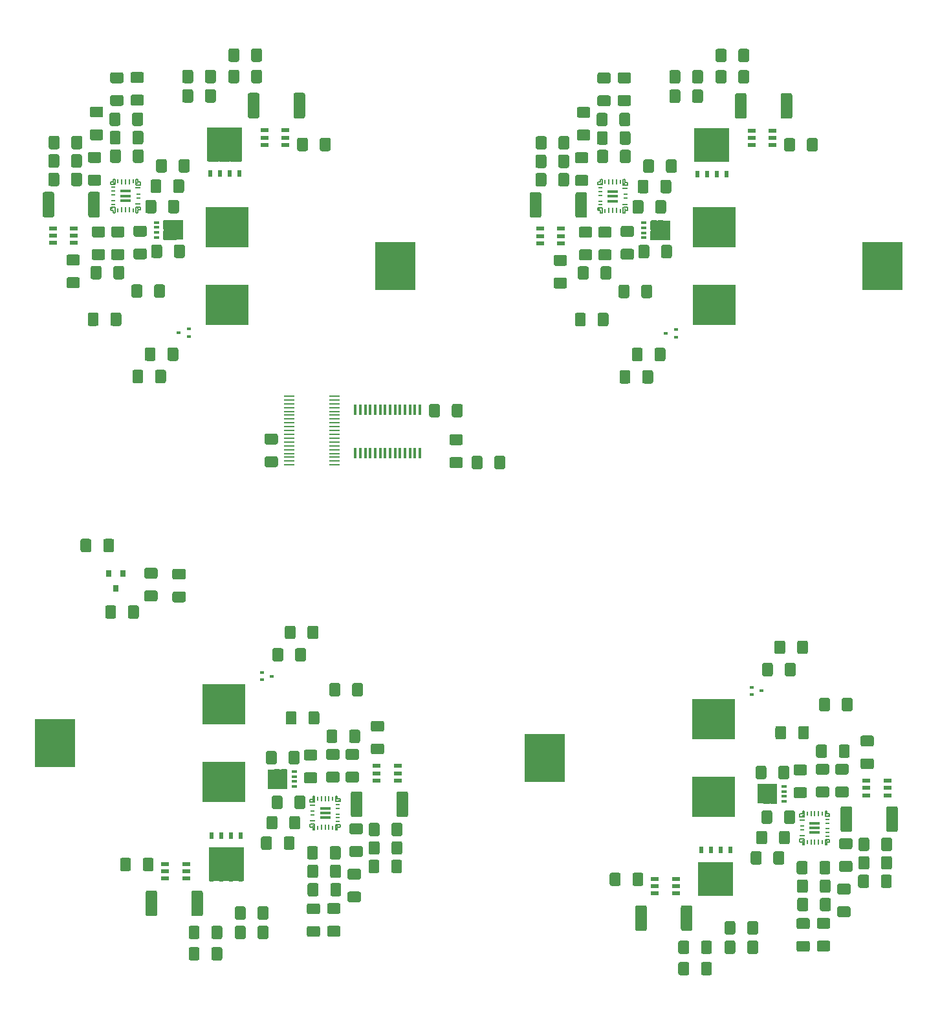
<source format=gbr>
G04 #@! TF.GenerationSoftware,KiCad,Pcbnew,(5.1.10)-1*
G04 #@! TF.CreationDate,2021-05-18T12:19:08+02:00*
G04 #@! TF.ProjectId,PEE50_MPPT,50454535-305f-44d5-9050-542e6b696361,rev?*
G04 #@! TF.SameCoordinates,Original*
G04 #@! TF.FileFunction,Paste,Top*
G04 #@! TF.FilePolarity,Positive*
%FSLAX46Y46*%
G04 Gerber Fmt 4.6, Leading zero omitted, Abs format (unit mm)*
G04 Created by KiCad (PCBNEW (5.1.10)-1) date 2021-05-18 12:19:08*
%MOMM*%
%LPD*%
G01*
G04 APERTURE LIST*
%ADD10C,0.152400*%
%ADD11R,0.354800X1.461999*%
%ADD12C,0.306367*%
%ADD13R,0.249999X0.599999*%
%ADD14R,0.249999X0.725000*%
%ADD15C,0.289687*%
%ADD16R,0.625000X0.249999*%
%ADD17C,0.258750*%
%ADD18C,0.332306*%
%ADD19R,0.675000X0.249999*%
%ADD20R,0.599999X0.249999*%
%ADD21R,1.425001X0.375001*%
%ADD22R,5.283200X6.350000*%
%ADD23R,5.588000X5.334000*%
%ADD24R,0.508000X0.355600*%
%ADD25R,4.570001X4.490001*%
%ADD26R,0.509999X0.910001*%
%ADD27R,0.700001X0.399999*%
%ADD28R,2.510000X2.550000*%
%ADD29R,0.977900X0.558800*%
%ADD30R,0.800000X0.900000*%
%ADD31R,1.404099X0.279400*%
G04 APERTURE END LIST*
D10*
X66827001Y-155152999D02*
X66876999Y-155202999D01*
X66876999Y-155202999D02*
X66877001Y-155503001D01*
X66877001Y-155503001D02*
X67177001Y-155503001D01*
X67177001Y-155503001D02*
X67227000Y-155553001D01*
X67227000Y-155553001D02*
X67227000Y-155803001D01*
X67227000Y-155803001D02*
X67177001Y-155853000D01*
X67177001Y-155853000D02*
X66702000Y-155853000D01*
X66702000Y-155853000D02*
X66652000Y-155803001D01*
X66652000Y-155803001D02*
X66651998Y-155202999D01*
X66651998Y-155202999D02*
X66702000Y-155152999D01*
X66702000Y-155152999D02*
X66827001Y-155152999D01*
X66827001Y-159553001D02*
X66702000Y-159553001D01*
X66702000Y-159553001D02*
X66652000Y-159503001D01*
X66652000Y-159503001D02*
X66652000Y-158902999D01*
X66652000Y-158902999D02*
X66702000Y-158853000D01*
X66702000Y-158853000D02*
X67177001Y-158853000D01*
X67177001Y-158853000D02*
X67227000Y-158902999D01*
X67227000Y-158902999D02*
X67227000Y-159152999D01*
X67227000Y-159152999D02*
X67177001Y-159202999D01*
X67177001Y-159202999D02*
X66877001Y-159202999D01*
X66877001Y-159202999D02*
X66876999Y-159503001D01*
X66876999Y-159503001D02*
X66827001Y-159553001D01*
X63852999Y-155152999D02*
X63852999Y-155153002D01*
X63852999Y-155153002D02*
X63903001Y-155202999D01*
X63903001Y-155202999D02*
X63903001Y-155877999D01*
X63903001Y-155877999D02*
X63852999Y-155927999D01*
X63852999Y-155927999D02*
X63378001Y-155928002D01*
X63378001Y-155928002D02*
X63328001Y-155877999D01*
X63328001Y-155877999D02*
X63327999Y-155578000D01*
X63327999Y-155578000D02*
X63378001Y-155528000D01*
X63378001Y-155528000D02*
X63678001Y-155528000D01*
X63678001Y-155528000D02*
X63678001Y-155202999D01*
X63678001Y-155202999D02*
X63728001Y-155152999D01*
X63728001Y-155152999D02*
X63852999Y-155152999D01*
X63852999Y-159553001D02*
X63728001Y-159553001D01*
X63728001Y-159553001D02*
X63678001Y-159503001D01*
X63678001Y-159503001D02*
X63678001Y-159178000D01*
X63678001Y-159178000D02*
X63378001Y-159178000D01*
X63378001Y-159178000D02*
X63327999Y-159128000D01*
X63327999Y-159128000D02*
X63328001Y-158828001D01*
X63328001Y-158828001D02*
X63378001Y-158778001D01*
X63378001Y-158778001D02*
X63852999Y-158778001D01*
X63852999Y-158778001D02*
X63902999Y-158828001D01*
X63902999Y-158828001D02*
X63902999Y-159503001D01*
X63902999Y-159503001D02*
X63852999Y-159553001D01*
X51458754Y-165257038D02*
X51449000Y-165258001D01*
X51468134Y-165254193D02*
X51458754Y-165257038D01*
X51476778Y-165249573D02*
X51468134Y-165254193D01*
X51484355Y-165243355D02*
X51476778Y-165249573D01*
X51490573Y-165235778D02*
X51484355Y-165243355D01*
X51495195Y-165227135D02*
X51490573Y-165235778D01*
X51498040Y-165217754D02*
X51495195Y-165227135D01*
X51499000Y-165207998D02*
X51498040Y-165217754D01*
X51499000Y-163728001D02*
X51499000Y-165207998D01*
X51498040Y-163718245D02*
X51499000Y-163728001D01*
X51495195Y-163708865D02*
X51498040Y-163718245D01*
X51490573Y-163700221D02*
X51495195Y-163708865D01*
X51484355Y-163692644D02*
X51490573Y-163700221D01*
X51476778Y-163686426D02*
X51484355Y-163692644D01*
X51468134Y-163681806D02*
X51476778Y-163686426D01*
X51458754Y-163678961D02*
X51468134Y-163681806D01*
X51449000Y-163678001D02*
X51458754Y-163678961D01*
X50299000Y-163678001D02*
X51449000Y-163678001D01*
X50289247Y-163678961D02*
X50299000Y-163678001D01*
X50279866Y-163681806D02*
X50289247Y-163678961D01*
X50271223Y-163686426D02*
X50279866Y-163681806D01*
X50263646Y-163692644D02*
X50271223Y-163686426D01*
X50257428Y-163700221D02*
X50263646Y-163692644D01*
X50252805Y-163708865D02*
X50257428Y-163700221D01*
X50249960Y-163718245D02*
X50252805Y-163708865D01*
X50249000Y-163728001D02*
X50249960Y-163718245D01*
X50249000Y-165207998D02*
X50249000Y-163728001D01*
X50249960Y-165217754D02*
X50249000Y-165207998D01*
X50252805Y-165227135D02*
X50249960Y-165217754D01*
X50257428Y-165235778D02*
X50252805Y-165227135D01*
X50263646Y-165243355D02*
X50257428Y-165235778D01*
X50271223Y-165249573D02*
X50263646Y-165243355D01*
X50279866Y-165254193D02*
X50271223Y-165249573D01*
X50289247Y-165257038D02*
X50279866Y-165254193D01*
X50299000Y-165258001D02*
X50289247Y-165257038D01*
X51449000Y-165258001D02*
X50299000Y-165258001D01*
X50289247Y-161898960D02*
X50299000Y-161897997D01*
X50279866Y-161901805D02*
X50289247Y-161898960D01*
X50271223Y-161906425D02*
X50279866Y-161901805D01*
X50263646Y-161912643D02*
X50271223Y-161906425D01*
X50257428Y-161920220D02*
X50263646Y-161912643D01*
X50252805Y-161928863D02*
X50257428Y-161920220D01*
X50249960Y-161938244D02*
X50252805Y-161928863D01*
X50249000Y-161948000D02*
X50249960Y-161938244D01*
X50249000Y-163427997D02*
X50249000Y-161948000D01*
X50249960Y-163437753D02*
X50249000Y-163427997D01*
X50252805Y-163447133D02*
X50249960Y-163437753D01*
X50257428Y-163455777D02*
X50252805Y-163447133D01*
X50263646Y-163463354D02*
X50257428Y-163455777D01*
X50271223Y-163469571D02*
X50263646Y-163463354D01*
X50279866Y-163474192D02*
X50271223Y-163469571D01*
X50289247Y-163477037D02*
X50279866Y-163474192D01*
X50299000Y-163477997D02*
X50289247Y-163477037D01*
X51449000Y-163477997D02*
X50299000Y-163477997D01*
X51458754Y-163477037D02*
X51449000Y-163477997D01*
X51468134Y-163474192D02*
X51458754Y-163477037D01*
X51476778Y-163469571D02*
X51468134Y-163474192D01*
X51484355Y-163463354D02*
X51476778Y-163469571D01*
X51490573Y-163455777D02*
X51484355Y-163463354D01*
X51495195Y-163447133D02*
X51490573Y-163455777D01*
X51498040Y-163437753D02*
X51495195Y-163447133D01*
X51499000Y-163427997D02*
X51498040Y-163437753D01*
X51499000Y-161948000D02*
X51499000Y-163427997D01*
X51498040Y-161938244D02*
X51499000Y-161948000D01*
X51495195Y-161928863D02*
X51498040Y-161938244D01*
X51490573Y-161920220D02*
X51495195Y-161928863D01*
X51484355Y-161912643D02*
X51490573Y-161920220D01*
X51476778Y-161906425D02*
X51484355Y-161912643D01*
X51468134Y-161901805D02*
X51476778Y-161906425D01*
X51458754Y-161898960D02*
X51468134Y-161901805D01*
X51449000Y-161897997D02*
X51458754Y-161898960D01*
X50299000Y-161897997D02*
X51449000Y-161897997D01*
X53189246Y-161898960D02*
X53199000Y-161897997D01*
X53179866Y-161901805D02*
X53189246Y-161898960D01*
X53171222Y-161906425D02*
X53179866Y-161901805D01*
X53163645Y-161912643D02*
X53171222Y-161906425D01*
X53157427Y-161920220D02*
X53163645Y-161912643D01*
X53152805Y-161928863D02*
X53157427Y-161920220D01*
X53149960Y-161938244D02*
X53152805Y-161928863D01*
X53149000Y-161948000D02*
X53149960Y-161938244D01*
X53149000Y-163427997D02*
X53149000Y-161948000D01*
X53149960Y-163437753D02*
X53149000Y-163427997D01*
X53152805Y-163447133D02*
X53149960Y-163437753D01*
X53157427Y-163455777D02*
X53152805Y-163447133D01*
X53163645Y-163463354D02*
X53157427Y-163455777D01*
X53171222Y-163469571D02*
X53163645Y-163463354D01*
X53179866Y-163474192D02*
X53171222Y-163469571D01*
X53189246Y-163477037D02*
X53179866Y-163474192D01*
X53199000Y-163477997D02*
X53189246Y-163477037D01*
X54349000Y-163477997D02*
X53199000Y-163477997D01*
X54358753Y-163477037D02*
X54349000Y-163477997D01*
X54368134Y-163474192D02*
X54358753Y-163477037D01*
X54376777Y-163469571D02*
X54368134Y-163474192D01*
X54384354Y-163463354D02*
X54376777Y-163469571D01*
X54390572Y-163455777D02*
X54384354Y-163463354D01*
X54395195Y-163447133D02*
X54390572Y-163455777D01*
X54398040Y-163437753D02*
X54395195Y-163447133D01*
X54399000Y-163427997D02*
X54398040Y-163437753D01*
X54399000Y-161948000D02*
X54399000Y-163427997D01*
X54398040Y-161938244D02*
X54399000Y-161948000D01*
X54395195Y-161928863D02*
X54398040Y-161938244D01*
X54390572Y-161920220D02*
X54395195Y-161928863D01*
X54384354Y-161912643D02*
X54390572Y-161920220D01*
X54376777Y-161906425D02*
X54384354Y-161912643D01*
X54368134Y-161901805D02*
X54376777Y-161906425D01*
X54358753Y-161898960D02*
X54368134Y-161901805D01*
X54349000Y-161897997D02*
X54358753Y-161898960D01*
X53199000Y-161897997D02*
X54349000Y-161897997D01*
X54358753Y-165257038D02*
X54349000Y-165258001D01*
X54368134Y-165254193D02*
X54358753Y-165257038D01*
X54376777Y-165249573D02*
X54368134Y-165254193D01*
X54384354Y-165243355D02*
X54376777Y-165249573D01*
X54390572Y-165235778D02*
X54384354Y-165243355D01*
X54395195Y-165227135D02*
X54390572Y-165235778D01*
X54398040Y-165217754D02*
X54395195Y-165227135D01*
X54399000Y-165207998D02*
X54398040Y-165217754D01*
X54399000Y-163728001D02*
X54399000Y-165207998D01*
X54398040Y-163718245D02*
X54399000Y-163728001D01*
X54395195Y-163708865D02*
X54398040Y-163718245D01*
X54390572Y-163700221D02*
X54395195Y-163708865D01*
X54384354Y-163692644D02*
X54390572Y-163700221D01*
X54376777Y-163686426D02*
X54384354Y-163692644D01*
X54368134Y-163681806D02*
X54376777Y-163686426D01*
X54358753Y-163678961D02*
X54368134Y-163681806D01*
X54349000Y-163678001D02*
X54358753Y-163678961D01*
X53199000Y-163678001D02*
X54349000Y-163678001D01*
X53189246Y-163678961D02*
X53199000Y-163678001D01*
X53179866Y-163681806D02*
X53189246Y-163678961D01*
X53171222Y-163686426D02*
X53179866Y-163681806D01*
X53163645Y-163692644D02*
X53171222Y-163686426D01*
X53157427Y-163700221D02*
X53163645Y-163692644D01*
X53152805Y-163708865D02*
X53157427Y-163700221D01*
X53149960Y-163718245D02*
X53152805Y-163708865D01*
X53149000Y-163728001D02*
X53149960Y-163718245D01*
X53149000Y-165207998D02*
X53149000Y-163728001D01*
X53149960Y-165217754D02*
X53149000Y-165207998D01*
X53152805Y-165227135D02*
X53149960Y-165217754D01*
X53157427Y-165235778D02*
X53152805Y-165227135D01*
X53163645Y-165243355D02*
X53157427Y-165235778D01*
X53171222Y-165249573D02*
X53163645Y-165243355D01*
X53179866Y-165254193D02*
X53171222Y-165249573D01*
X53189246Y-165257038D02*
X53179866Y-165254193D01*
X53199000Y-165258001D02*
X53189246Y-165257038D01*
X54349000Y-165258001D02*
X53199000Y-165258001D01*
X52908754Y-165257038D02*
X52899000Y-165258001D01*
X52918134Y-165254193D02*
X52908754Y-165257038D01*
X52926778Y-165249573D02*
X52918134Y-165254193D01*
X52934354Y-165243355D02*
X52926778Y-165249573D01*
X52940572Y-165235778D02*
X52934354Y-165243355D01*
X52945195Y-165227135D02*
X52940572Y-165235778D01*
X52948040Y-165217754D02*
X52945195Y-165227135D01*
X52949000Y-165207998D02*
X52948040Y-165217754D01*
X52949000Y-163728001D02*
X52949000Y-165207998D01*
X52948040Y-163718245D02*
X52949000Y-163728001D01*
X52945195Y-163708865D02*
X52948040Y-163718245D01*
X52940572Y-163700221D02*
X52945195Y-163708865D01*
X52934354Y-163692644D02*
X52940572Y-163700221D01*
X52926778Y-163686426D02*
X52934354Y-163692644D01*
X52918134Y-163681806D02*
X52926778Y-163686426D01*
X52908754Y-163678961D02*
X52918134Y-163681806D01*
X52899000Y-163678001D02*
X52908754Y-163678961D01*
X51749000Y-163678001D02*
X52899000Y-163678001D01*
X51739246Y-163678961D02*
X51749000Y-163678001D01*
X51729866Y-163681806D02*
X51739246Y-163678961D01*
X51721222Y-163686426D02*
X51729866Y-163681806D01*
X51713646Y-163692644D02*
X51721222Y-163686426D01*
X51707428Y-163700221D02*
X51713646Y-163692644D01*
X51702805Y-163708865D02*
X51707428Y-163700221D01*
X51699960Y-163718245D02*
X51702805Y-163708865D01*
X51699000Y-163728001D02*
X51699960Y-163718245D01*
X51699000Y-165207998D02*
X51699000Y-163728001D01*
X51699960Y-165217754D02*
X51699000Y-165207998D01*
X51702805Y-165227135D02*
X51699960Y-165217754D01*
X51707428Y-165235778D02*
X51702805Y-165227135D01*
X51713646Y-165243355D02*
X51707428Y-165235778D01*
X51721222Y-165249573D02*
X51713646Y-165243355D01*
X51729866Y-165254193D02*
X51721222Y-165249573D01*
X51739246Y-165257038D02*
X51729866Y-165254193D01*
X51749000Y-165258001D02*
X51739246Y-165257038D01*
X52899000Y-165258001D02*
X51749000Y-165258001D01*
X51739246Y-161898960D02*
X51749000Y-161897997D01*
X51729866Y-161901805D02*
X51739246Y-161898960D01*
X51721222Y-161906425D02*
X51729866Y-161901805D01*
X51713646Y-161912643D02*
X51721222Y-161906425D01*
X51707428Y-161920220D02*
X51713646Y-161912643D01*
X51702805Y-161928863D02*
X51707428Y-161920220D01*
X51699960Y-161938244D02*
X51702805Y-161928863D01*
X51699000Y-161948000D02*
X51699960Y-161938244D01*
X51699000Y-163427997D02*
X51699000Y-161948000D01*
X51699960Y-163437753D02*
X51699000Y-163427997D01*
X51702805Y-163447133D02*
X51699960Y-163437753D01*
X51707428Y-163455777D02*
X51702805Y-163447133D01*
X51713646Y-163463354D02*
X51707428Y-163455777D01*
X51721222Y-163469571D02*
X51713646Y-163463354D01*
X51729866Y-163474192D02*
X51721222Y-163469571D01*
X51739246Y-163477037D02*
X51729866Y-163474192D01*
X51749000Y-163477997D02*
X51739246Y-163477037D01*
X52899000Y-163477997D02*
X51749000Y-163477997D01*
X52908754Y-163477037D02*
X52899000Y-163477997D01*
X52918134Y-163474192D02*
X52908754Y-163477037D01*
X52926778Y-163469571D02*
X52918134Y-163474192D01*
X52934354Y-163463354D02*
X52926778Y-163469571D01*
X52940572Y-163455777D02*
X52934354Y-163463354D01*
X52945195Y-163447133D02*
X52940572Y-163455777D01*
X52948040Y-163437753D02*
X52945195Y-163447133D01*
X52949000Y-163427997D02*
X52948040Y-163437753D01*
X52949000Y-161948000D02*
X52949000Y-163427997D01*
X52948040Y-161938244D02*
X52949000Y-161948000D01*
X52945195Y-161928863D02*
X52948040Y-161938244D01*
X52940572Y-161920220D02*
X52945195Y-161928863D01*
X52934354Y-161912643D02*
X52940572Y-161920220D01*
X52926778Y-161906425D02*
X52934354Y-161912643D01*
X52918134Y-161901805D02*
X52926778Y-161906425D01*
X52908754Y-161898960D02*
X52918134Y-161901805D01*
X52899000Y-161897997D02*
X52908754Y-161898960D01*
X51749000Y-161897997D02*
X52899000Y-161897997D01*
X59545002Y-154083644D02*
X59545002Y-153057347D01*
X59545002Y-153057347D02*
X59545949Y-153047718D01*
X59545949Y-153047718D02*
X59548756Y-153038459D01*
X59548756Y-153038459D02*
X59553318Y-153029928D01*
X59553318Y-153029928D02*
X59559454Y-153022450D01*
X59559454Y-153022450D02*
X59566932Y-153016313D01*
X59566932Y-153016313D02*
X59575464Y-153011751D01*
X59575464Y-153011751D02*
X59584722Y-153008945D01*
X59584722Y-153008945D02*
X59594351Y-153007995D01*
X59594351Y-153007995D02*
X60200649Y-153007995D01*
X60200649Y-153007995D02*
X60210278Y-153008945D01*
X60210278Y-153008945D02*
X60219537Y-153011751D01*
X60219537Y-153011751D02*
X60228069Y-153016313D01*
X60228069Y-153016313D02*
X60235546Y-153022450D01*
X60235546Y-153022450D02*
X60241683Y-153029928D01*
X60241683Y-153029928D02*
X60246245Y-153038459D01*
X60246245Y-153038459D02*
X60249051Y-153047718D01*
X60249051Y-153047718D02*
X60250001Y-153057347D01*
X60250001Y-153057347D02*
X60250001Y-154083644D01*
X60250001Y-154083644D02*
X60249051Y-154093273D01*
X60249051Y-154093273D02*
X60246245Y-154102532D01*
X60246245Y-154102532D02*
X60241683Y-154111063D01*
X60241683Y-154111063D02*
X60235546Y-154118541D01*
X60235546Y-154118541D02*
X60228069Y-154124678D01*
X60228069Y-154124678D02*
X60219537Y-154129240D01*
X60219537Y-154129240D02*
X60210278Y-154132046D01*
X60210278Y-154132046D02*
X60200649Y-154132994D01*
X60200649Y-154132994D02*
X59594351Y-154132994D01*
X59594351Y-154132994D02*
X59584722Y-154132046D01*
X59584722Y-154132046D02*
X59575464Y-154129240D01*
X59575464Y-154129240D02*
X59566932Y-154124678D01*
X59566932Y-154124678D02*
X59559454Y-154118541D01*
X59559454Y-154118541D02*
X59553318Y-154111063D01*
X59553318Y-154111063D02*
X59548756Y-154102532D01*
X59548756Y-154102532D02*
X59545949Y-154093273D01*
X59545949Y-154093273D02*
X59545002Y-154083644D01*
X59545002Y-152758648D02*
X59545002Y-151732351D01*
X59545002Y-151732351D02*
X59545949Y-151722722D01*
X59545949Y-151722722D02*
X59548756Y-151713463D01*
X59548756Y-151713463D02*
X59553318Y-151704932D01*
X59553318Y-151704932D02*
X59559454Y-151697454D01*
X59559454Y-151697454D02*
X59566932Y-151691317D01*
X59566932Y-151691317D02*
X59575464Y-151686755D01*
X59575464Y-151686755D02*
X59584722Y-151683949D01*
X59584722Y-151683949D02*
X59594351Y-151683001D01*
X59594351Y-151683001D02*
X60200649Y-151683001D01*
X60200649Y-151683001D02*
X60210278Y-151683949D01*
X60210278Y-151683949D02*
X60219537Y-151686755D01*
X60219537Y-151686755D02*
X60228069Y-151691317D01*
X60228069Y-151691317D02*
X60235546Y-151697454D01*
X60235546Y-151697454D02*
X60241683Y-151704932D01*
X60241683Y-151704932D02*
X60246245Y-151713463D01*
X60246245Y-151713463D02*
X60249051Y-151722722D01*
X60249051Y-151722722D02*
X60250001Y-151732351D01*
X60250001Y-151732351D02*
X60250001Y-152758648D01*
X60250001Y-152758648D02*
X60249051Y-152768277D01*
X60249051Y-152768277D02*
X60246245Y-152777535D01*
X60246245Y-152777535D02*
X60241683Y-152786067D01*
X60241683Y-152786067D02*
X60235546Y-152793545D01*
X60235546Y-152793545D02*
X60228069Y-152799682D01*
X60228069Y-152799682D02*
X60219537Y-152804244D01*
X60219537Y-152804244D02*
X60210278Y-152807050D01*
X60210278Y-152807050D02*
X60200649Y-152808000D01*
X60200649Y-152808000D02*
X59594351Y-152808000D01*
X59594351Y-152808000D02*
X59584722Y-152807050D01*
X59584722Y-152807050D02*
X59575464Y-152804244D01*
X59575464Y-152804244D02*
X59566932Y-152799682D01*
X59566932Y-152799682D02*
X59559454Y-152793545D01*
X59559454Y-152793545D02*
X59553318Y-152786067D01*
X59553318Y-152786067D02*
X59548756Y-152777535D01*
X59548756Y-152777535D02*
X59545949Y-152768277D01*
X59545949Y-152768277D02*
X59545002Y-152758648D01*
X59345002Y-151732351D02*
X59345002Y-152758648D01*
X59345002Y-152758648D02*
X59344052Y-152768277D01*
X59344052Y-152768277D02*
X59341245Y-152777535D01*
X59341245Y-152777535D02*
X59336683Y-152786067D01*
X59336683Y-152786067D02*
X59330547Y-152793545D01*
X59330547Y-152793545D02*
X59323069Y-152799682D01*
X59323069Y-152799682D02*
X59314537Y-152804244D01*
X59314537Y-152804244D02*
X59305279Y-152807050D01*
X59305279Y-152807050D02*
X59295650Y-152808000D01*
X59295650Y-152808000D02*
X58689352Y-152808000D01*
X58689352Y-152808000D02*
X58679723Y-152807050D01*
X58679723Y-152807050D02*
X58670464Y-152804244D01*
X58670464Y-152804244D02*
X58661932Y-152799682D01*
X58661932Y-152799682D02*
X58654455Y-152793545D01*
X58654455Y-152793545D02*
X58648318Y-152786067D01*
X58648318Y-152786067D02*
X58643756Y-152777535D01*
X58643756Y-152777535D02*
X58640950Y-152768277D01*
X58640950Y-152768277D02*
X58640002Y-152758648D01*
X58640002Y-152758648D02*
X58640002Y-151732351D01*
X58640002Y-151732351D02*
X58640950Y-151722722D01*
X58640950Y-151722722D02*
X58643756Y-151713463D01*
X58643756Y-151713463D02*
X58648318Y-151704932D01*
X58648318Y-151704932D02*
X58654455Y-151697454D01*
X58654455Y-151697454D02*
X58661932Y-151691317D01*
X58661932Y-151691317D02*
X58670464Y-151686755D01*
X58670464Y-151686755D02*
X58679723Y-151683949D01*
X58679723Y-151683949D02*
X58689352Y-151683001D01*
X58689352Y-151683001D02*
X59295650Y-151683001D01*
X59295650Y-151683001D02*
X59305279Y-151683949D01*
X59305279Y-151683949D02*
X59314537Y-151686755D01*
X59314537Y-151686755D02*
X59323069Y-151691317D01*
X59323069Y-151691317D02*
X59330547Y-151697454D01*
X59330547Y-151697454D02*
X59336683Y-151704932D01*
X59336683Y-151704932D02*
X59341245Y-151713463D01*
X59341245Y-151713463D02*
X59344052Y-151722722D01*
X59344052Y-151722722D02*
X59345002Y-151732351D01*
X59345002Y-153057347D02*
X59345002Y-154083644D01*
X59345002Y-154083644D02*
X59344052Y-154093273D01*
X59344052Y-154093273D02*
X59341245Y-154102532D01*
X59341245Y-154102532D02*
X59336683Y-154111063D01*
X59336683Y-154111063D02*
X59330547Y-154118541D01*
X59330547Y-154118541D02*
X59323069Y-154124678D01*
X59323069Y-154124678D02*
X59314537Y-154129240D01*
X59314537Y-154129240D02*
X59305279Y-154132046D01*
X59305279Y-154132046D02*
X59295650Y-154132994D01*
X59295650Y-154132994D02*
X58689352Y-154132994D01*
X58689352Y-154132994D02*
X58679723Y-154132046D01*
X58679723Y-154132046D02*
X58670464Y-154129240D01*
X58670464Y-154129240D02*
X58661932Y-154124678D01*
X58661932Y-154124678D02*
X58654455Y-154118541D01*
X58654455Y-154118541D02*
X58648318Y-154111063D01*
X58648318Y-154111063D02*
X58643756Y-154102532D01*
X58643756Y-154102532D02*
X58640950Y-154093273D01*
X58640950Y-154093273D02*
X58640002Y-154083644D01*
X58640002Y-154083644D02*
X58640002Y-153057347D01*
X58640002Y-153057347D02*
X58640950Y-153047718D01*
X58640950Y-153047718D02*
X58643756Y-153038459D01*
X58643756Y-153038459D02*
X58648318Y-153029928D01*
X58648318Y-153029928D02*
X58654455Y-153022450D01*
X58654455Y-153022450D02*
X58661932Y-153016313D01*
X58661932Y-153016313D02*
X58670464Y-153011751D01*
X58670464Y-153011751D02*
X58679723Y-153008945D01*
X58679723Y-153008945D02*
X58689352Y-153007995D01*
X58689352Y-153007995D02*
X59295650Y-153007995D01*
X59295650Y-153007995D02*
X59305279Y-153008945D01*
X59305279Y-153008945D02*
X59314537Y-153011751D01*
X59314537Y-153011751D02*
X59323069Y-153016313D01*
X59323069Y-153016313D02*
X59330547Y-153022450D01*
X59330547Y-153022450D02*
X59336683Y-153029928D01*
X59336683Y-153029928D02*
X59341245Y-153038459D01*
X59341245Y-153038459D02*
X59344052Y-153047718D01*
X59344052Y-153047718D02*
X59345002Y-153057347D01*
X115833201Y-163837196D02*
X116983201Y-163837196D01*
X116983201Y-163837196D02*
X116992955Y-163838159D01*
X116992955Y-163838159D02*
X117002335Y-163841004D01*
X117002335Y-163841004D02*
X117010979Y-163845624D01*
X117010979Y-163845624D02*
X117018555Y-163851842D01*
X117018555Y-163851842D02*
X117024773Y-163859419D01*
X117024773Y-163859419D02*
X117029396Y-163868062D01*
X117029396Y-163868062D02*
X117032241Y-163877443D01*
X117032241Y-163877443D02*
X117033201Y-163887199D01*
X117033201Y-163887199D02*
X117033201Y-165367196D01*
X117033201Y-165367196D02*
X117032241Y-165376952D01*
X117032241Y-165376952D02*
X117029396Y-165386332D01*
X117029396Y-165386332D02*
X117024773Y-165394976D01*
X117024773Y-165394976D02*
X117018555Y-165402553D01*
X117018555Y-165402553D02*
X117010979Y-165408770D01*
X117010979Y-165408770D02*
X117002335Y-165413391D01*
X117002335Y-165413391D02*
X116992955Y-165416236D01*
X116992955Y-165416236D02*
X116983201Y-165417196D01*
X116983201Y-165417196D02*
X115833201Y-165417196D01*
X115833201Y-165417196D02*
X115823447Y-165416236D01*
X115823447Y-165416236D02*
X115814067Y-165413391D01*
X115814067Y-165413391D02*
X115805423Y-165408770D01*
X115805423Y-165408770D02*
X115797847Y-165402553D01*
X115797847Y-165402553D02*
X115791629Y-165394976D01*
X115791629Y-165394976D02*
X115787006Y-165386332D01*
X115787006Y-165386332D02*
X115784161Y-165376952D01*
X115784161Y-165376952D02*
X115783201Y-165367196D01*
X115783201Y-165367196D02*
X115783201Y-163887199D01*
X115783201Y-163887199D02*
X115784161Y-163877443D01*
X115784161Y-163877443D02*
X115787006Y-163868062D01*
X115787006Y-163868062D02*
X115791629Y-163859419D01*
X115791629Y-163859419D02*
X115797847Y-163851842D01*
X115797847Y-163851842D02*
X115805423Y-163845624D01*
X115805423Y-163845624D02*
X115814067Y-163841004D01*
X115814067Y-163841004D02*
X115823447Y-163838159D01*
X115823447Y-163838159D02*
X115833201Y-163837196D01*
X116983201Y-167197200D02*
X115833201Y-167197200D01*
X115833201Y-167197200D02*
X115823447Y-167196237D01*
X115823447Y-167196237D02*
X115814067Y-167193392D01*
X115814067Y-167193392D02*
X115805423Y-167188772D01*
X115805423Y-167188772D02*
X115797847Y-167182554D01*
X115797847Y-167182554D02*
X115791629Y-167174977D01*
X115791629Y-167174977D02*
X115787006Y-167166334D01*
X115787006Y-167166334D02*
X115784161Y-167156953D01*
X115784161Y-167156953D02*
X115783201Y-167147197D01*
X115783201Y-167147197D02*
X115783201Y-165667200D01*
X115783201Y-165667200D02*
X115784161Y-165657444D01*
X115784161Y-165657444D02*
X115787006Y-165648064D01*
X115787006Y-165648064D02*
X115791629Y-165639420D01*
X115791629Y-165639420D02*
X115797847Y-165631843D01*
X115797847Y-165631843D02*
X115805423Y-165625625D01*
X115805423Y-165625625D02*
X115814067Y-165621005D01*
X115814067Y-165621005D02*
X115823447Y-165618160D01*
X115823447Y-165618160D02*
X115833201Y-165617200D01*
X115833201Y-165617200D02*
X116983201Y-165617200D01*
X116983201Y-165617200D02*
X116992955Y-165618160D01*
X116992955Y-165618160D02*
X117002335Y-165621005D01*
X117002335Y-165621005D02*
X117010979Y-165625625D01*
X117010979Y-165625625D02*
X117018555Y-165631843D01*
X117018555Y-165631843D02*
X117024773Y-165639420D01*
X117024773Y-165639420D02*
X117029396Y-165648064D01*
X117029396Y-165648064D02*
X117032241Y-165657444D01*
X117032241Y-165657444D02*
X117033201Y-165667200D01*
X117033201Y-165667200D02*
X117033201Y-167147197D01*
X117033201Y-167147197D02*
X117032241Y-167156953D01*
X117032241Y-167156953D02*
X117029396Y-167166334D01*
X117029396Y-167166334D02*
X117024773Y-167174977D01*
X117024773Y-167174977D02*
X117018555Y-167182554D01*
X117018555Y-167182554D02*
X117010979Y-167188772D01*
X117010979Y-167188772D02*
X117002335Y-167193392D01*
X117002335Y-167193392D02*
X116992955Y-167196237D01*
X116992955Y-167196237D02*
X116983201Y-167197200D01*
X118433201Y-167197200D02*
X117283201Y-167197200D01*
X117283201Y-167197200D02*
X117273447Y-167196237D01*
X117273447Y-167196237D02*
X117264067Y-167193392D01*
X117264067Y-167193392D02*
X117255423Y-167188772D01*
X117255423Y-167188772D02*
X117247846Y-167182554D01*
X117247846Y-167182554D02*
X117241628Y-167174977D01*
X117241628Y-167174977D02*
X117237006Y-167166334D01*
X117237006Y-167166334D02*
X117234161Y-167156953D01*
X117234161Y-167156953D02*
X117233201Y-167147197D01*
X117233201Y-167147197D02*
X117233201Y-165667200D01*
X117233201Y-165667200D02*
X117234161Y-165657444D01*
X117234161Y-165657444D02*
X117237006Y-165648064D01*
X117237006Y-165648064D02*
X117241628Y-165639420D01*
X117241628Y-165639420D02*
X117247846Y-165631843D01*
X117247846Y-165631843D02*
X117255423Y-165625625D01*
X117255423Y-165625625D02*
X117264067Y-165621005D01*
X117264067Y-165621005D02*
X117273447Y-165618160D01*
X117273447Y-165618160D02*
X117283201Y-165617200D01*
X117283201Y-165617200D02*
X118433201Y-165617200D01*
X118433201Y-165617200D02*
X118442954Y-165618160D01*
X118442954Y-165618160D02*
X118452335Y-165621005D01*
X118452335Y-165621005D02*
X118460978Y-165625625D01*
X118460978Y-165625625D02*
X118468555Y-165631843D01*
X118468555Y-165631843D02*
X118474773Y-165639420D01*
X118474773Y-165639420D02*
X118479396Y-165648064D01*
X118479396Y-165648064D02*
X118482241Y-165657444D01*
X118482241Y-165657444D02*
X118483201Y-165667200D01*
X118483201Y-165667200D02*
X118483201Y-167147197D01*
X118483201Y-167147197D02*
X118482241Y-167156953D01*
X118482241Y-167156953D02*
X118479396Y-167166334D01*
X118479396Y-167166334D02*
X118474773Y-167174977D01*
X118474773Y-167174977D02*
X118468555Y-167182554D01*
X118468555Y-167182554D02*
X118460978Y-167188772D01*
X118460978Y-167188772D02*
X118452335Y-167193392D01*
X118452335Y-167193392D02*
X118442954Y-167196237D01*
X118442954Y-167196237D02*
X118433201Y-167197200D01*
X117283201Y-163837196D02*
X118433201Y-163837196D01*
X118433201Y-163837196D02*
X118442954Y-163838159D01*
X118442954Y-163838159D02*
X118452335Y-163841004D01*
X118452335Y-163841004D02*
X118460978Y-163845624D01*
X118460978Y-163845624D02*
X118468555Y-163851842D01*
X118468555Y-163851842D02*
X118474773Y-163859419D01*
X118474773Y-163859419D02*
X118479396Y-163868062D01*
X118479396Y-163868062D02*
X118482241Y-163877443D01*
X118482241Y-163877443D02*
X118483201Y-163887199D01*
X118483201Y-163887199D02*
X118483201Y-165367196D01*
X118483201Y-165367196D02*
X118482241Y-165376952D01*
X118482241Y-165376952D02*
X118479396Y-165386332D01*
X118479396Y-165386332D02*
X118474773Y-165394976D01*
X118474773Y-165394976D02*
X118468555Y-165402553D01*
X118468555Y-165402553D02*
X118460978Y-165408770D01*
X118460978Y-165408770D02*
X118452335Y-165413391D01*
X118452335Y-165413391D02*
X118442954Y-165416236D01*
X118442954Y-165416236D02*
X118433201Y-165417196D01*
X118433201Y-165417196D02*
X117283201Y-165417196D01*
X117283201Y-165417196D02*
X117273447Y-165416236D01*
X117273447Y-165416236D02*
X117264067Y-165413391D01*
X117264067Y-165413391D02*
X117255423Y-165408770D01*
X117255423Y-165408770D02*
X117247846Y-165402553D01*
X117247846Y-165402553D02*
X117241628Y-165394976D01*
X117241628Y-165394976D02*
X117237006Y-165386332D01*
X117237006Y-165386332D02*
X117234161Y-165376952D01*
X117234161Y-165376952D02*
X117233201Y-165367196D01*
X117233201Y-165367196D02*
X117233201Y-163887199D01*
X117233201Y-163887199D02*
X117234161Y-163877443D01*
X117234161Y-163877443D02*
X117237006Y-163868062D01*
X117237006Y-163868062D02*
X117241628Y-163859419D01*
X117241628Y-163859419D02*
X117247846Y-163851842D01*
X117247846Y-163851842D02*
X117255423Y-163845624D01*
X117255423Y-163845624D02*
X117264067Y-163841004D01*
X117264067Y-163841004D02*
X117273447Y-163838159D01*
X117273447Y-163838159D02*
X117283201Y-163837196D01*
X114383201Y-163837196D02*
X115533201Y-163837196D01*
X115533201Y-163837196D02*
X115542955Y-163838159D01*
X115542955Y-163838159D02*
X115552335Y-163841004D01*
X115552335Y-163841004D02*
X115560979Y-163845624D01*
X115560979Y-163845624D02*
X115568556Y-163851842D01*
X115568556Y-163851842D02*
X115574774Y-163859419D01*
X115574774Y-163859419D02*
X115579396Y-163868062D01*
X115579396Y-163868062D02*
X115582241Y-163877443D01*
X115582241Y-163877443D02*
X115583201Y-163887199D01*
X115583201Y-163887199D02*
X115583201Y-165367196D01*
X115583201Y-165367196D02*
X115582241Y-165376952D01*
X115582241Y-165376952D02*
X115579396Y-165386332D01*
X115579396Y-165386332D02*
X115574774Y-165394976D01*
X115574774Y-165394976D02*
X115568556Y-165402553D01*
X115568556Y-165402553D02*
X115560979Y-165408770D01*
X115560979Y-165408770D02*
X115552335Y-165413391D01*
X115552335Y-165413391D02*
X115542955Y-165416236D01*
X115542955Y-165416236D02*
X115533201Y-165417196D01*
X115533201Y-165417196D02*
X114383201Y-165417196D01*
X114383201Y-165417196D02*
X114373448Y-165416236D01*
X114373448Y-165416236D02*
X114364067Y-165413391D01*
X114364067Y-165413391D02*
X114355424Y-165408770D01*
X114355424Y-165408770D02*
X114347847Y-165402553D01*
X114347847Y-165402553D02*
X114341629Y-165394976D01*
X114341629Y-165394976D02*
X114337006Y-165386332D01*
X114337006Y-165386332D02*
X114334161Y-165376952D01*
X114334161Y-165376952D02*
X114333201Y-165367196D01*
X114333201Y-165367196D02*
X114333201Y-163887199D01*
X114333201Y-163887199D02*
X114334161Y-163877443D01*
X114334161Y-163877443D02*
X114337006Y-163868062D01*
X114337006Y-163868062D02*
X114341629Y-163859419D01*
X114341629Y-163859419D02*
X114347847Y-163851842D01*
X114347847Y-163851842D02*
X114355424Y-163845624D01*
X114355424Y-163845624D02*
X114364067Y-163841004D01*
X114364067Y-163841004D02*
X114373448Y-163838159D01*
X114373448Y-163838159D02*
X114383201Y-163837196D01*
X115533201Y-167197200D02*
X114383201Y-167197200D01*
X114383201Y-167197200D02*
X114373448Y-167196237D01*
X114373448Y-167196237D02*
X114364067Y-167193392D01*
X114364067Y-167193392D02*
X114355424Y-167188772D01*
X114355424Y-167188772D02*
X114347847Y-167182554D01*
X114347847Y-167182554D02*
X114341629Y-167174977D01*
X114341629Y-167174977D02*
X114337006Y-167166334D01*
X114337006Y-167166334D02*
X114334161Y-167156953D01*
X114334161Y-167156953D02*
X114333201Y-167147197D01*
X114333201Y-167147197D02*
X114333201Y-165667200D01*
X114333201Y-165667200D02*
X114334161Y-165657444D01*
X114334161Y-165657444D02*
X114337006Y-165648064D01*
X114337006Y-165648064D02*
X114341629Y-165639420D01*
X114341629Y-165639420D02*
X114347847Y-165631843D01*
X114347847Y-165631843D02*
X114355424Y-165625625D01*
X114355424Y-165625625D02*
X114364067Y-165621005D01*
X114364067Y-165621005D02*
X114373448Y-165618160D01*
X114373448Y-165618160D02*
X114383201Y-165617200D01*
X114383201Y-165617200D02*
X115533201Y-165617200D01*
X115533201Y-165617200D02*
X115542955Y-165618160D01*
X115542955Y-165618160D02*
X115552335Y-165621005D01*
X115552335Y-165621005D02*
X115560979Y-165625625D01*
X115560979Y-165625625D02*
X115568556Y-165631843D01*
X115568556Y-165631843D02*
X115574774Y-165639420D01*
X115574774Y-165639420D02*
X115579396Y-165648064D01*
X115579396Y-165648064D02*
X115582241Y-165657444D01*
X115582241Y-165657444D02*
X115583201Y-165667200D01*
X115583201Y-165667200D02*
X115583201Y-167147197D01*
X115583201Y-167147197D02*
X115582241Y-167156953D01*
X115582241Y-167156953D02*
X115579396Y-167166334D01*
X115579396Y-167166334D02*
X115574774Y-167174977D01*
X115574774Y-167174977D02*
X115568556Y-167182554D01*
X115568556Y-167182554D02*
X115560979Y-167188772D01*
X115560979Y-167188772D02*
X115552335Y-167193392D01*
X115552335Y-167193392D02*
X115542955Y-167196237D01*
X115542955Y-167196237D02*
X115533201Y-167197200D01*
X123629203Y-156022843D02*
X123629203Y-154996546D01*
X123629203Y-154996546D02*
X123630150Y-154986917D01*
X123630150Y-154986917D02*
X123632957Y-154977658D01*
X123632957Y-154977658D02*
X123637519Y-154969127D01*
X123637519Y-154969127D02*
X123643655Y-154961649D01*
X123643655Y-154961649D02*
X123651133Y-154955512D01*
X123651133Y-154955512D02*
X123659665Y-154950950D01*
X123659665Y-154950950D02*
X123668923Y-154948144D01*
X123668923Y-154948144D02*
X123678552Y-154947194D01*
X123678552Y-154947194D02*
X124284850Y-154947194D01*
X124284850Y-154947194D02*
X124294479Y-154948144D01*
X124294479Y-154948144D02*
X124303738Y-154950950D01*
X124303738Y-154950950D02*
X124312270Y-154955512D01*
X124312270Y-154955512D02*
X124319747Y-154961649D01*
X124319747Y-154961649D02*
X124325884Y-154969127D01*
X124325884Y-154969127D02*
X124330446Y-154977658D01*
X124330446Y-154977658D02*
X124333252Y-154986917D01*
X124333252Y-154986917D02*
X124334202Y-154996546D01*
X124334202Y-154996546D02*
X124334202Y-156022843D01*
X124334202Y-156022843D02*
X124333252Y-156032472D01*
X124333252Y-156032472D02*
X124330446Y-156041731D01*
X124330446Y-156041731D02*
X124325884Y-156050262D01*
X124325884Y-156050262D02*
X124319747Y-156057740D01*
X124319747Y-156057740D02*
X124312270Y-156063877D01*
X124312270Y-156063877D02*
X124303738Y-156068439D01*
X124303738Y-156068439D02*
X124294479Y-156071245D01*
X124294479Y-156071245D02*
X124284850Y-156072193D01*
X124284850Y-156072193D02*
X123678552Y-156072193D01*
X123678552Y-156072193D02*
X123668923Y-156071245D01*
X123668923Y-156071245D02*
X123659665Y-156068439D01*
X123659665Y-156068439D02*
X123651133Y-156063877D01*
X123651133Y-156063877D02*
X123643655Y-156057740D01*
X123643655Y-156057740D02*
X123637519Y-156050262D01*
X123637519Y-156050262D02*
X123632957Y-156041731D01*
X123632957Y-156041731D02*
X123630150Y-156032472D01*
X123630150Y-156032472D02*
X123629203Y-156022843D01*
X123629203Y-154697847D02*
X123629203Y-153671550D01*
X123629203Y-153671550D02*
X123630150Y-153661921D01*
X123630150Y-153661921D02*
X123632957Y-153652662D01*
X123632957Y-153652662D02*
X123637519Y-153644131D01*
X123637519Y-153644131D02*
X123643655Y-153636653D01*
X123643655Y-153636653D02*
X123651133Y-153630516D01*
X123651133Y-153630516D02*
X123659665Y-153625954D01*
X123659665Y-153625954D02*
X123668923Y-153623148D01*
X123668923Y-153623148D02*
X123678552Y-153622200D01*
X123678552Y-153622200D02*
X124284850Y-153622200D01*
X124284850Y-153622200D02*
X124294479Y-153623148D01*
X124294479Y-153623148D02*
X124303738Y-153625954D01*
X124303738Y-153625954D02*
X124312270Y-153630516D01*
X124312270Y-153630516D02*
X124319747Y-153636653D01*
X124319747Y-153636653D02*
X124325884Y-153644131D01*
X124325884Y-153644131D02*
X124330446Y-153652662D01*
X124330446Y-153652662D02*
X124333252Y-153661921D01*
X124333252Y-153661921D02*
X124334202Y-153671550D01*
X124334202Y-153671550D02*
X124334202Y-154697847D01*
X124334202Y-154697847D02*
X124333252Y-154707476D01*
X124333252Y-154707476D02*
X124330446Y-154716734D01*
X124330446Y-154716734D02*
X124325884Y-154725266D01*
X124325884Y-154725266D02*
X124319747Y-154732744D01*
X124319747Y-154732744D02*
X124312270Y-154738881D01*
X124312270Y-154738881D02*
X124303738Y-154743443D01*
X124303738Y-154743443D02*
X124294479Y-154746249D01*
X124294479Y-154746249D02*
X124284850Y-154747199D01*
X124284850Y-154747199D02*
X123678552Y-154747199D01*
X123678552Y-154747199D02*
X123668923Y-154746249D01*
X123668923Y-154746249D02*
X123659665Y-154743443D01*
X123659665Y-154743443D02*
X123651133Y-154738881D01*
X123651133Y-154738881D02*
X123643655Y-154732744D01*
X123643655Y-154732744D02*
X123637519Y-154725266D01*
X123637519Y-154725266D02*
X123632957Y-154716734D01*
X123632957Y-154716734D02*
X123630150Y-154707476D01*
X123630150Y-154707476D02*
X123629203Y-154697847D01*
X123429203Y-153671550D02*
X123429203Y-154697847D01*
X123429203Y-154697847D02*
X123428253Y-154707476D01*
X123428253Y-154707476D02*
X123425446Y-154716734D01*
X123425446Y-154716734D02*
X123420884Y-154725266D01*
X123420884Y-154725266D02*
X123414748Y-154732744D01*
X123414748Y-154732744D02*
X123407270Y-154738881D01*
X123407270Y-154738881D02*
X123398738Y-154743443D01*
X123398738Y-154743443D02*
X123389480Y-154746249D01*
X123389480Y-154746249D02*
X123379851Y-154747199D01*
X123379851Y-154747199D02*
X122773553Y-154747199D01*
X122773553Y-154747199D02*
X122763924Y-154746249D01*
X122763924Y-154746249D02*
X122754665Y-154743443D01*
X122754665Y-154743443D02*
X122746133Y-154738881D01*
X122746133Y-154738881D02*
X122738656Y-154732744D01*
X122738656Y-154732744D02*
X122732519Y-154725266D01*
X122732519Y-154725266D02*
X122727957Y-154716734D01*
X122727957Y-154716734D02*
X122725151Y-154707476D01*
X122725151Y-154707476D02*
X122724203Y-154697847D01*
X122724203Y-154697847D02*
X122724203Y-153671550D01*
X122724203Y-153671550D02*
X122725151Y-153661921D01*
X122725151Y-153661921D02*
X122727957Y-153652662D01*
X122727957Y-153652662D02*
X122732519Y-153644131D01*
X122732519Y-153644131D02*
X122738656Y-153636653D01*
X122738656Y-153636653D02*
X122746133Y-153630516D01*
X122746133Y-153630516D02*
X122754665Y-153625954D01*
X122754665Y-153625954D02*
X122763924Y-153623148D01*
X122763924Y-153623148D02*
X122773553Y-153622200D01*
X122773553Y-153622200D02*
X123379851Y-153622200D01*
X123379851Y-153622200D02*
X123389480Y-153623148D01*
X123389480Y-153623148D02*
X123398738Y-153625954D01*
X123398738Y-153625954D02*
X123407270Y-153630516D01*
X123407270Y-153630516D02*
X123414748Y-153636653D01*
X123414748Y-153636653D02*
X123420884Y-153644131D01*
X123420884Y-153644131D02*
X123425446Y-153652662D01*
X123425446Y-153652662D02*
X123428253Y-153661921D01*
X123428253Y-153661921D02*
X123429203Y-153671550D01*
X123429203Y-154996546D02*
X123429203Y-156022843D01*
X123429203Y-156022843D02*
X123428253Y-156032472D01*
X123428253Y-156032472D02*
X123425446Y-156041731D01*
X123425446Y-156041731D02*
X123420884Y-156050262D01*
X123420884Y-156050262D02*
X123414748Y-156057740D01*
X123414748Y-156057740D02*
X123407270Y-156063877D01*
X123407270Y-156063877D02*
X123398738Y-156068439D01*
X123398738Y-156068439D02*
X123389480Y-156071245D01*
X123389480Y-156071245D02*
X123379851Y-156072193D01*
X123379851Y-156072193D02*
X122773553Y-156072193D01*
X122773553Y-156072193D02*
X122763924Y-156071245D01*
X122763924Y-156071245D02*
X122754665Y-156068439D01*
X122754665Y-156068439D02*
X122746133Y-156063877D01*
X122746133Y-156063877D02*
X122738656Y-156057740D01*
X122738656Y-156057740D02*
X122732519Y-156050262D01*
X122732519Y-156050262D02*
X122727957Y-156041731D01*
X122727957Y-156041731D02*
X122725151Y-156032472D01*
X122725151Y-156032472D02*
X122724203Y-156022843D01*
X122724203Y-156022843D02*
X122724203Y-154996546D01*
X122724203Y-154996546D02*
X122725151Y-154986917D01*
X122725151Y-154986917D02*
X122727957Y-154977658D01*
X122727957Y-154977658D02*
X122732519Y-154969127D01*
X122732519Y-154969127D02*
X122738656Y-154961649D01*
X122738656Y-154961649D02*
X122746133Y-154955512D01*
X122746133Y-154955512D02*
X122754665Y-154950950D01*
X122754665Y-154950950D02*
X122763924Y-154948144D01*
X122763924Y-154948144D02*
X122773553Y-154947194D01*
X122773553Y-154947194D02*
X123379851Y-154947194D01*
X123379851Y-154947194D02*
X123389480Y-154948144D01*
X123389480Y-154948144D02*
X123398738Y-154950950D01*
X123398738Y-154950950D02*
X123407270Y-154955512D01*
X123407270Y-154955512D02*
X123414748Y-154961649D01*
X123414748Y-154961649D02*
X123420884Y-154969127D01*
X123420884Y-154969127D02*
X123425446Y-154977658D01*
X123425446Y-154977658D02*
X123428253Y-154986917D01*
X123428253Y-154986917D02*
X123429203Y-154996546D01*
X130911202Y-157092198D02*
X130961200Y-157142198D01*
X130961200Y-157142198D02*
X130961202Y-157442200D01*
X130961202Y-157442200D02*
X131261202Y-157442200D01*
X131261202Y-157442200D02*
X131311201Y-157492200D01*
X131311201Y-157492200D02*
X131311201Y-157742200D01*
X131311201Y-157742200D02*
X131261202Y-157792199D01*
X131261202Y-157792199D02*
X130786201Y-157792199D01*
X130786201Y-157792199D02*
X130736201Y-157742200D01*
X130736201Y-157742200D02*
X130736199Y-157142198D01*
X130736199Y-157142198D02*
X130786201Y-157092198D01*
X130786201Y-157092198D02*
X130911202Y-157092198D01*
X130911202Y-161492200D02*
X130786201Y-161492200D01*
X130786201Y-161492200D02*
X130736201Y-161442200D01*
X130736201Y-161442200D02*
X130736201Y-160842198D01*
X130736201Y-160842198D02*
X130786201Y-160792199D01*
X130786201Y-160792199D02*
X131261202Y-160792199D01*
X131261202Y-160792199D02*
X131311201Y-160842198D01*
X131311201Y-160842198D02*
X131311201Y-161092198D01*
X131311201Y-161092198D02*
X131261202Y-161142198D01*
X131261202Y-161142198D02*
X130961202Y-161142198D01*
X130961202Y-161142198D02*
X130961200Y-161442200D01*
X130961200Y-161442200D02*
X130911202Y-161492200D01*
X127937200Y-157092198D02*
X127937200Y-157092201D01*
X127937200Y-157092201D02*
X127987202Y-157142198D01*
X127987202Y-157142198D02*
X127987202Y-157817198D01*
X127987202Y-157817198D02*
X127937200Y-157867198D01*
X127937200Y-157867198D02*
X127462202Y-157867201D01*
X127462202Y-157867201D02*
X127412202Y-157817198D01*
X127412202Y-157817198D02*
X127412200Y-157517199D01*
X127412200Y-157517199D02*
X127462202Y-157467199D01*
X127462202Y-157467199D02*
X127762202Y-157467199D01*
X127762202Y-157467199D02*
X127762202Y-157142198D01*
X127762202Y-157142198D02*
X127812202Y-157092198D01*
X127812202Y-157092198D02*
X127937200Y-157092198D01*
X127937200Y-161492200D02*
X127812202Y-161492200D01*
X127812202Y-161492200D02*
X127762202Y-161442200D01*
X127762202Y-161442200D02*
X127762202Y-161117199D01*
X127762202Y-161117199D02*
X127462202Y-161117199D01*
X127462202Y-161117199D02*
X127412200Y-161067199D01*
X127412200Y-161067199D02*
X127412202Y-160767200D01*
X127412202Y-160767200D02*
X127462202Y-160717200D01*
X127462202Y-160717200D02*
X127937200Y-160717200D01*
X127937200Y-160717200D02*
X127987200Y-160767200D01*
X127987200Y-160767200D02*
X127987200Y-161442200D01*
X127987200Y-161442200D02*
X127937200Y-161492200D01*
X52695799Y-72086804D02*
X51545799Y-72086804D01*
X51545799Y-72086804D02*
X51536045Y-72085841D01*
X51536045Y-72085841D02*
X51526665Y-72082996D01*
X51526665Y-72082996D02*
X51518021Y-72078376D01*
X51518021Y-72078376D02*
X51510445Y-72072158D01*
X51510445Y-72072158D02*
X51504227Y-72064581D01*
X51504227Y-72064581D02*
X51499604Y-72055938D01*
X51499604Y-72055938D02*
X51496759Y-72046557D01*
X51496759Y-72046557D02*
X51495799Y-72036801D01*
X51495799Y-72036801D02*
X51495799Y-70556804D01*
X51495799Y-70556804D02*
X51496759Y-70547048D01*
X51496759Y-70547048D02*
X51499604Y-70537668D01*
X51499604Y-70537668D02*
X51504227Y-70529024D01*
X51504227Y-70529024D02*
X51510445Y-70521447D01*
X51510445Y-70521447D02*
X51518021Y-70515230D01*
X51518021Y-70515230D02*
X51526665Y-70510609D01*
X51526665Y-70510609D02*
X51536045Y-70507764D01*
X51536045Y-70507764D02*
X51545799Y-70506804D01*
X51545799Y-70506804D02*
X52695799Y-70506804D01*
X52695799Y-70506804D02*
X52705553Y-70507764D01*
X52705553Y-70507764D02*
X52714933Y-70510609D01*
X52714933Y-70510609D02*
X52723577Y-70515230D01*
X52723577Y-70515230D02*
X52731153Y-70521447D01*
X52731153Y-70521447D02*
X52737371Y-70529024D01*
X52737371Y-70529024D02*
X52741994Y-70537668D01*
X52741994Y-70537668D02*
X52744839Y-70547048D01*
X52744839Y-70547048D02*
X52745799Y-70556804D01*
X52745799Y-70556804D02*
X52745799Y-72036801D01*
X52745799Y-72036801D02*
X52744839Y-72046557D01*
X52744839Y-72046557D02*
X52741994Y-72055938D01*
X52741994Y-72055938D02*
X52737371Y-72064581D01*
X52737371Y-72064581D02*
X52731153Y-72072158D01*
X52731153Y-72072158D02*
X52723577Y-72078376D01*
X52723577Y-72078376D02*
X52714933Y-72082996D01*
X52714933Y-72082996D02*
X52705553Y-72085841D01*
X52705553Y-72085841D02*
X52695799Y-72086804D01*
X51545799Y-68726800D02*
X52695799Y-68726800D01*
X52695799Y-68726800D02*
X52705553Y-68727763D01*
X52705553Y-68727763D02*
X52714933Y-68730608D01*
X52714933Y-68730608D02*
X52723577Y-68735228D01*
X52723577Y-68735228D02*
X52731153Y-68741446D01*
X52731153Y-68741446D02*
X52737371Y-68749023D01*
X52737371Y-68749023D02*
X52741994Y-68757666D01*
X52741994Y-68757666D02*
X52744839Y-68767047D01*
X52744839Y-68767047D02*
X52745799Y-68776803D01*
X52745799Y-68776803D02*
X52745799Y-70256800D01*
X52745799Y-70256800D02*
X52744839Y-70266556D01*
X52744839Y-70266556D02*
X52741994Y-70275936D01*
X52741994Y-70275936D02*
X52737371Y-70284580D01*
X52737371Y-70284580D02*
X52731153Y-70292157D01*
X52731153Y-70292157D02*
X52723577Y-70298375D01*
X52723577Y-70298375D02*
X52714933Y-70302995D01*
X52714933Y-70302995D02*
X52705553Y-70305840D01*
X52705553Y-70305840D02*
X52695799Y-70306800D01*
X52695799Y-70306800D02*
X51545799Y-70306800D01*
X51545799Y-70306800D02*
X51536045Y-70305840D01*
X51536045Y-70305840D02*
X51526665Y-70302995D01*
X51526665Y-70302995D02*
X51518021Y-70298375D01*
X51518021Y-70298375D02*
X51510445Y-70292157D01*
X51510445Y-70292157D02*
X51504227Y-70284580D01*
X51504227Y-70284580D02*
X51499604Y-70275936D01*
X51499604Y-70275936D02*
X51496759Y-70266556D01*
X51496759Y-70266556D02*
X51495799Y-70256800D01*
X51495799Y-70256800D02*
X51495799Y-68776803D01*
X51495799Y-68776803D02*
X51496759Y-68767047D01*
X51496759Y-68767047D02*
X51499604Y-68757666D01*
X51499604Y-68757666D02*
X51504227Y-68749023D01*
X51504227Y-68749023D02*
X51510445Y-68741446D01*
X51510445Y-68741446D02*
X51518021Y-68735228D01*
X51518021Y-68735228D02*
X51526665Y-68730608D01*
X51526665Y-68730608D02*
X51536045Y-68727763D01*
X51536045Y-68727763D02*
X51545799Y-68726800D01*
X50095799Y-68726800D02*
X51245799Y-68726800D01*
X51245799Y-68726800D02*
X51255553Y-68727763D01*
X51255553Y-68727763D02*
X51264933Y-68730608D01*
X51264933Y-68730608D02*
X51273577Y-68735228D01*
X51273577Y-68735228D02*
X51281154Y-68741446D01*
X51281154Y-68741446D02*
X51287372Y-68749023D01*
X51287372Y-68749023D02*
X51291994Y-68757666D01*
X51291994Y-68757666D02*
X51294839Y-68767047D01*
X51294839Y-68767047D02*
X51295799Y-68776803D01*
X51295799Y-68776803D02*
X51295799Y-70256800D01*
X51295799Y-70256800D02*
X51294839Y-70266556D01*
X51294839Y-70266556D02*
X51291994Y-70275936D01*
X51291994Y-70275936D02*
X51287372Y-70284580D01*
X51287372Y-70284580D02*
X51281154Y-70292157D01*
X51281154Y-70292157D02*
X51273577Y-70298375D01*
X51273577Y-70298375D02*
X51264933Y-70302995D01*
X51264933Y-70302995D02*
X51255553Y-70305840D01*
X51255553Y-70305840D02*
X51245799Y-70306800D01*
X51245799Y-70306800D02*
X50095799Y-70306800D01*
X50095799Y-70306800D02*
X50086046Y-70305840D01*
X50086046Y-70305840D02*
X50076665Y-70302995D01*
X50076665Y-70302995D02*
X50068022Y-70298375D01*
X50068022Y-70298375D02*
X50060445Y-70292157D01*
X50060445Y-70292157D02*
X50054227Y-70284580D01*
X50054227Y-70284580D02*
X50049604Y-70275936D01*
X50049604Y-70275936D02*
X50046759Y-70266556D01*
X50046759Y-70266556D02*
X50045799Y-70256800D01*
X50045799Y-70256800D02*
X50045799Y-68776803D01*
X50045799Y-68776803D02*
X50046759Y-68767047D01*
X50046759Y-68767047D02*
X50049604Y-68757666D01*
X50049604Y-68757666D02*
X50054227Y-68749023D01*
X50054227Y-68749023D02*
X50060445Y-68741446D01*
X50060445Y-68741446D02*
X50068022Y-68735228D01*
X50068022Y-68735228D02*
X50076665Y-68730608D01*
X50076665Y-68730608D02*
X50086046Y-68727763D01*
X50086046Y-68727763D02*
X50095799Y-68726800D01*
X51245799Y-72086804D02*
X50095799Y-72086804D01*
X50095799Y-72086804D02*
X50086046Y-72085841D01*
X50086046Y-72085841D02*
X50076665Y-72082996D01*
X50076665Y-72082996D02*
X50068022Y-72078376D01*
X50068022Y-72078376D02*
X50060445Y-72072158D01*
X50060445Y-72072158D02*
X50054227Y-72064581D01*
X50054227Y-72064581D02*
X50049604Y-72055938D01*
X50049604Y-72055938D02*
X50046759Y-72046557D01*
X50046759Y-72046557D02*
X50045799Y-72036801D01*
X50045799Y-72036801D02*
X50045799Y-70556804D01*
X50045799Y-70556804D02*
X50046759Y-70547048D01*
X50046759Y-70547048D02*
X50049604Y-70537668D01*
X50049604Y-70537668D02*
X50054227Y-70529024D01*
X50054227Y-70529024D02*
X50060445Y-70521447D01*
X50060445Y-70521447D02*
X50068022Y-70515230D01*
X50068022Y-70515230D02*
X50076665Y-70510609D01*
X50076665Y-70510609D02*
X50086046Y-70507764D01*
X50086046Y-70507764D02*
X50095799Y-70506804D01*
X50095799Y-70506804D02*
X51245799Y-70506804D01*
X51245799Y-70506804D02*
X51255553Y-70507764D01*
X51255553Y-70507764D02*
X51264933Y-70510609D01*
X51264933Y-70510609D02*
X51273577Y-70515230D01*
X51273577Y-70515230D02*
X51281154Y-70521447D01*
X51281154Y-70521447D02*
X51287372Y-70529024D01*
X51287372Y-70529024D02*
X51291994Y-70537668D01*
X51291994Y-70537668D02*
X51294839Y-70547048D01*
X51294839Y-70547048D02*
X51295799Y-70556804D01*
X51295799Y-70556804D02*
X51295799Y-72036801D01*
X51295799Y-72036801D02*
X51294839Y-72046557D01*
X51294839Y-72046557D02*
X51291994Y-72055938D01*
X51291994Y-72055938D02*
X51287372Y-72064581D01*
X51287372Y-72064581D02*
X51281154Y-72072158D01*
X51281154Y-72072158D02*
X51273577Y-72078376D01*
X51273577Y-72078376D02*
X51264933Y-72082996D01*
X51264933Y-72082996D02*
X51255553Y-72085841D01*
X51255553Y-72085841D02*
X51245799Y-72086804D01*
X54145799Y-72086804D02*
X52995799Y-72086804D01*
X52995799Y-72086804D02*
X52986045Y-72085841D01*
X52986045Y-72085841D02*
X52976665Y-72082996D01*
X52976665Y-72082996D02*
X52968021Y-72078376D01*
X52968021Y-72078376D02*
X52960444Y-72072158D01*
X52960444Y-72072158D02*
X52954226Y-72064581D01*
X52954226Y-72064581D02*
X52949604Y-72055938D01*
X52949604Y-72055938D02*
X52946759Y-72046557D01*
X52946759Y-72046557D02*
X52945799Y-72036801D01*
X52945799Y-72036801D02*
X52945799Y-70556804D01*
X52945799Y-70556804D02*
X52946759Y-70547048D01*
X52946759Y-70547048D02*
X52949604Y-70537668D01*
X52949604Y-70537668D02*
X52954226Y-70529024D01*
X52954226Y-70529024D02*
X52960444Y-70521447D01*
X52960444Y-70521447D02*
X52968021Y-70515230D01*
X52968021Y-70515230D02*
X52976665Y-70510609D01*
X52976665Y-70510609D02*
X52986045Y-70507764D01*
X52986045Y-70507764D02*
X52995799Y-70506804D01*
X52995799Y-70506804D02*
X54145799Y-70506804D01*
X54145799Y-70506804D02*
X54155552Y-70507764D01*
X54155552Y-70507764D02*
X54164933Y-70510609D01*
X54164933Y-70510609D02*
X54173576Y-70515230D01*
X54173576Y-70515230D02*
X54181153Y-70521447D01*
X54181153Y-70521447D02*
X54187371Y-70529024D01*
X54187371Y-70529024D02*
X54191994Y-70537668D01*
X54191994Y-70537668D02*
X54194839Y-70547048D01*
X54194839Y-70547048D02*
X54195799Y-70556804D01*
X54195799Y-70556804D02*
X54195799Y-72036801D01*
X54195799Y-72036801D02*
X54194839Y-72046557D01*
X54194839Y-72046557D02*
X54191994Y-72055938D01*
X54191994Y-72055938D02*
X54187371Y-72064581D01*
X54187371Y-72064581D02*
X54181153Y-72072158D01*
X54181153Y-72072158D02*
X54173576Y-72078376D01*
X54173576Y-72078376D02*
X54164933Y-72082996D01*
X54164933Y-72082996D02*
X54155552Y-72085841D01*
X54155552Y-72085841D02*
X54145799Y-72086804D01*
X52995799Y-68726800D02*
X54145799Y-68726800D01*
X54145799Y-68726800D02*
X54155552Y-68727763D01*
X54155552Y-68727763D02*
X54164933Y-68730608D01*
X54164933Y-68730608D02*
X54173576Y-68735228D01*
X54173576Y-68735228D02*
X54181153Y-68741446D01*
X54181153Y-68741446D02*
X54187371Y-68749023D01*
X54187371Y-68749023D02*
X54191994Y-68757666D01*
X54191994Y-68757666D02*
X54194839Y-68767047D01*
X54194839Y-68767047D02*
X54195799Y-68776803D01*
X54195799Y-68776803D02*
X54195799Y-70256800D01*
X54195799Y-70256800D02*
X54194839Y-70266556D01*
X54194839Y-70266556D02*
X54191994Y-70275936D01*
X54191994Y-70275936D02*
X54187371Y-70284580D01*
X54187371Y-70284580D02*
X54181153Y-70292157D01*
X54181153Y-70292157D02*
X54173576Y-70298375D01*
X54173576Y-70298375D02*
X54164933Y-70302995D01*
X54164933Y-70302995D02*
X54155552Y-70305840D01*
X54155552Y-70305840D02*
X54145799Y-70306800D01*
X54145799Y-70306800D02*
X52995799Y-70306800D01*
X52995799Y-70306800D02*
X52986045Y-70305840D01*
X52986045Y-70305840D02*
X52976665Y-70302995D01*
X52976665Y-70302995D02*
X52968021Y-70298375D01*
X52968021Y-70298375D02*
X52960444Y-70292157D01*
X52960444Y-70292157D02*
X52954226Y-70284580D01*
X52954226Y-70284580D02*
X52949604Y-70275936D01*
X52949604Y-70275936D02*
X52946759Y-70266556D01*
X52946759Y-70266556D02*
X52945799Y-70256800D01*
X52945799Y-70256800D02*
X52945799Y-68776803D01*
X52945799Y-68776803D02*
X52946759Y-68767047D01*
X52946759Y-68767047D02*
X52949604Y-68757666D01*
X52949604Y-68757666D02*
X52954226Y-68749023D01*
X52954226Y-68749023D02*
X52960444Y-68741446D01*
X52960444Y-68741446D02*
X52968021Y-68735228D01*
X52968021Y-68735228D02*
X52976665Y-68730608D01*
X52976665Y-68730608D02*
X52986045Y-68727763D01*
X52986045Y-68727763D02*
X52995799Y-68726800D01*
X44899797Y-79901157D02*
X44899797Y-80927454D01*
X44899797Y-80927454D02*
X44898850Y-80937083D01*
X44898850Y-80937083D02*
X44896043Y-80946342D01*
X44896043Y-80946342D02*
X44891481Y-80954873D01*
X44891481Y-80954873D02*
X44885345Y-80962351D01*
X44885345Y-80962351D02*
X44877867Y-80968488D01*
X44877867Y-80968488D02*
X44869335Y-80973050D01*
X44869335Y-80973050D02*
X44860077Y-80975856D01*
X44860077Y-80975856D02*
X44850448Y-80976806D01*
X44850448Y-80976806D02*
X44244150Y-80976806D01*
X44244150Y-80976806D02*
X44234521Y-80975856D01*
X44234521Y-80975856D02*
X44225262Y-80973050D01*
X44225262Y-80973050D02*
X44216730Y-80968488D01*
X44216730Y-80968488D02*
X44209253Y-80962351D01*
X44209253Y-80962351D02*
X44203116Y-80954873D01*
X44203116Y-80954873D02*
X44198554Y-80946342D01*
X44198554Y-80946342D02*
X44195748Y-80937083D01*
X44195748Y-80937083D02*
X44194798Y-80927454D01*
X44194798Y-80927454D02*
X44194798Y-79901157D01*
X44194798Y-79901157D02*
X44195748Y-79891528D01*
X44195748Y-79891528D02*
X44198554Y-79882269D01*
X44198554Y-79882269D02*
X44203116Y-79873738D01*
X44203116Y-79873738D02*
X44209253Y-79866260D01*
X44209253Y-79866260D02*
X44216730Y-79860123D01*
X44216730Y-79860123D02*
X44225262Y-79855561D01*
X44225262Y-79855561D02*
X44234521Y-79852755D01*
X44234521Y-79852755D02*
X44244150Y-79851807D01*
X44244150Y-79851807D02*
X44850448Y-79851807D01*
X44850448Y-79851807D02*
X44860077Y-79852755D01*
X44860077Y-79852755D02*
X44869335Y-79855561D01*
X44869335Y-79855561D02*
X44877867Y-79860123D01*
X44877867Y-79860123D02*
X44885345Y-79866260D01*
X44885345Y-79866260D02*
X44891481Y-79873738D01*
X44891481Y-79873738D02*
X44896043Y-79882269D01*
X44896043Y-79882269D02*
X44898850Y-79891528D01*
X44898850Y-79891528D02*
X44899797Y-79901157D01*
X44899797Y-81226153D02*
X44899797Y-82252450D01*
X44899797Y-82252450D02*
X44898850Y-82262079D01*
X44898850Y-82262079D02*
X44896043Y-82271338D01*
X44896043Y-82271338D02*
X44891481Y-82279869D01*
X44891481Y-82279869D02*
X44885345Y-82287347D01*
X44885345Y-82287347D02*
X44877867Y-82293484D01*
X44877867Y-82293484D02*
X44869335Y-82298046D01*
X44869335Y-82298046D02*
X44860077Y-82300852D01*
X44860077Y-82300852D02*
X44850448Y-82301800D01*
X44850448Y-82301800D02*
X44244150Y-82301800D01*
X44244150Y-82301800D02*
X44234521Y-82300852D01*
X44234521Y-82300852D02*
X44225262Y-82298046D01*
X44225262Y-82298046D02*
X44216730Y-82293484D01*
X44216730Y-82293484D02*
X44209253Y-82287347D01*
X44209253Y-82287347D02*
X44203116Y-82279869D01*
X44203116Y-82279869D02*
X44198554Y-82271338D01*
X44198554Y-82271338D02*
X44195748Y-82262079D01*
X44195748Y-82262079D02*
X44194798Y-82252450D01*
X44194798Y-82252450D02*
X44194798Y-81226153D01*
X44194798Y-81226153D02*
X44195748Y-81216524D01*
X44195748Y-81216524D02*
X44198554Y-81207266D01*
X44198554Y-81207266D02*
X44203116Y-81198734D01*
X44203116Y-81198734D02*
X44209253Y-81191256D01*
X44209253Y-81191256D02*
X44216730Y-81185119D01*
X44216730Y-81185119D02*
X44225262Y-81180557D01*
X44225262Y-81180557D02*
X44234521Y-81177751D01*
X44234521Y-81177751D02*
X44244150Y-81176801D01*
X44244150Y-81176801D02*
X44850448Y-81176801D01*
X44850448Y-81176801D02*
X44860077Y-81177751D01*
X44860077Y-81177751D02*
X44869335Y-81180557D01*
X44869335Y-81180557D02*
X44877867Y-81185119D01*
X44877867Y-81185119D02*
X44885345Y-81191256D01*
X44885345Y-81191256D02*
X44891481Y-81198734D01*
X44891481Y-81198734D02*
X44896043Y-81207266D01*
X44896043Y-81207266D02*
X44898850Y-81216524D01*
X44898850Y-81216524D02*
X44899797Y-81226153D01*
X45099797Y-82252450D02*
X45099797Y-81226153D01*
X45099797Y-81226153D02*
X45100747Y-81216524D01*
X45100747Y-81216524D02*
X45103554Y-81207266D01*
X45103554Y-81207266D02*
X45108116Y-81198734D01*
X45108116Y-81198734D02*
X45114252Y-81191256D01*
X45114252Y-81191256D02*
X45121730Y-81185119D01*
X45121730Y-81185119D02*
X45130262Y-81180557D01*
X45130262Y-81180557D02*
X45139520Y-81177751D01*
X45139520Y-81177751D02*
X45149149Y-81176801D01*
X45149149Y-81176801D02*
X45755447Y-81176801D01*
X45755447Y-81176801D02*
X45765076Y-81177751D01*
X45765076Y-81177751D02*
X45774335Y-81180557D01*
X45774335Y-81180557D02*
X45782867Y-81185119D01*
X45782867Y-81185119D02*
X45790344Y-81191256D01*
X45790344Y-81191256D02*
X45796481Y-81198734D01*
X45796481Y-81198734D02*
X45801043Y-81207266D01*
X45801043Y-81207266D02*
X45803849Y-81216524D01*
X45803849Y-81216524D02*
X45804797Y-81226153D01*
X45804797Y-81226153D02*
X45804797Y-82252450D01*
X45804797Y-82252450D02*
X45803849Y-82262079D01*
X45803849Y-82262079D02*
X45801043Y-82271338D01*
X45801043Y-82271338D02*
X45796481Y-82279869D01*
X45796481Y-82279869D02*
X45790344Y-82287347D01*
X45790344Y-82287347D02*
X45782867Y-82293484D01*
X45782867Y-82293484D02*
X45774335Y-82298046D01*
X45774335Y-82298046D02*
X45765076Y-82300852D01*
X45765076Y-82300852D02*
X45755447Y-82301800D01*
X45755447Y-82301800D02*
X45149149Y-82301800D01*
X45149149Y-82301800D02*
X45139520Y-82300852D01*
X45139520Y-82300852D02*
X45130262Y-82298046D01*
X45130262Y-82298046D02*
X45121730Y-82293484D01*
X45121730Y-82293484D02*
X45114252Y-82287347D01*
X45114252Y-82287347D02*
X45108116Y-82279869D01*
X45108116Y-82279869D02*
X45103554Y-82271338D01*
X45103554Y-82271338D02*
X45100747Y-82262079D01*
X45100747Y-82262079D02*
X45099797Y-82252450D01*
X45099797Y-80927454D02*
X45099797Y-79901157D01*
X45099797Y-79901157D02*
X45100747Y-79891528D01*
X45100747Y-79891528D02*
X45103554Y-79882269D01*
X45103554Y-79882269D02*
X45108116Y-79873738D01*
X45108116Y-79873738D02*
X45114252Y-79866260D01*
X45114252Y-79866260D02*
X45121730Y-79860123D01*
X45121730Y-79860123D02*
X45130262Y-79855561D01*
X45130262Y-79855561D02*
X45139520Y-79852755D01*
X45139520Y-79852755D02*
X45149149Y-79851807D01*
X45149149Y-79851807D02*
X45755447Y-79851807D01*
X45755447Y-79851807D02*
X45765076Y-79852755D01*
X45765076Y-79852755D02*
X45774335Y-79855561D01*
X45774335Y-79855561D02*
X45782867Y-79860123D01*
X45782867Y-79860123D02*
X45790344Y-79866260D01*
X45790344Y-79866260D02*
X45796481Y-79873738D01*
X45796481Y-79873738D02*
X45801043Y-79882269D01*
X45801043Y-79882269D02*
X45803849Y-79891528D01*
X45803849Y-79891528D02*
X45804797Y-79901157D01*
X45804797Y-79901157D02*
X45804797Y-80927454D01*
X45804797Y-80927454D02*
X45803849Y-80937083D01*
X45803849Y-80937083D02*
X45801043Y-80946342D01*
X45801043Y-80946342D02*
X45796481Y-80954873D01*
X45796481Y-80954873D02*
X45790344Y-80962351D01*
X45790344Y-80962351D02*
X45782867Y-80968488D01*
X45782867Y-80968488D02*
X45774335Y-80973050D01*
X45774335Y-80973050D02*
X45765076Y-80975856D01*
X45765076Y-80975856D02*
X45755447Y-80976806D01*
X45755447Y-80976806D02*
X45149149Y-80976806D01*
X45149149Y-80976806D02*
X45139520Y-80975856D01*
X45139520Y-80975856D02*
X45130262Y-80973050D01*
X45130262Y-80973050D02*
X45121730Y-80968488D01*
X45121730Y-80968488D02*
X45114252Y-80962351D01*
X45114252Y-80962351D02*
X45108116Y-80954873D01*
X45108116Y-80954873D02*
X45103554Y-80946342D01*
X45103554Y-80946342D02*
X45100747Y-80937083D01*
X45100747Y-80937083D02*
X45099797Y-80927454D01*
X40541800Y-74481800D02*
X40591800Y-74431800D01*
X40541800Y-75156800D02*
X40541800Y-74481800D01*
X40591800Y-75206800D02*
X40541800Y-75156800D01*
X41066798Y-75206800D02*
X40591800Y-75206800D01*
X41116798Y-75156800D02*
X41066798Y-75206800D01*
X41116800Y-74856801D02*
X41116798Y-75156800D01*
X41066798Y-74806801D02*
X41116800Y-74856801D01*
X40766798Y-74806801D02*
X41066798Y-74806801D01*
X40766798Y-74481800D02*
X40766798Y-74806801D01*
X40716798Y-74431800D02*
X40766798Y-74481800D01*
X40591800Y-74431800D02*
X40716798Y-74431800D01*
X40716798Y-78831802D02*
X40591800Y-78831802D01*
X40766798Y-78781802D02*
X40716798Y-78831802D01*
X40766798Y-78456801D02*
X40766798Y-78781802D01*
X41066798Y-78456801D02*
X40766798Y-78456801D01*
X41116800Y-78406801D02*
X41066798Y-78456801D01*
X41116798Y-78106802D02*
X41116800Y-78406801D01*
X41066798Y-78056799D02*
X41116798Y-78106802D01*
X40591800Y-78056802D02*
X41066798Y-78056799D01*
X40541798Y-78106802D02*
X40591800Y-78056802D01*
X40541798Y-78781802D02*
X40541798Y-78106802D01*
X40591800Y-78831799D02*
X40541798Y-78781802D01*
X40591800Y-78831802D02*
X40591800Y-78831799D01*
X37567800Y-74481800D02*
X37617798Y-74431800D01*
X37567798Y-74781802D02*
X37567800Y-74481800D01*
X37267798Y-74781802D02*
X37567798Y-74781802D01*
X37217799Y-74831802D02*
X37267798Y-74781802D01*
X37217799Y-75081802D02*
X37217799Y-74831802D01*
X37267798Y-75131801D02*
X37217799Y-75081802D01*
X37742799Y-75131801D02*
X37267798Y-75131801D01*
X37792799Y-75081802D02*
X37742799Y-75131801D01*
X37792799Y-74481800D02*
X37792799Y-75081802D01*
X37742799Y-74431800D02*
X37792799Y-74481800D01*
X37617798Y-74431800D02*
X37742799Y-74431800D01*
X37742799Y-78831802D02*
X37617798Y-78831802D01*
X37792801Y-78781802D02*
X37742799Y-78831802D01*
X37792799Y-78181800D02*
X37792801Y-78781802D01*
X37742799Y-78131801D02*
X37792799Y-78181800D01*
X37267798Y-78131801D02*
X37742799Y-78131801D01*
X37217799Y-78181800D02*
X37267798Y-78131801D01*
X37217799Y-78431800D02*
X37217799Y-78181800D01*
X37267798Y-78481800D02*
X37217799Y-78431800D01*
X37567798Y-78481800D02*
X37267798Y-78481800D01*
X37567800Y-78781802D02*
X37567798Y-78481800D01*
X37617798Y-78831802D02*
X37567800Y-78781802D01*
X116740045Y-68769763D02*
X116749799Y-68768800D01*
X116730665Y-68772608D02*
X116740045Y-68769763D01*
X116722021Y-68777228D02*
X116730665Y-68772608D01*
X116714444Y-68783446D02*
X116722021Y-68777228D01*
X116708226Y-68791023D02*
X116714444Y-68783446D01*
X116703604Y-68799666D02*
X116708226Y-68791023D01*
X116700759Y-68809047D02*
X116703604Y-68799666D01*
X116699799Y-68818803D02*
X116700759Y-68809047D01*
X116699799Y-70298800D02*
X116699799Y-68818803D01*
X116700759Y-70308556D02*
X116699799Y-70298800D01*
X116703604Y-70317936D02*
X116700759Y-70308556D01*
X116708226Y-70326580D02*
X116703604Y-70317936D01*
X116714444Y-70334157D02*
X116708226Y-70326580D01*
X116722021Y-70340375D02*
X116714444Y-70334157D01*
X116730665Y-70344995D02*
X116722021Y-70340375D01*
X116740045Y-70347840D02*
X116730665Y-70344995D01*
X116749799Y-70348800D02*
X116740045Y-70347840D01*
X117899799Y-70348800D02*
X116749799Y-70348800D01*
X117909552Y-70347840D02*
X117899799Y-70348800D01*
X117918933Y-70344995D02*
X117909552Y-70347840D01*
X117927576Y-70340375D02*
X117918933Y-70344995D01*
X117935153Y-70334157D02*
X117927576Y-70340375D01*
X117941371Y-70326580D02*
X117935153Y-70334157D01*
X117945994Y-70317936D02*
X117941371Y-70326580D01*
X117948839Y-70308556D02*
X117945994Y-70317936D01*
X117949799Y-70298800D02*
X117948839Y-70308556D01*
X117949799Y-68818803D02*
X117949799Y-70298800D01*
X117948839Y-68809047D02*
X117949799Y-68818803D01*
X117945994Y-68799666D02*
X117948839Y-68809047D01*
X117941371Y-68791023D02*
X117945994Y-68799666D01*
X117935153Y-68783446D02*
X117941371Y-68791023D01*
X117927576Y-68777228D02*
X117935153Y-68783446D01*
X117918933Y-68772608D02*
X117927576Y-68777228D01*
X117909552Y-68769763D02*
X117918933Y-68772608D01*
X117899799Y-68768800D02*
X117909552Y-68769763D01*
X116749799Y-68768800D02*
X117899799Y-68768800D01*
X117909552Y-72127841D02*
X117899799Y-72128804D01*
X117918933Y-72124996D02*
X117909552Y-72127841D01*
X117927576Y-72120376D02*
X117918933Y-72124996D01*
X117935153Y-72114158D02*
X117927576Y-72120376D01*
X117941371Y-72106581D02*
X117935153Y-72114158D01*
X117945994Y-72097938D02*
X117941371Y-72106581D01*
X117948839Y-72088557D02*
X117945994Y-72097938D01*
X117949799Y-72078801D02*
X117948839Y-72088557D01*
X117949799Y-70598804D02*
X117949799Y-72078801D01*
X117948839Y-70589048D02*
X117949799Y-70598804D01*
X117945994Y-70579668D02*
X117948839Y-70589048D01*
X117941371Y-70571024D02*
X117945994Y-70579668D01*
X117935153Y-70563447D02*
X117941371Y-70571024D01*
X117927576Y-70557230D02*
X117935153Y-70563447D01*
X117918933Y-70552609D02*
X117927576Y-70557230D01*
X117909552Y-70549764D02*
X117918933Y-70552609D01*
X117899799Y-70548804D02*
X117909552Y-70549764D01*
X116749799Y-70548804D02*
X117899799Y-70548804D01*
X116740045Y-70549764D02*
X116749799Y-70548804D01*
X116730665Y-70552609D02*
X116740045Y-70549764D01*
X116722021Y-70557230D02*
X116730665Y-70552609D01*
X116714444Y-70563447D02*
X116722021Y-70557230D01*
X116708226Y-70571024D02*
X116714444Y-70563447D01*
X116703604Y-70579668D02*
X116708226Y-70571024D01*
X116700759Y-70589048D02*
X116703604Y-70579668D01*
X116699799Y-70598804D02*
X116700759Y-70589048D01*
X116699799Y-72078801D02*
X116699799Y-70598804D01*
X116700759Y-72088557D02*
X116699799Y-72078801D01*
X116703604Y-72097938D02*
X116700759Y-72088557D01*
X116708226Y-72106581D02*
X116703604Y-72097938D01*
X116714444Y-72114158D02*
X116708226Y-72106581D01*
X116722021Y-72120376D02*
X116714444Y-72114158D01*
X116730665Y-72124996D02*
X116722021Y-72120376D01*
X116740045Y-72127841D02*
X116730665Y-72124996D01*
X116749799Y-72128804D02*
X116740045Y-72127841D01*
X117899799Y-72128804D02*
X116749799Y-72128804D01*
X115009553Y-72127841D02*
X114999799Y-72128804D01*
X115018933Y-72124996D02*
X115009553Y-72127841D01*
X115027577Y-72120376D02*
X115018933Y-72124996D01*
X115035154Y-72114158D02*
X115027577Y-72120376D01*
X115041372Y-72106581D02*
X115035154Y-72114158D01*
X115045994Y-72097938D02*
X115041372Y-72106581D01*
X115048839Y-72088557D02*
X115045994Y-72097938D01*
X115049799Y-72078801D02*
X115048839Y-72088557D01*
X115049799Y-70598804D02*
X115049799Y-72078801D01*
X115048839Y-70589048D02*
X115049799Y-70598804D01*
X115045994Y-70579668D02*
X115048839Y-70589048D01*
X115041372Y-70571024D02*
X115045994Y-70579668D01*
X115035154Y-70563447D02*
X115041372Y-70571024D01*
X115027577Y-70557230D02*
X115035154Y-70563447D01*
X115018933Y-70552609D02*
X115027577Y-70557230D01*
X115009553Y-70549764D02*
X115018933Y-70552609D01*
X114999799Y-70548804D02*
X115009553Y-70549764D01*
X113849799Y-70548804D02*
X114999799Y-70548804D01*
X113840046Y-70549764D02*
X113849799Y-70548804D01*
X113830665Y-70552609D02*
X113840046Y-70549764D01*
X113822022Y-70557230D02*
X113830665Y-70552609D01*
X113814445Y-70563447D02*
X113822022Y-70557230D01*
X113808227Y-70571024D02*
X113814445Y-70563447D01*
X113803604Y-70579668D02*
X113808227Y-70571024D01*
X113800759Y-70589048D02*
X113803604Y-70579668D01*
X113799799Y-70598804D02*
X113800759Y-70589048D01*
X113799799Y-72078801D02*
X113799799Y-70598804D01*
X113800759Y-72088557D02*
X113799799Y-72078801D01*
X113803604Y-72097938D02*
X113800759Y-72088557D01*
X113808227Y-72106581D02*
X113803604Y-72097938D01*
X113814445Y-72114158D02*
X113808227Y-72106581D01*
X113822022Y-72120376D02*
X113814445Y-72114158D01*
X113830665Y-72124996D02*
X113822022Y-72120376D01*
X113840046Y-72127841D02*
X113830665Y-72124996D01*
X113849799Y-72128804D02*
X113840046Y-72127841D01*
X114999799Y-72128804D02*
X113849799Y-72128804D01*
X113840046Y-68769763D02*
X113849799Y-68768800D01*
X113830665Y-68772608D02*
X113840046Y-68769763D01*
X113822022Y-68777228D02*
X113830665Y-68772608D01*
X113814445Y-68783446D02*
X113822022Y-68777228D01*
X113808227Y-68791023D02*
X113814445Y-68783446D01*
X113803604Y-68799666D02*
X113808227Y-68791023D01*
X113800759Y-68809047D02*
X113803604Y-68799666D01*
X113799799Y-68818803D02*
X113800759Y-68809047D01*
X113799799Y-70298800D02*
X113799799Y-68818803D01*
X113800759Y-70308556D02*
X113799799Y-70298800D01*
X113803604Y-70317936D02*
X113800759Y-70308556D01*
X113808227Y-70326580D02*
X113803604Y-70317936D01*
X113814445Y-70334157D02*
X113808227Y-70326580D01*
X113822022Y-70340375D02*
X113814445Y-70334157D01*
X113830665Y-70344995D02*
X113822022Y-70340375D01*
X113840046Y-70347840D02*
X113830665Y-70344995D01*
X113849799Y-70348800D02*
X113840046Y-70347840D01*
X114999799Y-70348800D02*
X113849799Y-70348800D01*
X115009553Y-70347840D02*
X114999799Y-70348800D01*
X115018933Y-70344995D02*
X115009553Y-70347840D01*
X115027577Y-70340375D02*
X115018933Y-70344995D01*
X115035154Y-70334157D02*
X115027577Y-70340375D01*
X115041372Y-70326580D02*
X115035154Y-70334157D01*
X115045994Y-70317936D02*
X115041372Y-70326580D01*
X115048839Y-70308556D02*
X115045994Y-70317936D01*
X115049799Y-70298800D02*
X115048839Y-70308556D01*
X115049799Y-68818803D02*
X115049799Y-70298800D01*
X115048839Y-68809047D02*
X115049799Y-68818803D01*
X115045994Y-68799666D02*
X115048839Y-68809047D01*
X115041372Y-68791023D02*
X115045994Y-68799666D01*
X115035154Y-68783446D02*
X115041372Y-68791023D01*
X115027577Y-68777228D02*
X115035154Y-68783446D01*
X115018933Y-68772608D02*
X115027577Y-68777228D01*
X115009553Y-68769763D02*
X115018933Y-68772608D01*
X114999799Y-68768800D02*
X115009553Y-68769763D01*
X113849799Y-68768800D02*
X114999799Y-68768800D01*
X115290045Y-68769763D02*
X115299799Y-68768800D01*
X115280665Y-68772608D02*
X115290045Y-68769763D01*
X115272021Y-68777228D02*
X115280665Y-68772608D01*
X115264445Y-68783446D02*
X115272021Y-68777228D01*
X115258227Y-68791023D02*
X115264445Y-68783446D01*
X115253604Y-68799666D02*
X115258227Y-68791023D01*
X115250759Y-68809047D02*
X115253604Y-68799666D01*
X115249799Y-68818803D02*
X115250759Y-68809047D01*
X115249799Y-70298800D02*
X115249799Y-68818803D01*
X115250759Y-70308556D02*
X115249799Y-70298800D01*
X115253604Y-70317936D02*
X115250759Y-70308556D01*
X115258227Y-70326580D02*
X115253604Y-70317936D01*
X115264445Y-70334157D02*
X115258227Y-70326580D01*
X115272021Y-70340375D02*
X115264445Y-70334157D01*
X115280665Y-70344995D02*
X115272021Y-70340375D01*
X115290045Y-70347840D02*
X115280665Y-70344995D01*
X115299799Y-70348800D02*
X115290045Y-70347840D01*
X116449799Y-70348800D02*
X115299799Y-70348800D01*
X116459553Y-70347840D02*
X116449799Y-70348800D01*
X116468933Y-70344995D02*
X116459553Y-70347840D01*
X116477577Y-70340375D02*
X116468933Y-70344995D01*
X116485153Y-70334157D02*
X116477577Y-70340375D01*
X116491371Y-70326580D02*
X116485153Y-70334157D01*
X116495994Y-70317936D02*
X116491371Y-70326580D01*
X116498839Y-70308556D02*
X116495994Y-70317936D01*
X116499799Y-70298800D02*
X116498839Y-70308556D01*
X116499799Y-68818803D02*
X116499799Y-70298800D01*
X116498839Y-68809047D02*
X116499799Y-68818803D01*
X116495994Y-68799666D02*
X116498839Y-68809047D01*
X116491371Y-68791023D02*
X116495994Y-68799666D01*
X116485153Y-68783446D02*
X116491371Y-68791023D01*
X116477577Y-68777228D02*
X116485153Y-68783446D01*
X116468933Y-68772608D02*
X116477577Y-68777228D01*
X116459553Y-68769763D02*
X116468933Y-68772608D01*
X116449799Y-68768800D02*
X116459553Y-68769763D01*
X115299799Y-68768800D02*
X116449799Y-68768800D01*
X116459553Y-72127841D02*
X116449799Y-72128804D01*
X116468933Y-72124996D02*
X116459553Y-72127841D01*
X116477577Y-72120376D02*
X116468933Y-72124996D01*
X116485153Y-72114158D02*
X116477577Y-72120376D01*
X116491371Y-72106581D02*
X116485153Y-72114158D01*
X116495994Y-72097938D02*
X116491371Y-72106581D01*
X116498839Y-72088557D02*
X116495994Y-72097938D01*
X116499799Y-72078801D02*
X116498839Y-72088557D01*
X116499799Y-70598804D02*
X116499799Y-72078801D01*
X116498839Y-70589048D02*
X116499799Y-70598804D01*
X116495994Y-70579668D02*
X116498839Y-70589048D01*
X116491371Y-70571024D02*
X116495994Y-70579668D01*
X116485153Y-70563447D02*
X116491371Y-70571024D01*
X116477577Y-70557230D02*
X116485153Y-70563447D01*
X116468933Y-70552609D02*
X116477577Y-70557230D01*
X116459553Y-70549764D02*
X116468933Y-70552609D01*
X116449799Y-70548804D02*
X116459553Y-70549764D01*
X115299799Y-70548804D02*
X116449799Y-70548804D01*
X115290045Y-70549764D02*
X115299799Y-70548804D01*
X115280665Y-70552609D02*
X115290045Y-70549764D01*
X115272021Y-70557230D02*
X115280665Y-70552609D01*
X115264445Y-70563447D02*
X115272021Y-70557230D01*
X115258227Y-70571024D02*
X115264445Y-70563447D01*
X115253604Y-70579668D02*
X115258227Y-70571024D01*
X115250759Y-70589048D02*
X115253604Y-70579668D01*
X115249799Y-70598804D02*
X115250759Y-70589048D01*
X115249799Y-72078801D02*
X115249799Y-70598804D01*
X115250759Y-72088557D02*
X115249799Y-72078801D01*
X115253604Y-72097938D02*
X115250759Y-72088557D01*
X115258227Y-72106581D02*
X115253604Y-72097938D01*
X115264445Y-72114158D02*
X115258227Y-72106581D01*
X115272021Y-72120376D02*
X115264445Y-72114158D01*
X115280665Y-72124996D02*
X115272021Y-72120376D01*
X115290045Y-72127841D02*
X115280665Y-72124996D01*
X115299799Y-72128804D02*
X115290045Y-72127841D01*
X116449799Y-72128804D02*
X115299799Y-72128804D01*
X108854747Y-80979083D02*
X108853797Y-80969454D01*
X108857554Y-80988342D02*
X108854747Y-80979083D01*
X108862116Y-80996873D02*
X108857554Y-80988342D01*
X108868252Y-81004351D02*
X108862116Y-80996873D01*
X108875730Y-81010488D02*
X108868252Y-81004351D01*
X108884262Y-81015050D02*
X108875730Y-81010488D01*
X108893520Y-81017856D02*
X108884262Y-81015050D01*
X108903149Y-81018806D02*
X108893520Y-81017856D01*
X109509447Y-81018806D02*
X108903149Y-81018806D01*
X109519076Y-81017856D02*
X109509447Y-81018806D01*
X109528335Y-81015050D02*
X109519076Y-81017856D01*
X109536867Y-81010488D02*
X109528335Y-81015050D01*
X109544344Y-81004351D02*
X109536867Y-81010488D01*
X109550481Y-80996873D02*
X109544344Y-81004351D01*
X109555043Y-80988342D02*
X109550481Y-80996873D01*
X109557849Y-80979083D02*
X109555043Y-80988342D01*
X109558797Y-80969454D02*
X109557849Y-80979083D01*
X109558797Y-79943157D02*
X109558797Y-80969454D01*
X109557849Y-79933528D02*
X109558797Y-79943157D01*
X109555043Y-79924269D02*
X109557849Y-79933528D01*
X109550481Y-79915738D02*
X109555043Y-79924269D01*
X109544344Y-79908260D02*
X109550481Y-79915738D01*
X109536867Y-79902123D02*
X109544344Y-79908260D01*
X109528335Y-79897561D02*
X109536867Y-79902123D01*
X109519076Y-79894755D02*
X109528335Y-79897561D01*
X109509447Y-79893807D02*
X109519076Y-79894755D01*
X108903149Y-79893807D02*
X109509447Y-79893807D01*
X108893520Y-79894755D02*
X108903149Y-79893807D01*
X108884262Y-79897561D02*
X108893520Y-79894755D01*
X108875730Y-79902123D02*
X108884262Y-79897561D01*
X108868252Y-79908260D02*
X108875730Y-79902123D01*
X108862116Y-79915738D02*
X108868252Y-79908260D01*
X108857554Y-79924269D02*
X108862116Y-79915738D01*
X108854747Y-79933528D02*
X108857554Y-79924269D01*
X108853797Y-79943157D02*
X108854747Y-79933528D01*
X108853797Y-80969454D02*
X108853797Y-79943157D01*
X108854747Y-82304079D02*
X108853797Y-82294450D01*
X108857554Y-82313338D02*
X108854747Y-82304079D01*
X108862116Y-82321869D02*
X108857554Y-82313338D01*
X108868252Y-82329347D02*
X108862116Y-82321869D01*
X108875730Y-82335484D02*
X108868252Y-82329347D01*
X108884262Y-82340046D02*
X108875730Y-82335484D01*
X108893520Y-82342852D02*
X108884262Y-82340046D01*
X108903149Y-82343800D02*
X108893520Y-82342852D01*
X109509447Y-82343800D02*
X108903149Y-82343800D01*
X109519076Y-82342852D02*
X109509447Y-82343800D01*
X109528335Y-82340046D02*
X109519076Y-82342852D01*
X109536867Y-82335484D02*
X109528335Y-82340046D01*
X109544344Y-82329347D02*
X109536867Y-82335484D01*
X109550481Y-82321869D02*
X109544344Y-82329347D01*
X109555043Y-82313338D02*
X109550481Y-82321869D01*
X109557849Y-82304079D02*
X109555043Y-82313338D01*
X109558797Y-82294450D02*
X109557849Y-82304079D01*
X109558797Y-81268153D02*
X109558797Y-82294450D01*
X109557849Y-81258524D02*
X109558797Y-81268153D01*
X109555043Y-81249266D02*
X109557849Y-81258524D01*
X109550481Y-81240734D02*
X109555043Y-81249266D01*
X109544344Y-81233256D02*
X109550481Y-81240734D01*
X109536867Y-81227119D02*
X109544344Y-81233256D01*
X109528335Y-81222557D02*
X109536867Y-81227119D01*
X109519076Y-81219751D02*
X109528335Y-81222557D01*
X109509447Y-81218801D02*
X109519076Y-81219751D01*
X108903149Y-81218801D02*
X109509447Y-81218801D01*
X108893520Y-81219751D02*
X108903149Y-81218801D01*
X108884262Y-81222557D02*
X108893520Y-81219751D01*
X108875730Y-81227119D02*
X108884262Y-81222557D01*
X108868252Y-81233256D02*
X108875730Y-81227119D01*
X108862116Y-81240734D02*
X108868252Y-81233256D01*
X108857554Y-81249266D02*
X108862116Y-81240734D01*
X108854747Y-81258524D02*
X108857554Y-81249266D01*
X108853797Y-81268153D02*
X108854747Y-81258524D01*
X108853797Y-82294450D02*
X108853797Y-81268153D01*
X108652850Y-81258524D02*
X108653797Y-81268153D01*
X108650043Y-81249266D02*
X108652850Y-81258524D01*
X108645481Y-81240734D02*
X108650043Y-81249266D01*
X108639345Y-81233256D02*
X108645481Y-81240734D01*
X108631867Y-81227119D02*
X108639345Y-81233256D01*
X108623335Y-81222557D02*
X108631867Y-81227119D01*
X108614077Y-81219751D02*
X108623335Y-81222557D01*
X108604448Y-81218801D02*
X108614077Y-81219751D01*
X107998150Y-81218801D02*
X108604448Y-81218801D01*
X107988521Y-81219751D02*
X107998150Y-81218801D01*
X107979262Y-81222557D02*
X107988521Y-81219751D01*
X107970730Y-81227119D02*
X107979262Y-81222557D01*
X107963253Y-81233256D02*
X107970730Y-81227119D01*
X107957116Y-81240734D02*
X107963253Y-81233256D01*
X107952554Y-81249266D02*
X107957116Y-81240734D01*
X107949748Y-81258524D02*
X107952554Y-81249266D01*
X107948798Y-81268153D02*
X107949748Y-81258524D01*
X107948798Y-82294450D02*
X107948798Y-81268153D01*
X107949748Y-82304079D02*
X107948798Y-82294450D01*
X107952554Y-82313338D02*
X107949748Y-82304079D01*
X107957116Y-82321869D02*
X107952554Y-82313338D01*
X107963253Y-82329347D02*
X107957116Y-82321869D01*
X107970730Y-82335484D02*
X107963253Y-82329347D01*
X107979262Y-82340046D02*
X107970730Y-82335484D01*
X107988521Y-82342852D02*
X107979262Y-82340046D01*
X107998150Y-82343800D02*
X107988521Y-82342852D01*
X108604448Y-82343800D02*
X107998150Y-82343800D01*
X108614077Y-82342852D02*
X108604448Y-82343800D01*
X108623335Y-82340046D02*
X108614077Y-82342852D01*
X108631867Y-82335484D02*
X108623335Y-82340046D01*
X108639345Y-82329347D02*
X108631867Y-82335484D01*
X108645481Y-82321869D02*
X108639345Y-82329347D01*
X108650043Y-82313338D02*
X108645481Y-82321869D01*
X108652850Y-82304079D02*
X108650043Y-82313338D01*
X108653797Y-82294450D02*
X108652850Y-82304079D01*
X108653797Y-81268153D02*
X108653797Y-82294450D01*
X108652850Y-79933528D02*
X108653797Y-79943157D01*
X108650043Y-79924269D02*
X108652850Y-79933528D01*
X108645481Y-79915738D02*
X108650043Y-79924269D01*
X108639345Y-79908260D02*
X108645481Y-79915738D01*
X108631867Y-79902123D02*
X108639345Y-79908260D01*
X108623335Y-79897561D02*
X108631867Y-79902123D01*
X108614077Y-79894755D02*
X108623335Y-79897561D01*
X108604448Y-79893807D02*
X108614077Y-79894755D01*
X107998150Y-79893807D02*
X108604448Y-79893807D01*
X107988521Y-79894755D02*
X107998150Y-79893807D01*
X107979262Y-79897561D02*
X107988521Y-79894755D01*
X107970730Y-79902123D02*
X107979262Y-79897561D01*
X107963253Y-79908260D02*
X107970730Y-79902123D01*
X107957116Y-79915738D02*
X107963253Y-79908260D01*
X107952554Y-79924269D02*
X107957116Y-79915738D01*
X107949748Y-79933528D02*
X107952554Y-79924269D01*
X107948798Y-79943157D02*
X107949748Y-79933528D01*
X107948798Y-80969454D02*
X107948798Y-79943157D01*
X107949748Y-80979083D02*
X107948798Y-80969454D01*
X107952554Y-80988342D02*
X107949748Y-80979083D01*
X107957116Y-80996873D02*
X107952554Y-80988342D01*
X107963253Y-81004351D02*
X107957116Y-80996873D01*
X107970730Y-81010488D02*
X107963253Y-81004351D01*
X107979262Y-81015050D02*
X107970730Y-81010488D01*
X107988521Y-81017856D02*
X107979262Y-81015050D01*
X107998150Y-81018806D02*
X107988521Y-81017856D01*
X108604448Y-81018806D02*
X107998150Y-81018806D01*
X108614077Y-81017856D02*
X108604448Y-81018806D01*
X108623335Y-81015050D02*
X108614077Y-81017856D01*
X108631867Y-81010488D02*
X108623335Y-81015050D01*
X108639345Y-81004351D02*
X108631867Y-81010488D01*
X108645481Y-80996873D02*
X108639345Y-81004351D01*
X108650043Y-80988342D02*
X108645481Y-80996873D01*
X108652850Y-80979083D02*
X108650043Y-80988342D01*
X108653797Y-80969454D02*
X108652850Y-80979083D01*
X108653797Y-79943157D02*
X108653797Y-80969454D01*
X101371798Y-78873802D02*
X101321800Y-78823802D01*
X101321800Y-78823802D02*
X101321798Y-78523800D01*
X101321798Y-78523800D02*
X101021798Y-78523800D01*
X101021798Y-78523800D02*
X100971799Y-78473800D01*
X100971799Y-78473800D02*
X100971799Y-78223800D01*
X100971799Y-78223800D02*
X101021798Y-78173801D01*
X101021798Y-78173801D02*
X101496799Y-78173801D01*
X101496799Y-78173801D02*
X101546799Y-78223800D01*
X101546799Y-78223800D02*
X101546801Y-78823802D01*
X101546801Y-78823802D02*
X101496799Y-78873802D01*
X101496799Y-78873802D02*
X101371798Y-78873802D01*
X101371798Y-74473800D02*
X101496799Y-74473800D01*
X101496799Y-74473800D02*
X101546799Y-74523800D01*
X101546799Y-74523800D02*
X101546799Y-75123802D01*
X101546799Y-75123802D02*
X101496799Y-75173801D01*
X101496799Y-75173801D02*
X101021798Y-75173801D01*
X101021798Y-75173801D02*
X100971799Y-75123802D01*
X100971799Y-75123802D02*
X100971799Y-74873802D01*
X100971799Y-74873802D02*
X101021798Y-74823802D01*
X101021798Y-74823802D02*
X101321798Y-74823802D01*
X101321798Y-74823802D02*
X101321800Y-74523800D01*
X101321800Y-74523800D02*
X101371798Y-74473800D01*
X104345800Y-78873802D02*
X104345800Y-78873799D01*
X104345800Y-78873799D02*
X104295798Y-78823802D01*
X104295798Y-78823802D02*
X104295798Y-78148802D01*
X104295798Y-78148802D02*
X104345800Y-78098802D01*
X104345800Y-78098802D02*
X104820798Y-78098799D01*
X104820798Y-78098799D02*
X104870798Y-78148802D01*
X104870798Y-78148802D02*
X104870800Y-78448801D01*
X104870800Y-78448801D02*
X104820798Y-78498801D01*
X104820798Y-78498801D02*
X104520798Y-78498801D01*
X104520798Y-78498801D02*
X104520798Y-78823802D01*
X104520798Y-78823802D02*
X104470798Y-78873802D01*
X104470798Y-78873802D02*
X104345800Y-78873802D01*
X104345800Y-74473800D02*
X104470798Y-74473800D01*
X104470798Y-74473800D02*
X104520798Y-74523800D01*
X104520798Y-74523800D02*
X104520798Y-74848801D01*
X104520798Y-74848801D02*
X104820798Y-74848801D01*
X104820798Y-74848801D02*
X104870800Y-74898801D01*
X104870800Y-74898801D02*
X104870798Y-75198800D01*
X104870798Y-75198800D02*
X104820798Y-75248800D01*
X104820798Y-75248800D02*
X104345800Y-75248800D01*
X104345800Y-75248800D02*
X104295800Y-75198800D01*
X104295800Y-75198800D02*
X104295800Y-74523800D01*
X104295800Y-74523800D02*
X104345800Y-74473800D01*
D11*
X77694500Y-110261400D03*
X77044499Y-110261400D03*
X76394500Y-110261400D03*
X75744499Y-110261400D03*
X75094501Y-110261400D03*
X74444499Y-110261400D03*
X73794501Y-110261400D03*
X73144499Y-110261400D03*
X72494501Y-110261400D03*
X71844499Y-110261400D03*
X71194501Y-110261400D03*
X70544500Y-110261400D03*
X69894501Y-110261400D03*
X69244500Y-110261400D03*
X69244502Y-104622600D03*
X69894501Y-104622600D03*
X70544502Y-104622600D03*
X71194501Y-104622600D03*
X71844502Y-104622600D03*
X72494501Y-104622600D03*
X73144502Y-104622600D03*
X73794501Y-104622600D03*
X74444499Y-104622600D03*
X75094501Y-104622600D03*
X75744499Y-104622600D03*
X76394500Y-104622600D03*
X77044499Y-104622600D03*
X77694500Y-104622600D03*
D12*
X63723312Y-159013939D03*
D13*
X64277999Y-159252999D03*
D14*
X64778001Y-159190500D03*
X65278000Y-159190500D03*
X65777999Y-159190500D03*
D13*
X66278001Y-159252999D03*
D15*
X66831688Y-159013939D03*
D16*
X66915500Y-158477999D03*
X66915500Y-157978000D03*
X66915500Y-157478001D03*
X66915500Y-156728000D03*
X66915500Y-156228001D03*
D17*
X67083249Y-155709249D03*
D13*
X66278001Y-155453001D03*
D14*
X65777999Y-155515500D03*
X65278000Y-155515500D03*
X64778001Y-155515500D03*
D13*
X64277999Y-155453001D03*
D18*
X63687376Y-155712376D03*
D19*
X63665499Y-156303000D03*
D20*
X63628001Y-157103000D03*
X63628001Y-157603000D03*
D19*
X63665499Y-158403000D03*
D21*
X65278000Y-157978000D03*
X65278000Y-157353000D03*
X65278000Y-156728000D03*
G36*
G01*
X65962500Y-168011000D02*
X65962500Y-166761000D01*
G75*
G02*
X66212500Y-166511000I250000J0D01*
G01*
X67137500Y-166511000D01*
G75*
G02*
X67387500Y-166761000I0J-250000D01*
G01*
X67387500Y-168011000D01*
G75*
G02*
X67137500Y-168261000I-250000J0D01*
G01*
X66212500Y-168261000D01*
G75*
G02*
X65962500Y-168011000I0J250000D01*
G01*
G37*
G36*
G01*
X62987500Y-168011000D02*
X62987500Y-166761000D01*
G75*
G02*
X63237500Y-166511000I250000J0D01*
G01*
X64162500Y-166511000D01*
G75*
G02*
X64412500Y-166761000I0J-250000D01*
G01*
X64412500Y-168011000D01*
G75*
G02*
X64162500Y-168261000I-250000J0D01*
G01*
X63237500Y-168261000D01*
G75*
G02*
X62987500Y-168011000I0J250000D01*
G01*
G37*
G36*
G01*
X65926000Y-165598000D02*
X65926000Y-164348000D01*
G75*
G02*
X66176000Y-164098000I250000J0D01*
G01*
X67101000Y-164098000D01*
G75*
G02*
X67351000Y-164348000I0J-250000D01*
G01*
X67351000Y-165598000D01*
G75*
G02*
X67101000Y-165848000I-250000J0D01*
G01*
X66176000Y-165848000D01*
G75*
G02*
X65926000Y-165598000I0J250000D01*
G01*
G37*
G36*
G01*
X62951000Y-165598000D02*
X62951000Y-164348000D01*
G75*
G02*
X63201000Y-164098000I250000J0D01*
G01*
X64126000Y-164098000D01*
G75*
G02*
X64376000Y-164348000I0J-250000D01*
G01*
X64376000Y-165598000D01*
G75*
G02*
X64126000Y-165848000I-250000J0D01*
G01*
X63201000Y-165848000D01*
G75*
G02*
X62951000Y-165598000I0J250000D01*
G01*
G37*
G36*
G01*
X62914500Y-163185000D02*
X62914500Y-161935000D01*
G75*
G02*
X63164500Y-161685000I250000J0D01*
G01*
X64089500Y-161685000D01*
G75*
G02*
X64339500Y-161935000I0J-250000D01*
G01*
X64339500Y-163185000D01*
G75*
G02*
X64089500Y-163435000I-250000J0D01*
G01*
X63164500Y-163435000D01*
G75*
G02*
X62914500Y-163185000I0J250000D01*
G01*
G37*
G36*
G01*
X65889500Y-163185000D02*
X65889500Y-161935000D01*
G75*
G02*
X66139500Y-161685000I250000J0D01*
G01*
X67064500Y-161685000D01*
G75*
G02*
X67314500Y-161935000I0J-250000D01*
G01*
X67314500Y-163185000D01*
G75*
G02*
X67064500Y-163435000I-250000J0D01*
G01*
X66139500Y-163435000D01*
G75*
G02*
X65889500Y-163185000I0J250000D01*
G01*
G37*
G36*
G01*
X57617000Y-159248000D02*
X57617000Y-157998000D01*
G75*
G02*
X57867000Y-157748000I250000J0D01*
G01*
X58792000Y-157748000D01*
G75*
G02*
X59042000Y-157998000I0J-250000D01*
G01*
X59042000Y-159248000D01*
G75*
G02*
X58792000Y-159498000I-250000J0D01*
G01*
X57867000Y-159498000D01*
G75*
G02*
X57617000Y-159248000I0J250000D01*
G01*
G37*
G36*
G01*
X60592000Y-159248000D02*
X60592000Y-157998000D01*
G75*
G02*
X60842000Y-157748000I250000J0D01*
G01*
X61767000Y-157748000D01*
G75*
G02*
X62017000Y-157998000I0J-250000D01*
G01*
X62017000Y-159248000D01*
G75*
G02*
X61767000Y-159498000I-250000J0D01*
G01*
X60842000Y-159498000D01*
G75*
G02*
X60592000Y-159248000I0J250000D01*
G01*
G37*
G36*
G01*
X63998000Y-150482000D02*
X62748000Y-150482000D01*
G75*
G02*
X62498000Y-150232000I0J250000D01*
G01*
X62498000Y-149307000D01*
G75*
G02*
X62748000Y-149057000I250000J0D01*
G01*
X63998000Y-149057000D01*
G75*
G02*
X64248000Y-149307000I0J-250000D01*
G01*
X64248000Y-150232000D01*
G75*
G02*
X63998000Y-150482000I-250000J0D01*
G01*
G37*
G36*
G01*
X63998000Y-153457000D02*
X62748000Y-153457000D01*
G75*
G02*
X62498000Y-153207000I0J250000D01*
G01*
X62498000Y-152282000D01*
G75*
G02*
X62748000Y-152032000I250000J0D01*
G01*
X63998000Y-152032000D01*
G75*
G02*
X64248000Y-152282000I0J-250000D01*
G01*
X64248000Y-153207000D01*
G75*
G02*
X63998000Y-153457000I-250000J0D01*
G01*
G37*
G36*
G01*
X62688500Y-155331000D02*
X62688500Y-156581000D01*
G75*
G02*
X62438500Y-156831000I-250000J0D01*
G01*
X61513500Y-156831000D01*
G75*
G02*
X61263500Y-156581000I0J250000D01*
G01*
X61263500Y-155331000D01*
G75*
G02*
X61513500Y-155081000I250000J0D01*
G01*
X62438500Y-155081000D01*
G75*
G02*
X62688500Y-155331000I0J-250000D01*
G01*
G37*
G36*
G01*
X59713500Y-155331000D02*
X59713500Y-156581000D01*
G75*
G02*
X59463500Y-156831000I-250000J0D01*
G01*
X58538500Y-156831000D01*
G75*
G02*
X58288500Y-156581000I0J250000D01*
G01*
X58288500Y-155331000D01*
G75*
G02*
X58538500Y-155081000I250000J0D01*
G01*
X59463500Y-155081000D01*
G75*
G02*
X59713500Y-155331000I0J-250000D01*
G01*
G37*
G36*
G01*
X70988500Y-160137000D02*
X70988500Y-158887000D01*
G75*
G02*
X71238500Y-158637000I250000J0D01*
G01*
X72163500Y-158637000D01*
G75*
G02*
X72413500Y-158887000I0J-250000D01*
G01*
X72413500Y-160137000D01*
G75*
G02*
X72163500Y-160387000I-250000J0D01*
G01*
X71238500Y-160387000D01*
G75*
G02*
X70988500Y-160137000I0J250000D01*
G01*
G37*
G36*
G01*
X73963500Y-160137000D02*
X73963500Y-158887000D01*
G75*
G02*
X74213500Y-158637000I250000J0D01*
G01*
X75138500Y-158637000D01*
G75*
G02*
X75388500Y-158887000I0J-250000D01*
G01*
X75388500Y-160137000D01*
G75*
G02*
X75138500Y-160387000I-250000J0D01*
G01*
X74213500Y-160387000D01*
G75*
G02*
X73963500Y-160137000I0J250000D01*
G01*
G37*
G36*
G01*
X73963500Y-162550000D02*
X73963500Y-161300000D01*
G75*
G02*
X74213500Y-161050000I250000J0D01*
G01*
X75138500Y-161050000D01*
G75*
G02*
X75388500Y-161300000I0J-250000D01*
G01*
X75388500Y-162550000D01*
G75*
G02*
X75138500Y-162800000I-250000J0D01*
G01*
X74213500Y-162800000D01*
G75*
G02*
X73963500Y-162550000I0J250000D01*
G01*
G37*
G36*
G01*
X70988500Y-162550000D02*
X70988500Y-161300000D01*
G75*
G02*
X71238500Y-161050000I250000J0D01*
G01*
X72163500Y-161050000D01*
G75*
G02*
X72413500Y-161300000I0J-250000D01*
G01*
X72413500Y-162550000D01*
G75*
G02*
X72163500Y-162800000I-250000J0D01*
G01*
X71238500Y-162800000D01*
G75*
G02*
X70988500Y-162550000I0J250000D01*
G01*
G37*
G36*
G01*
X65669000Y-148966500D02*
X66919000Y-148966500D01*
G75*
G02*
X67169000Y-149216500I0J-250000D01*
G01*
X67169000Y-150141500D01*
G75*
G02*
X66919000Y-150391500I-250000J0D01*
G01*
X65669000Y-150391500D01*
G75*
G02*
X65419000Y-150141500I0J250000D01*
G01*
X65419000Y-149216500D01*
G75*
G02*
X65669000Y-148966500I250000J0D01*
G01*
G37*
G36*
G01*
X65669000Y-151941500D02*
X66919000Y-151941500D01*
G75*
G02*
X67169000Y-152191500I0J-250000D01*
G01*
X67169000Y-153116500D01*
G75*
G02*
X66919000Y-153366500I-250000J0D01*
G01*
X65669000Y-153366500D01*
G75*
G02*
X65419000Y-153116500I0J250000D01*
G01*
X65419000Y-152191500D01*
G75*
G02*
X65669000Y-151941500I250000J0D01*
G01*
G37*
G36*
G01*
X70952000Y-164963000D02*
X70952000Y-163713000D01*
G75*
G02*
X71202000Y-163463000I250000J0D01*
G01*
X72127000Y-163463000D01*
G75*
G02*
X72377000Y-163713000I0J-250000D01*
G01*
X72377000Y-164963000D01*
G75*
G02*
X72127000Y-165213000I-250000J0D01*
G01*
X71202000Y-165213000D01*
G75*
G02*
X70952000Y-164963000I0J250000D01*
G01*
G37*
G36*
G01*
X73927000Y-164963000D02*
X73927000Y-163713000D01*
G75*
G02*
X74177000Y-163463000I250000J0D01*
G01*
X75102000Y-163463000D01*
G75*
G02*
X75352000Y-163713000I0J-250000D01*
G01*
X75352000Y-164963000D01*
G75*
G02*
X75102000Y-165213000I-250000J0D01*
G01*
X74177000Y-165213000D01*
G75*
G02*
X73927000Y-164963000I0J250000D01*
G01*
G37*
G36*
G01*
X68717000Y-161684000D02*
X69967000Y-161684000D01*
G75*
G02*
X70217000Y-161934000I0J-250000D01*
G01*
X70217000Y-162859000D01*
G75*
G02*
X69967000Y-163109000I-250000J0D01*
G01*
X68717000Y-163109000D01*
G75*
G02*
X68467000Y-162859000I0J250000D01*
G01*
X68467000Y-161934000D01*
G75*
G02*
X68717000Y-161684000I250000J0D01*
G01*
G37*
G36*
G01*
X68717000Y-158709000D02*
X69967000Y-158709000D01*
G75*
G02*
X70217000Y-158959000I0J-250000D01*
G01*
X70217000Y-159884000D01*
G75*
G02*
X69967000Y-160134000I-250000J0D01*
G01*
X68717000Y-160134000D01*
G75*
G02*
X68467000Y-159884000I0J250000D01*
G01*
X68467000Y-158959000D01*
G75*
G02*
X68717000Y-158709000I250000J0D01*
G01*
G37*
G36*
G01*
X42840000Y-163459000D02*
X42840000Y-164709000D01*
G75*
G02*
X42590000Y-164959000I-250000J0D01*
G01*
X41665000Y-164959000D01*
G75*
G02*
X41415000Y-164709000I0J250000D01*
G01*
X41415000Y-163459000D01*
G75*
G02*
X41665000Y-163209000I250000J0D01*
G01*
X42590000Y-163209000D01*
G75*
G02*
X42840000Y-163459000I0J-250000D01*
G01*
G37*
G36*
G01*
X39865000Y-163459000D02*
X39865000Y-164709000D01*
G75*
G02*
X39615000Y-164959000I-250000J0D01*
G01*
X38690000Y-164959000D01*
G75*
G02*
X38440000Y-164709000I0J250000D01*
G01*
X38440000Y-163459000D01*
G75*
G02*
X38690000Y-163209000I250000J0D01*
G01*
X39615000Y-163209000D01*
G75*
G02*
X39865000Y-163459000I0J-250000D01*
G01*
G37*
G36*
G01*
X72761000Y-146708500D02*
X71511000Y-146708500D01*
G75*
G02*
X71261000Y-146458500I0J250000D01*
G01*
X71261000Y-145533500D01*
G75*
G02*
X71511000Y-145283500I250000J0D01*
G01*
X72761000Y-145283500D01*
G75*
G02*
X73011000Y-145533500I0J-250000D01*
G01*
X73011000Y-146458500D01*
G75*
G02*
X72761000Y-146708500I-250000J0D01*
G01*
G37*
G36*
G01*
X72761000Y-149683500D02*
X71511000Y-149683500D01*
G75*
G02*
X71261000Y-149433500I0J250000D01*
G01*
X71261000Y-148508500D01*
G75*
G02*
X71511000Y-148258500I250000J0D01*
G01*
X72761000Y-148258500D01*
G75*
G02*
X73011000Y-148508500I0J-250000D01*
G01*
X73011000Y-149433500D01*
G75*
G02*
X72761000Y-149683500I-250000J0D01*
G01*
G37*
D22*
X29946301Y-148209000D03*
D23*
X52021299Y-143134001D03*
X52021299Y-153283999D03*
G36*
G01*
X47420500Y-173599000D02*
X47420500Y-172349000D01*
G75*
G02*
X47670500Y-172099000I250000J0D01*
G01*
X48595500Y-172099000D01*
G75*
G02*
X48845500Y-172349000I0J-250000D01*
G01*
X48845500Y-173599000D01*
G75*
G02*
X48595500Y-173849000I-250000J0D01*
G01*
X47670500Y-173849000D01*
G75*
G02*
X47420500Y-173599000I0J250000D01*
G01*
G37*
G36*
G01*
X50395500Y-173599000D02*
X50395500Y-172349000D01*
G75*
G02*
X50645500Y-172099000I250000J0D01*
G01*
X51570500Y-172099000D01*
G75*
G02*
X51820500Y-172349000I0J-250000D01*
G01*
X51820500Y-173599000D01*
G75*
G02*
X51570500Y-173849000I-250000J0D01*
G01*
X50645500Y-173849000D01*
G75*
G02*
X50395500Y-173599000I0J250000D01*
G01*
G37*
G36*
G01*
X48845500Y-175143000D02*
X48845500Y-176393000D01*
G75*
G02*
X48595500Y-176643000I-250000J0D01*
G01*
X47670500Y-176643000D01*
G75*
G02*
X47420500Y-176393000I0J250000D01*
G01*
X47420500Y-175143000D01*
G75*
G02*
X47670500Y-174893000I250000J0D01*
G01*
X48595500Y-174893000D01*
G75*
G02*
X48845500Y-175143000I0J-250000D01*
G01*
G37*
G36*
G01*
X51820500Y-175143000D02*
X51820500Y-176393000D01*
G75*
G02*
X51570500Y-176643000I-250000J0D01*
G01*
X50645500Y-176643000D01*
G75*
G02*
X50395500Y-176393000I0J250000D01*
G01*
X50395500Y-175143000D01*
G75*
G02*
X50645500Y-174893000I250000J0D01*
G01*
X51570500Y-174893000D01*
G75*
G02*
X51820500Y-175143000I0J-250000D01*
G01*
G37*
G36*
G01*
X43307500Y-167738999D02*
X43307500Y-170589001D01*
G75*
G02*
X43057501Y-170839000I-249999J0D01*
G01*
X42032499Y-170839000D01*
G75*
G02*
X41782500Y-170589001I0J249999D01*
G01*
X41782500Y-167738999D01*
G75*
G02*
X42032499Y-167489000I249999J0D01*
G01*
X43057501Y-167489000D01*
G75*
G02*
X43307500Y-167738999I0J-249999D01*
G01*
G37*
G36*
G01*
X49282500Y-167738999D02*
X49282500Y-170589001D01*
G75*
G02*
X49032501Y-170839000I-249999J0D01*
G01*
X48007499Y-170839000D01*
G75*
G02*
X47757500Y-170589001I0J249999D01*
G01*
X47757500Y-167738999D01*
G75*
G02*
X48007499Y-167489000I249999J0D01*
G01*
X49032501Y-167489000D01*
G75*
G02*
X49282500Y-167738999I0J-249999D01*
G01*
G37*
G36*
G01*
X62779000Y-136027000D02*
X62779000Y-137277000D01*
G75*
G02*
X62529000Y-137527000I-250000J0D01*
G01*
X61604000Y-137527000D01*
G75*
G02*
X61354000Y-137277000I0J250000D01*
G01*
X61354000Y-136027000D01*
G75*
G02*
X61604000Y-135777000I250000J0D01*
G01*
X62529000Y-135777000D01*
G75*
G02*
X62779000Y-136027000I0J-250000D01*
G01*
G37*
G36*
G01*
X59804000Y-136027000D02*
X59804000Y-137277000D01*
G75*
G02*
X59554000Y-137527000I-250000J0D01*
G01*
X58629000Y-137527000D01*
G75*
G02*
X58379000Y-137277000I0J250000D01*
G01*
X58379000Y-136027000D01*
G75*
G02*
X58629000Y-135777000I250000J0D01*
G01*
X59554000Y-135777000D01*
G75*
G02*
X59804000Y-136027000I0J-250000D01*
G01*
G37*
G36*
G01*
X64520500Y-144282000D02*
X64520500Y-145532000D01*
G75*
G02*
X64270500Y-145782000I-250000J0D01*
G01*
X63345500Y-145782000D01*
G75*
G02*
X63095500Y-145532000I0J250000D01*
G01*
X63095500Y-144282000D01*
G75*
G02*
X63345500Y-144032000I250000J0D01*
G01*
X64270500Y-144032000D01*
G75*
G02*
X64520500Y-144282000I0J-250000D01*
G01*
G37*
G36*
G01*
X61545500Y-144282000D02*
X61545500Y-145532000D01*
G75*
G02*
X61295500Y-145782000I-250000J0D01*
G01*
X60370500Y-145782000D01*
G75*
G02*
X60120500Y-145532000I0J250000D01*
G01*
X60120500Y-144282000D01*
G75*
G02*
X60370500Y-144032000I250000J0D01*
G01*
X61295500Y-144032000D01*
G75*
G02*
X61545500Y-144282000I0J-250000D01*
G01*
G37*
G36*
G01*
X68810500Y-141849000D02*
X68810500Y-140599000D01*
G75*
G02*
X69060500Y-140349000I250000J0D01*
G01*
X69985500Y-140349000D01*
G75*
G02*
X70235500Y-140599000I0J-250000D01*
G01*
X70235500Y-141849000D01*
G75*
G02*
X69985500Y-142099000I-250000J0D01*
G01*
X69060500Y-142099000D01*
G75*
G02*
X68810500Y-141849000I0J250000D01*
G01*
G37*
G36*
G01*
X65835500Y-141849000D02*
X65835500Y-140599000D01*
G75*
G02*
X66085500Y-140349000I250000J0D01*
G01*
X67010500Y-140349000D01*
G75*
G02*
X67260500Y-140599000I0J-250000D01*
G01*
X67260500Y-141849000D01*
G75*
G02*
X67010500Y-142099000I-250000J0D01*
G01*
X66085500Y-142099000D01*
G75*
G02*
X65835500Y-141849000I0J250000D01*
G01*
G37*
G36*
G01*
X62968500Y-134356000D02*
X62968500Y-133106000D01*
G75*
G02*
X63218500Y-132856000I250000J0D01*
G01*
X64143500Y-132856000D01*
G75*
G02*
X64393500Y-133106000I0J-250000D01*
G01*
X64393500Y-134356000D01*
G75*
G02*
X64143500Y-134606000I-250000J0D01*
G01*
X63218500Y-134606000D01*
G75*
G02*
X62968500Y-134356000I0J250000D01*
G01*
G37*
G36*
G01*
X59993500Y-134356000D02*
X59993500Y-133106000D01*
G75*
G02*
X60243500Y-132856000I250000J0D01*
G01*
X61168500Y-132856000D01*
G75*
G02*
X61418500Y-133106000I0J-250000D01*
G01*
X61418500Y-134356000D01*
G75*
G02*
X61168500Y-134606000I-250000J0D01*
G01*
X60243500Y-134606000D01*
G75*
G02*
X59993500Y-134356000I0J250000D01*
G01*
G37*
G36*
G01*
X70165000Y-154784999D02*
X70165000Y-157635001D01*
G75*
G02*
X69915001Y-157885000I-249999J0D01*
G01*
X68889999Y-157885000D01*
G75*
G02*
X68640000Y-157635001I0J249999D01*
G01*
X68640000Y-154784999D01*
G75*
G02*
X68889999Y-154535000I249999J0D01*
G01*
X69915001Y-154535000D01*
G75*
G02*
X70165000Y-154784999I0J-249999D01*
G01*
G37*
G36*
G01*
X76140000Y-154784999D02*
X76140000Y-157635001D01*
G75*
G02*
X75890001Y-157885000I-249999J0D01*
G01*
X74864999Y-157885000D01*
G75*
G02*
X74615000Y-157635001I0J249999D01*
G01*
X74615000Y-154784999D01*
G75*
G02*
X74864999Y-154535000I249999J0D01*
G01*
X75890001Y-154535000D01*
G75*
G02*
X76140000Y-154784999I0J-249999D01*
G01*
G37*
D24*
X58305700Y-139446000D03*
X57010300Y-139941300D03*
X57010300Y-138950700D03*
D25*
X52324000Y-164073002D03*
D26*
X54229000Y-165863001D03*
X52959000Y-165863001D03*
X51689000Y-165863001D03*
X50419000Y-165863001D03*
X50419000Y-160272999D03*
X51689000Y-160272999D03*
X52959000Y-160272999D03*
X54229000Y-160272999D03*
D27*
X61239999Y-153883002D03*
X61239999Y-153233001D03*
X61239999Y-152583002D03*
X61239999Y-151933001D03*
X58140001Y-151933001D03*
X58140001Y-152582999D03*
X58140001Y-153233001D03*
X58140001Y-153882999D03*
D28*
X59045000Y-152908000D03*
D29*
X47085250Y-164022999D03*
X47085250Y-164973000D03*
X47085250Y-165923001D03*
X44354750Y-165923001D03*
X44354750Y-164973000D03*
X44354750Y-164022999D03*
X72040750Y-151195999D03*
X72040750Y-152146000D03*
X72040750Y-153096001D03*
X74771250Y-153096001D03*
X74771250Y-152146000D03*
X74771250Y-151195999D03*
G36*
G01*
X56437500Y-171059000D02*
X56437500Y-169809000D01*
G75*
G02*
X56687500Y-169559000I250000J0D01*
G01*
X57612500Y-169559000D01*
G75*
G02*
X57862500Y-169809000I0J-250000D01*
G01*
X57862500Y-171059000D01*
G75*
G02*
X57612500Y-171309000I-250000J0D01*
G01*
X56687500Y-171309000D01*
G75*
G02*
X56437500Y-171059000I0J250000D01*
G01*
G37*
G36*
G01*
X53462500Y-171059000D02*
X53462500Y-169809000D01*
G75*
G02*
X53712500Y-169559000I250000J0D01*
G01*
X54637500Y-169559000D01*
G75*
G02*
X54887500Y-169809000I0J-250000D01*
G01*
X54887500Y-171059000D01*
G75*
G02*
X54637500Y-171309000I-250000J0D01*
G01*
X53712500Y-171309000D01*
G75*
G02*
X53462500Y-171059000I0J250000D01*
G01*
G37*
G36*
G01*
X57862500Y-172349000D02*
X57862500Y-173599000D01*
G75*
G02*
X57612500Y-173849000I-250000J0D01*
G01*
X56687500Y-173849000D01*
G75*
G02*
X56437500Y-173599000I0J250000D01*
G01*
X56437500Y-172349000D01*
G75*
G02*
X56687500Y-172099000I250000J0D01*
G01*
X57612500Y-172099000D01*
G75*
G02*
X57862500Y-172349000I0J-250000D01*
G01*
G37*
G36*
G01*
X54887500Y-172349000D02*
X54887500Y-173599000D01*
G75*
G02*
X54637500Y-173849000I-250000J0D01*
G01*
X53712500Y-173849000D01*
G75*
G02*
X53462500Y-173599000I0J250000D01*
G01*
X53462500Y-172349000D01*
G75*
G02*
X53712500Y-172099000I250000J0D01*
G01*
X54637500Y-172099000D01*
G75*
G02*
X54887500Y-172349000I0J-250000D01*
G01*
G37*
G36*
G01*
X59866500Y-161915000D02*
X59866500Y-160665000D01*
G75*
G02*
X60116500Y-160415000I250000J0D01*
G01*
X61041500Y-160415000D01*
G75*
G02*
X61291500Y-160665000I0J-250000D01*
G01*
X61291500Y-161915000D01*
G75*
G02*
X61041500Y-162165000I-250000J0D01*
G01*
X60116500Y-162165000D01*
G75*
G02*
X59866500Y-161915000I0J250000D01*
G01*
G37*
G36*
G01*
X56891500Y-161915000D02*
X56891500Y-160665000D01*
G75*
G02*
X57141500Y-160415000I250000J0D01*
G01*
X58066500Y-160415000D01*
G75*
G02*
X58316500Y-160665000I0J-250000D01*
G01*
X58316500Y-161915000D01*
G75*
G02*
X58066500Y-162165000I-250000J0D01*
G01*
X57141500Y-162165000D01*
G75*
G02*
X56891500Y-161915000I0J250000D01*
G01*
G37*
G36*
G01*
X63129000Y-172134500D02*
X64379000Y-172134500D01*
G75*
G02*
X64629000Y-172384500I0J-250000D01*
G01*
X64629000Y-173309500D01*
G75*
G02*
X64379000Y-173559500I-250000J0D01*
G01*
X63129000Y-173559500D01*
G75*
G02*
X62879000Y-173309500I0J250000D01*
G01*
X62879000Y-172384500D01*
G75*
G02*
X63129000Y-172134500I250000J0D01*
G01*
G37*
G36*
G01*
X63129000Y-169159500D02*
X64379000Y-169159500D01*
G75*
G02*
X64629000Y-169409500I0J-250000D01*
G01*
X64629000Y-170334500D01*
G75*
G02*
X64379000Y-170584500I-250000J0D01*
G01*
X63129000Y-170584500D01*
G75*
G02*
X62879000Y-170334500I0J250000D01*
G01*
X62879000Y-169409500D01*
G75*
G02*
X63129000Y-169159500I250000J0D01*
G01*
G37*
G36*
G01*
X68463000Y-164641500D02*
X69713000Y-164641500D01*
G75*
G02*
X69963000Y-164891500I0J-250000D01*
G01*
X69963000Y-165816500D01*
G75*
G02*
X69713000Y-166066500I-250000J0D01*
G01*
X68463000Y-166066500D01*
G75*
G02*
X68213000Y-165816500I0J250000D01*
G01*
X68213000Y-164891500D01*
G75*
G02*
X68463000Y-164641500I250000J0D01*
G01*
G37*
G36*
G01*
X68463000Y-167616500D02*
X69713000Y-167616500D01*
G75*
G02*
X69963000Y-167866500I0J-250000D01*
G01*
X69963000Y-168791500D01*
G75*
G02*
X69713000Y-169041500I-250000J0D01*
G01*
X68463000Y-169041500D01*
G75*
G02*
X68213000Y-168791500I0J250000D01*
G01*
X68213000Y-167866500D01*
G75*
G02*
X68463000Y-167616500I250000J0D01*
G01*
G37*
G36*
G01*
X65796000Y-169123000D02*
X67046000Y-169123000D01*
G75*
G02*
X67296000Y-169373000I0J-250000D01*
G01*
X67296000Y-170298000D01*
G75*
G02*
X67046000Y-170548000I-250000J0D01*
G01*
X65796000Y-170548000D01*
G75*
G02*
X65546000Y-170298000I0J250000D01*
G01*
X65546000Y-169373000D01*
G75*
G02*
X65796000Y-169123000I250000J0D01*
G01*
G37*
G36*
G01*
X65796000Y-172098000D02*
X67046000Y-172098000D01*
G75*
G02*
X67296000Y-172348000I0J-250000D01*
G01*
X67296000Y-173273000D01*
G75*
G02*
X67046000Y-173523000I-250000J0D01*
G01*
X65796000Y-173523000D01*
G75*
G02*
X65546000Y-173273000I0J250000D01*
G01*
X65546000Y-172348000D01*
G75*
G02*
X65796000Y-172098000I250000J0D01*
G01*
G37*
G36*
G01*
X61926500Y-149489000D02*
X61926500Y-150739000D01*
G75*
G02*
X61676500Y-150989000I-250000J0D01*
G01*
X60751500Y-150989000D01*
G75*
G02*
X60501500Y-150739000I0J250000D01*
G01*
X60501500Y-149489000D01*
G75*
G02*
X60751500Y-149239000I250000J0D01*
G01*
X61676500Y-149239000D01*
G75*
G02*
X61926500Y-149489000I0J-250000D01*
G01*
G37*
G36*
G01*
X58951500Y-149489000D02*
X58951500Y-150739000D01*
G75*
G02*
X58701500Y-150989000I-250000J0D01*
G01*
X57776500Y-150989000D01*
G75*
G02*
X57526500Y-150739000I0J250000D01*
G01*
X57526500Y-149489000D01*
G75*
G02*
X57776500Y-149239000I250000J0D01*
G01*
X58701500Y-149239000D01*
G75*
G02*
X58951500Y-149489000I0J-250000D01*
G01*
G37*
G36*
G01*
X69459000Y-150391500D02*
X68209000Y-150391500D01*
G75*
G02*
X67959000Y-150141500I0J250000D01*
G01*
X67959000Y-149216500D01*
G75*
G02*
X68209000Y-148966500I250000J0D01*
G01*
X69459000Y-148966500D01*
G75*
G02*
X69709000Y-149216500I0J-250000D01*
G01*
X69709000Y-150141500D01*
G75*
G02*
X69459000Y-150391500I-250000J0D01*
G01*
G37*
G36*
G01*
X69459000Y-153366500D02*
X68209000Y-153366500D01*
G75*
G02*
X67959000Y-153116500I0J250000D01*
G01*
X67959000Y-152191500D01*
G75*
G02*
X68209000Y-151941500I250000J0D01*
G01*
X69459000Y-151941500D01*
G75*
G02*
X69709000Y-152191500I0J-250000D01*
G01*
X69709000Y-153116500D01*
G75*
G02*
X69459000Y-153366500I-250000J0D01*
G01*
G37*
G36*
G01*
X68429500Y-147945000D02*
X68429500Y-146695000D01*
G75*
G02*
X68679500Y-146445000I250000J0D01*
G01*
X69604500Y-146445000D01*
G75*
G02*
X69854500Y-146695000I0J-250000D01*
G01*
X69854500Y-147945000D01*
G75*
G02*
X69604500Y-148195000I-250000J0D01*
G01*
X68679500Y-148195000D01*
G75*
G02*
X68429500Y-147945000I0J250000D01*
G01*
G37*
G36*
G01*
X65454500Y-147945000D02*
X65454500Y-146695000D01*
G75*
G02*
X65704500Y-146445000I250000J0D01*
G01*
X66629500Y-146445000D01*
G75*
G02*
X66879500Y-146695000I0J-250000D01*
G01*
X66879500Y-147945000D01*
G75*
G02*
X66629500Y-148195000I-250000J0D01*
G01*
X65704500Y-148195000D01*
G75*
G02*
X65454500Y-147945000I0J250000D01*
G01*
G37*
G36*
G01*
X36498500Y-131689000D02*
X36498500Y-130439000D01*
G75*
G02*
X36748500Y-130189000I250000J0D01*
G01*
X37673500Y-130189000D01*
G75*
G02*
X37923500Y-130439000I0J-250000D01*
G01*
X37923500Y-131689000D01*
G75*
G02*
X37673500Y-131939000I-250000J0D01*
G01*
X36748500Y-131939000D01*
G75*
G02*
X36498500Y-131689000I0J250000D01*
G01*
G37*
G36*
G01*
X39473500Y-131689000D02*
X39473500Y-130439000D01*
G75*
G02*
X39723500Y-130189000I250000J0D01*
G01*
X40648500Y-130189000D01*
G75*
G02*
X40898500Y-130439000I0J-250000D01*
G01*
X40898500Y-131689000D01*
G75*
G02*
X40648500Y-131939000I-250000J0D01*
G01*
X39723500Y-131939000D01*
G75*
G02*
X39473500Y-131689000I0J250000D01*
G01*
G37*
G36*
G01*
X41856500Y-128246500D02*
X43106500Y-128246500D01*
G75*
G02*
X43356500Y-128496500I0J-250000D01*
G01*
X43356500Y-129421500D01*
G75*
G02*
X43106500Y-129671500I-250000J0D01*
G01*
X41856500Y-129671500D01*
G75*
G02*
X41606500Y-129421500I0J250000D01*
G01*
X41606500Y-128496500D01*
G75*
G02*
X41856500Y-128246500I250000J0D01*
G01*
G37*
G36*
G01*
X41856500Y-125271500D02*
X43106500Y-125271500D01*
G75*
G02*
X43356500Y-125521500I0J-250000D01*
G01*
X43356500Y-126446500D01*
G75*
G02*
X43106500Y-126696500I-250000J0D01*
G01*
X41856500Y-126696500D01*
G75*
G02*
X41606500Y-126446500I0J250000D01*
G01*
X41606500Y-125521500D01*
G75*
G02*
X41856500Y-125271500I250000J0D01*
G01*
G37*
G36*
G01*
X37669500Y-121739500D02*
X37669500Y-122989500D01*
G75*
G02*
X37419500Y-123239500I-250000J0D01*
G01*
X36494500Y-123239500D01*
G75*
G02*
X36244500Y-122989500I0J250000D01*
G01*
X36244500Y-121739500D01*
G75*
G02*
X36494500Y-121489500I250000J0D01*
G01*
X37419500Y-121489500D01*
G75*
G02*
X37669500Y-121739500I0J-250000D01*
G01*
G37*
G36*
G01*
X34694500Y-121739500D02*
X34694500Y-122989500D01*
G75*
G02*
X34444500Y-123239500I-250000J0D01*
G01*
X33519500Y-123239500D01*
G75*
G02*
X33269500Y-122989500I0J250000D01*
G01*
X33269500Y-121739500D01*
G75*
G02*
X33519500Y-121489500I250000J0D01*
G01*
X34444500Y-121489500D01*
G75*
G02*
X34694500Y-121739500I0J-250000D01*
G01*
G37*
G36*
G01*
X45539500Y-128373500D02*
X46789500Y-128373500D01*
G75*
G02*
X47039500Y-128623500I0J-250000D01*
G01*
X47039500Y-129548500D01*
G75*
G02*
X46789500Y-129798500I-250000J0D01*
G01*
X45539500Y-129798500D01*
G75*
G02*
X45289500Y-129548500I0J250000D01*
G01*
X45289500Y-128623500D01*
G75*
G02*
X45539500Y-128373500I250000J0D01*
G01*
G37*
G36*
G01*
X45539500Y-125398500D02*
X46789500Y-125398500D01*
G75*
G02*
X47039500Y-125648500I0J-250000D01*
G01*
X47039500Y-126573500D01*
G75*
G02*
X46789500Y-126823500I-250000J0D01*
G01*
X45539500Y-126823500D01*
G75*
G02*
X45289500Y-126573500I0J250000D01*
G01*
X45289500Y-125648500D01*
G75*
G02*
X45539500Y-125398500I250000J0D01*
G01*
G37*
G36*
G01*
X57604500Y-107718500D02*
X58854500Y-107718500D01*
G75*
G02*
X59104500Y-107968500I0J-250000D01*
G01*
X59104500Y-108893500D01*
G75*
G02*
X58854500Y-109143500I-250000J0D01*
G01*
X57604500Y-109143500D01*
G75*
G02*
X57354500Y-108893500I0J250000D01*
G01*
X57354500Y-107968500D01*
G75*
G02*
X57604500Y-107718500I250000J0D01*
G01*
G37*
G36*
G01*
X57604500Y-110693500D02*
X58854500Y-110693500D01*
G75*
G02*
X59104500Y-110943500I0J-250000D01*
G01*
X59104500Y-111868500D01*
G75*
G02*
X58854500Y-112118500I-250000J0D01*
G01*
X57604500Y-112118500D01*
G75*
G02*
X57354500Y-111868500I0J250000D01*
G01*
X57354500Y-110943500D01*
G75*
G02*
X57604500Y-110693500I250000J0D01*
G01*
G37*
G36*
G01*
X130046701Y-169950199D02*
X130046701Y-168700199D01*
G75*
G02*
X130296701Y-168450199I250000J0D01*
G01*
X131221701Y-168450199D01*
G75*
G02*
X131471701Y-168700199I0J-250000D01*
G01*
X131471701Y-169950199D01*
G75*
G02*
X131221701Y-170200199I-250000J0D01*
G01*
X130296701Y-170200199D01*
G75*
G02*
X130046701Y-169950199I0J250000D01*
G01*
G37*
G36*
G01*
X127071701Y-169950199D02*
X127071701Y-168700199D01*
G75*
G02*
X127321701Y-168450199I250000J0D01*
G01*
X128246701Y-168450199D01*
G75*
G02*
X128496701Y-168700199I0J-250000D01*
G01*
X128496701Y-169950199D01*
G75*
G02*
X128246701Y-170200199I-250000J0D01*
G01*
X127321701Y-170200199D01*
G75*
G02*
X127071701Y-169950199I0J250000D01*
G01*
G37*
G36*
G01*
X127035201Y-167537199D02*
X127035201Y-166287199D01*
G75*
G02*
X127285201Y-166037199I250000J0D01*
G01*
X128210201Y-166037199D01*
G75*
G02*
X128460201Y-166287199I0J-250000D01*
G01*
X128460201Y-167537199D01*
G75*
G02*
X128210201Y-167787199I-250000J0D01*
G01*
X127285201Y-167787199D01*
G75*
G02*
X127035201Y-167537199I0J250000D01*
G01*
G37*
G36*
G01*
X130010201Y-167537199D02*
X130010201Y-166287199D01*
G75*
G02*
X130260201Y-166037199I250000J0D01*
G01*
X131185201Y-166037199D01*
G75*
G02*
X131435201Y-166287199I0J-250000D01*
G01*
X131435201Y-167537199D01*
G75*
G02*
X131185201Y-167787199I-250000J0D01*
G01*
X130260201Y-167787199D01*
G75*
G02*
X130010201Y-167537199I0J250000D01*
G01*
G37*
G36*
G01*
X129973701Y-165124199D02*
X129973701Y-163874199D01*
G75*
G02*
X130223701Y-163624199I250000J0D01*
G01*
X131148701Y-163624199D01*
G75*
G02*
X131398701Y-163874199I0J-250000D01*
G01*
X131398701Y-165124199D01*
G75*
G02*
X131148701Y-165374199I-250000J0D01*
G01*
X130223701Y-165374199D01*
G75*
G02*
X129973701Y-165124199I0J250000D01*
G01*
G37*
G36*
G01*
X126998701Y-165124199D02*
X126998701Y-163874199D01*
G75*
G02*
X127248701Y-163624199I250000J0D01*
G01*
X128173701Y-163624199D01*
G75*
G02*
X128423701Y-163874199I0J-250000D01*
G01*
X128423701Y-165124199D01*
G75*
G02*
X128173701Y-165374199I-250000J0D01*
G01*
X127248701Y-165374199D01*
G75*
G02*
X126998701Y-165124199I0J250000D01*
G01*
G37*
G36*
G01*
X121701201Y-161187199D02*
X121701201Y-159937199D01*
G75*
G02*
X121951201Y-159687199I250000J0D01*
G01*
X122876201Y-159687199D01*
G75*
G02*
X123126201Y-159937199I0J-250000D01*
G01*
X123126201Y-161187199D01*
G75*
G02*
X122876201Y-161437199I-250000J0D01*
G01*
X121951201Y-161437199D01*
G75*
G02*
X121701201Y-161187199I0J250000D01*
G01*
G37*
G36*
G01*
X124676201Y-161187199D02*
X124676201Y-159937199D01*
G75*
G02*
X124926201Y-159687199I250000J0D01*
G01*
X125851201Y-159687199D01*
G75*
G02*
X126101201Y-159937199I0J-250000D01*
G01*
X126101201Y-161187199D01*
G75*
G02*
X125851201Y-161437199I-250000J0D01*
G01*
X124926201Y-161437199D01*
G75*
G02*
X124676201Y-161187199I0J250000D01*
G01*
G37*
G36*
G01*
X128082201Y-155396199D02*
X126832201Y-155396199D01*
G75*
G02*
X126582201Y-155146199I0J250000D01*
G01*
X126582201Y-154221199D01*
G75*
G02*
X126832201Y-153971199I250000J0D01*
G01*
X128082201Y-153971199D01*
G75*
G02*
X128332201Y-154221199I0J-250000D01*
G01*
X128332201Y-155146199D01*
G75*
G02*
X128082201Y-155396199I-250000J0D01*
G01*
G37*
G36*
G01*
X128082201Y-152421199D02*
X126832201Y-152421199D01*
G75*
G02*
X126582201Y-152171199I0J250000D01*
G01*
X126582201Y-151246199D01*
G75*
G02*
X126832201Y-150996199I250000J0D01*
G01*
X128082201Y-150996199D01*
G75*
G02*
X128332201Y-151246199I0J-250000D01*
G01*
X128332201Y-152171199D01*
G75*
G02*
X128082201Y-152421199I-250000J0D01*
G01*
G37*
G36*
G01*
X126772701Y-157270199D02*
X126772701Y-158520199D01*
G75*
G02*
X126522701Y-158770199I-250000J0D01*
G01*
X125597701Y-158770199D01*
G75*
G02*
X125347701Y-158520199I0J250000D01*
G01*
X125347701Y-157270199D01*
G75*
G02*
X125597701Y-157020199I250000J0D01*
G01*
X126522701Y-157020199D01*
G75*
G02*
X126772701Y-157270199I0J-250000D01*
G01*
G37*
G36*
G01*
X123797701Y-157270199D02*
X123797701Y-158520199D01*
G75*
G02*
X123547701Y-158770199I-250000J0D01*
G01*
X122622701Y-158770199D01*
G75*
G02*
X122372701Y-158520199I0J250000D01*
G01*
X122372701Y-157270199D01*
G75*
G02*
X122622701Y-157020199I250000J0D01*
G01*
X123547701Y-157020199D01*
G75*
G02*
X123797701Y-157270199I0J-250000D01*
G01*
G37*
G36*
G01*
X138047701Y-162076199D02*
X138047701Y-160826199D01*
G75*
G02*
X138297701Y-160576199I250000J0D01*
G01*
X139222701Y-160576199D01*
G75*
G02*
X139472701Y-160826199I0J-250000D01*
G01*
X139472701Y-162076199D01*
G75*
G02*
X139222701Y-162326199I-250000J0D01*
G01*
X138297701Y-162326199D01*
G75*
G02*
X138047701Y-162076199I0J250000D01*
G01*
G37*
G36*
G01*
X135072701Y-162076199D02*
X135072701Y-160826199D01*
G75*
G02*
X135322701Y-160576199I250000J0D01*
G01*
X136247701Y-160576199D01*
G75*
G02*
X136497701Y-160826199I0J-250000D01*
G01*
X136497701Y-162076199D01*
G75*
G02*
X136247701Y-162326199I-250000J0D01*
G01*
X135322701Y-162326199D01*
G75*
G02*
X135072701Y-162076199I0J250000D01*
G01*
G37*
G36*
G01*
X135072701Y-164489199D02*
X135072701Y-163239199D01*
G75*
G02*
X135322701Y-162989199I250000J0D01*
G01*
X136247701Y-162989199D01*
G75*
G02*
X136497701Y-163239199I0J-250000D01*
G01*
X136497701Y-164489199D01*
G75*
G02*
X136247701Y-164739199I-250000J0D01*
G01*
X135322701Y-164739199D01*
G75*
G02*
X135072701Y-164489199I0J250000D01*
G01*
G37*
G36*
G01*
X138047701Y-164489199D02*
X138047701Y-163239199D01*
G75*
G02*
X138297701Y-162989199I250000J0D01*
G01*
X139222701Y-162989199D01*
G75*
G02*
X139472701Y-163239199I0J-250000D01*
G01*
X139472701Y-164489199D01*
G75*
G02*
X139222701Y-164739199I-250000J0D01*
G01*
X138297701Y-164739199D01*
G75*
G02*
X138047701Y-164489199I0J250000D01*
G01*
G37*
G36*
G01*
X129753201Y-153880699D02*
X131003201Y-153880699D01*
G75*
G02*
X131253201Y-154130699I0J-250000D01*
G01*
X131253201Y-155055699D01*
G75*
G02*
X131003201Y-155305699I-250000J0D01*
G01*
X129753201Y-155305699D01*
G75*
G02*
X129503201Y-155055699I0J250000D01*
G01*
X129503201Y-154130699D01*
G75*
G02*
X129753201Y-153880699I250000J0D01*
G01*
G37*
G36*
G01*
X129753201Y-150905699D02*
X131003201Y-150905699D01*
G75*
G02*
X131253201Y-151155699I0J-250000D01*
G01*
X131253201Y-152080699D01*
G75*
G02*
X131003201Y-152330699I-250000J0D01*
G01*
X129753201Y-152330699D01*
G75*
G02*
X129503201Y-152080699I0J250000D01*
G01*
X129503201Y-151155699D01*
G75*
G02*
X129753201Y-150905699I250000J0D01*
G01*
G37*
G36*
G01*
X138011201Y-166902199D02*
X138011201Y-165652199D01*
G75*
G02*
X138261201Y-165402199I250000J0D01*
G01*
X139186201Y-165402199D01*
G75*
G02*
X139436201Y-165652199I0J-250000D01*
G01*
X139436201Y-166902199D01*
G75*
G02*
X139186201Y-167152199I-250000J0D01*
G01*
X138261201Y-167152199D01*
G75*
G02*
X138011201Y-166902199I0J250000D01*
G01*
G37*
G36*
G01*
X135036201Y-166902199D02*
X135036201Y-165652199D01*
G75*
G02*
X135286201Y-165402199I250000J0D01*
G01*
X136211201Y-165402199D01*
G75*
G02*
X136461201Y-165652199I0J-250000D01*
G01*
X136461201Y-166902199D01*
G75*
G02*
X136211201Y-167152199I-250000J0D01*
G01*
X135286201Y-167152199D01*
G75*
G02*
X135036201Y-166902199I0J250000D01*
G01*
G37*
G36*
G01*
X132801201Y-160648199D02*
X134051201Y-160648199D01*
G75*
G02*
X134301201Y-160898199I0J-250000D01*
G01*
X134301201Y-161823199D01*
G75*
G02*
X134051201Y-162073199I-250000J0D01*
G01*
X132801201Y-162073199D01*
G75*
G02*
X132551201Y-161823199I0J250000D01*
G01*
X132551201Y-160898199D01*
G75*
G02*
X132801201Y-160648199I250000J0D01*
G01*
G37*
G36*
G01*
X132801201Y-163623199D02*
X134051201Y-163623199D01*
G75*
G02*
X134301201Y-163873199I0J-250000D01*
G01*
X134301201Y-164798199D01*
G75*
G02*
X134051201Y-165048199I-250000J0D01*
G01*
X132801201Y-165048199D01*
G75*
G02*
X132551201Y-164798199I0J250000D01*
G01*
X132551201Y-163873199D01*
G75*
G02*
X132801201Y-163623199I250000J0D01*
G01*
G37*
G36*
G01*
X106924201Y-165398199D02*
X106924201Y-166648199D01*
G75*
G02*
X106674201Y-166898199I-250000J0D01*
G01*
X105749201Y-166898199D01*
G75*
G02*
X105499201Y-166648199I0J250000D01*
G01*
X105499201Y-165398199D01*
G75*
G02*
X105749201Y-165148199I250000J0D01*
G01*
X106674201Y-165148199D01*
G75*
G02*
X106924201Y-165398199I0J-250000D01*
G01*
G37*
G36*
G01*
X103949201Y-165398199D02*
X103949201Y-166648199D01*
G75*
G02*
X103699201Y-166898199I-250000J0D01*
G01*
X102774201Y-166898199D01*
G75*
G02*
X102524201Y-166648199I0J250000D01*
G01*
X102524201Y-165398199D01*
G75*
G02*
X102774201Y-165148199I250000J0D01*
G01*
X103699201Y-165148199D01*
G75*
G02*
X103949201Y-165398199I0J-250000D01*
G01*
G37*
G36*
G01*
X136845201Y-151622699D02*
X135595201Y-151622699D01*
G75*
G02*
X135345201Y-151372699I0J250000D01*
G01*
X135345201Y-150447699D01*
G75*
G02*
X135595201Y-150197699I250000J0D01*
G01*
X136845201Y-150197699D01*
G75*
G02*
X137095201Y-150447699I0J-250000D01*
G01*
X137095201Y-151372699D01*
G75*
G02*
X136845201Y-151622699I-250000J0D01*
G01*
G37*
G36*
G01*
X136845201Y-148647699D02*
X135595201Y-148647699D01*
G75*
G02*
X135345201Y-148397699I0J250000D01*
G01*
X135345201Y-147472699D01*
G75*
G02*
X135595201Y-147222699I250000J0D01*
G01*
X136845201Y-147222699D01*
G75*
G02*
X137095201Y-147472699I0J-250000D01*
G01*
X137095201Y-148397699D01*
G75*
G02*
X136845201Y-148647699I-250000J0D01*
G01*
G37*
D23*
X116105500Y-155223198D03*
X116105500Y-145073200D03*
D22*
X94030502Y-150148199D03*
G36*
G01*
X85875500Y-110881000D02*
X85875500Y-112131000D01*
G75*
G02*
X85625500Y-112381000I-250000J0D01*
G01*
X84700500Y-112381000D01*
G75*
G02*
X84450500Y-112131000I0J250000D01*
G01*
X84450500Y-110881000D01*
G75*
G02*
X84700500Y-110631000I250000J0D01*
G01*
X85625500Y-110631000D01*
G75*
G02*
X85875500Y-110881000I0J-250000D01*
G01*
G37*
G36*
G01*
X88850500Y-110881000D02*
X88850500Y-112131000D01*
G75*
G02*
X88600500Y-112381000I-250000J0D01*
G01*
X87675500Y-112381000D01*
G75*
G02*
X87425500Y-112131000I0J250000D01*
G01*
X87425500Y-110881000D01*
G75*
G02*
X87675500Y-110631000I250000J0D01*
G01*
X88600500Y-110631000D01*
G75*
G02*
X88850500Y-110881000I0J-250000D01*
G01*
G37*
G36*
G01*
X83048000Y-112218500D02*
X81798000Y-112218500D01*
G75*
G02*
X81548000Y-111968500I0J250000D01*
G01*
X81548000Y-111043500D01*
G75*
G02*
X81798000Y-110793500I250000J0D01*
G01*
X83048000Y-110793500D01*
G75*
G02*
X83298000Y-111043500I0J-250000D01*
G01*
X83298000Y-111968500D01*
G75*
G02*
X83048000Y-112218500I-250000J0D01*
G01*
G37*
G36*
G01*
X83048000Y-109243500D02*
X81798000Y-109243500D01*
G75*
G02*
X81548000Y-108993500I0J250000D01*
G01*
X81548000Y-108068500D01*
G75*
G02*
X81798000Y-107818500I250000J0D01*
G01*
X83048000Y-107818500D01*
G75*
G02*
X83298000Y-108068500I0J-250000D01*
G01*
X83298000Y-108993500D01*
G75*
G02*
X83048000Y-109243500I-250000J0D01*
G01*
G37*
G36*
G01*
X111504701Y-175538199D02*
X111504701Y-174288199D01*
G75*
G02*
X111754701Y-174038199I250000J0D01*
G01*
X112679701Y-174038199D01*
G75*
G02*
X112929701Y-174288199I0J-250000D01*
G01*
X112929701Y-175538199D01*
G75*
G02*
X112679701Y-175788199I-250000J0D01*
G01*
X111754701Y-175788199D01*
G75*
G02*
X111504701Y-175538199I0J250000D01*
G01*
G37*
G36*
G01*
X114479701Y-175538199D02*
X114479701Y-174288199D01*
G75*
G02*
X114729701Y-174038199I250000J0D01*
G01*
X115654701Y-174038199D01*
G75*
G02*
X115904701Y-174288199I0J-250000D01*
G01*
X115904701Y-175538199D01*
G75*
G02*
X115654701Y-175788199I-250000J0D01*
G01*
X114729701Y-175788199D01*
G75*
G02*
X114479701Y-175538199I0J250000D01*
G01*
G37*
G36*
G01*
X112929701Y-177082199D02*
X112929701Y-178332199D01*
G75*
G02*
X112679701Y-178582199I-250000J0D01*
G01*
X111754701Y-178582199D01*
G75*
G02*
X111504701Y-178332199I0J250000D01*
G01*
X111504701Y-177082199D01*
G75*
G02*
X111754701Y-176832199I250000J0D01*
G01*
X112679701Y-176832199D01*
G75*
G02*
X112929701Y-177082199I0J-250000D01*
G01*
G37*
G36*
G01*
X115904701Y-177082199D02*
X115904701Y-178332199D01*
G75*
G02*
X115654701Y-178582199I-250000J0D01*
G01*
X114729701Y-178582199D01*
G75*
G02*
X114479701Y-178332199I0J250000D01*
G01*
X114479701Y-177082199D01*
G75*
G02*
X114729701Y-176832199I250000J0D01*
G01*
X115654701Y-176832199D01*
G75*
G02*
X115904701Y-177082199I0J-250000D01*
G01*
G37*
G36*
G01*
X107391701Y-169678198D02*
X107391701Y-172528200D01*
G75*
G02*
X107141702Y-172778199I-249999J0D01*
G01*
X106116700Y-172778199D01*
G75*
G02*
X105866701Y-172528200I0J249999D01*
G01*
X105866701Y-169678198D01*
G75*
G02*
X106116700Y-169428199I249999J0D01*
G01*
X107141702Y-169428199D01*
G75*
G02*
X107391701Y-169678198I0J-249999D01*
G01*
G37*
G36*
G01*
X113366701Y-169678198D02*
X113366701Y-172528200D01*
G75*
G02*
X113116702Y-172778199I-249999J0D01*
G01*
X112091700Y-172778199D01*
G75*
G02*
X111841701Y-172528200I0J249999D01*
G01*
X111841701Y-169678198D01*
G75*
G02*
X112091700Y-169428199I249999J0D01*
G01*
X113116702Y-169428199D01*
G75*
G02*
X113366701Y-169678198I0J-249999D01*
G01*
G37*
G36*
G01*
X126863201Y-137966199D02*
X126863201Y-139216199D01*
G75*
G02*
X126613201Y-139466199I-250000J0D01*
G01*
X125688201Y-139466199D01*
G75*
G02*
X125438201Y-139216199I0J250000D01*
G01*
X125438201Y-137966199D01*
G75*
G02*
X125688201Y-137716199I250000J0D01*
G01*
X126613201Y-137716199D01*
G75*
G02*
X126863201Y-137966199I0J-250000D01*
G01*
G37*
G36*
G01*
X123888201Y-137966199D02*
X123888201Y-139216199D01*
G75*
G02*
X123638201Y-139466199I-250000J0D01*
G01*
X122713201Y-139466199D01*
G75*
G02*
X122463201Y-139216199I0J250000D01*
G01*
X122463201Y-137966199D01*
G75*
G02*
X122713201Y-137716199I250000J0D01*
G01*
X123638201Y-137716199D01*
G75*
G02*
X123888201Y-137966199I0J-250000D01*
G01*
G37*
G36*
G01*
X128604701Y-146221199D02*
X128604701Y-147471199D01*
G75*
G02*
X128354701Y-147721199I-250000J0D01*
G01*
X127429701Y-147721199D01*
G75*
G02*
X127179701Y-147471199I0J250000D01*
G01*
X127179701Y-146221199D01*
G75*
G02*
X127429701Y-145971199I250000J0D01*
G01*
X128354701Y-145971199D01*
G75*
G02*
X128604701Y-146221199I0J-250000D01*
G01*
G37*
G36*
G01*
X125629701Y-146221199D02*
X125629701Y-147471199D01*
G75*
G02*
X125379701Y-147721199I-250000J0D01*
G01*
X124454701Y-147721199D01*
G75*
G02*
X124204701Y-147471199I0J250000D01*
G01*
X124204701Y-146221199D01*
G75*
G02*
X124454701Y-145971199I250000J0D01*
G01*
X125379701Y-145971199D01*
G75*
G02*
X125629701Y-146221199I0J-250000D01*
G01*
G37*
G36*
G01*
X132894701Y-143788199D02*
X132894701Y-142538199D01*
G75*
G02*
X133144701Y-142288199I250000J0D01*
G01*
X134069701Y-142288199D01*
G75*
G02*
X134319701Y-142538199I0J-250000D01*
G01*
X134319701Y-143788199D01*
G75*
G02*
X134069701Y-144038199I-250000J0D01*
G01*
X133144701Y-144038199D01*
G75*
G02*
X132894701Y-143788199I0J250000D01*
G01*
G37*
G36*
G01*
X129919701Y-143788199D02*
X129919701Y-142538199D01*
G75*
G02*
X130169701Y-142288199I250000J0D01*
G01*
X131094701Y-142288199D01*
G75*
G02*
X131344701Y-142538199I0J-250000D01*
G01*
X131344701Y-143788199D01*
G75*
G02*
X131094701Y-144038199I-250000J0D01*
G01*
X130169701Y-144038199D01*
G75*
G02*
X129919701Y-143788199I0J250000D01*
G01*
G37*
G36*
G01*
X127052701Y-136295199D02*
X127052701Y-135045199D01*
G75*
G02*
X127302701Y-134795199I250000J0D01*
G01*
X128227701Y-134795199D01*
G75*
G02*
X128477701Y-135045199I0J-250000D01*
G01*
X128477701Y-136295199D01*
G75*
G02*
X128227701Y-136545199I-250000J0D01*
G01*
X127302701Y-136545199D01*
G75*
G02*
X127052701Y-136295199I0J250000D01*
G01*
G37*
G36*
G01*
X124077701Y-136295199D02*
X124077701Y-135045199D01*
G75*
G02*
X124327701Y-134795199I250000J0D01*
G01*
X125252701Y-134795199D01*
G75*
G02*
X125502701Y-135045199I0J-250000D01*
G01*
X125502701Y-136295199D01*
G75*
G02*
X125252701Y-136545199I-250000J0D01*
G01*
X124327701Y-136545199D01*
G75*
G02*
X124077701Y-136295199I0J250000D01*
G01*
G37*
G36*
G01*
X140224201Y-156724198D02*
X140224201Y-159574200D01*
G75*
G02*
X139974202Y-159824199I-249999J0D01*
G01*
X138949200Y-159824199D01*
G75*
G02*
X138699201Y-159574200I0J249999D01*
G01*
X138699201Y-156724198D01*
G75*
G02*
X138949200Y-156474199I249999J0D01*
G01*
X139974202Y-156474199D01*
G75*
G02*
X140224201Y-156724198I0J-249999D01*
G01*
G37*
G36*
G01*
X134249201Y-156724198D02*
X134249201Y-159574200D01*
G75*
G02*
X133999202Y-159824199I-249999J0D01*
G01*
X132974200Y-159824199D01*
G75*
G02*
X132724201Y-159574200I0J249999D01*
G01*
X132724201Y-156724198D01*
G75*
G02*
X132974200Y-156474199I249999J0D01*
G01*
X133999202Y-156474199D01*
G75*
G02*
X134249201Y-156724198I0J-249999D01*
G01*
G37*
G36*
G01*
X117546701Y-172998199D02*
X117546701Y-171748199D01*
G75*
G02*
X117796701Y-171498199I250000J0D01*
G01*
X118721701Y-171498199D01*
G75*
G02*
X118971701Y-171748199I0J-250000D01*
G01*
X118971701Y-172998199D01*
G75*
G02*
X118721701Y-173248199I-250000J0D01*
G01*
X117796701Y-173248199D01*
G75*
G02*
X117546701Y-172998199I0J250000D01*
G01*
G37*
G36*
G01*
X120521701Y-172998199D02*
X120521701Y-171748199D01*
G75*
G02*
X120771701Y-171498199I250000J0D01*
G01*
X121696701Y-171498199D01*
G75*
G02*
X121946701Y-171748199I0J-250000D01*
G01*
X121946701Y-172998199D01*
G75*
G02*
X121696701Y-173248199I-250000J0D01*
G01*
X120771701Y-173248199D01*
G75*
G02*
X120521701Y-172998199I0J250000D01*
G01*
G37*
G36*
G01*
X121946701Y-174288199D02*
X121946701Y-175538199D01*
G75*
G02*
X121696701Y-175788199I-250000J0D01*
G01*
X120771701Y-175788199D01*
G75*
G02*
X120521701Y-175538199I0J250000D01*
G01*
X120521701Y-174288199D01*
G75*
G02*
X120771701Y-174038199I250000J0D01*
G01*
X121696701Y-174038199D01*
G75*
G02*
X121946701Y-174288199I0J-250000D01*
G01*
G37*
G36*
G01*
X118971701Y-174288199D02*
X118971701Y-175538199D01*
G75*
G02*
X118721701Y-175788199I-250000J0D01*
G01*
X117796701Y-175788199D01*
G75*
G02*
X117546701Y-175538199I0J250000D01*
G01*
X117546701Y-174288199D01*
G75*
G02*
X117796701Y-174038199I250000J0D01*
G01*
X118721701Y-174038199D01*
G75*
G02*
X118971701Y-174288199I0J-250000D01*
G01*
G37*
G36*
G01*
X123950701Y-163854199D02*
X123950701Y-162604199D01*
G75*
G02*
X124200701Y-162354199I250000J0D01*
G01*
X125125701Y-162354199D01*
G75*
G02*
X125375701Y-162604199I0J-250000D01*
G01*
X125375701Y-163854199D01*
G75*
G02*
X125125701Y-164104199I-250000J0D01*
G01*
X124200701Y-164104199D01*
G75*
G02*
X123950701Y-163854199I0J250000D01*
G01*
G37*
G36*
G01*
X120975701Y-163854199D02*
X120975701Y-162604199D01*
G75*
G02*
X121225701Y-162354199I250000J0D01*
G01*
X122150701Y-162354199D01*
G75*
G02*
X122400701Y-162604199I0J-250000D01*
G01*
X122400701Y-163854199D01*
G75*
G02*
X122150701Y-164104199I-250000J0D01*
G01*
X121225701Y-164104199D01*
G75*
G02*
X120975701Y-163854199I0J250000D01*
G01*
G37*
G36*
G01*
X127213201Y-174073699D02*
X128463201Y-174073699D01*
G75*
G02*
X128713201Y-174323699I0J-250000D01*
G01*
X128713201Y-175248699D01*
G75*
G02*
X128463201Y-175498699I-250000J0D01*
G01*
X127213201Y-175498699D01*
G75*
G02*
X126963201Y-175248699I0J250000D01*
G01*
X126963201Y-174323699D01*
G75*
G02*
X127213201Y-174073699I250000J0D01*
G01*
G37*
G36*
G01*
X127213201Y-171098699D02*
X128463201Y-171098699D01*
G75*
G02*
X128713201Y-171348699I0J-250000D01*
G01*
X128713201Y-172273699D01*
G75*
G02*
X128463201Y-172523699I-250000J0D01*
G01*
X127213201Y-172523699D01*
G75*
G02*
X126963201Y-172273699I0J250000D01*
G01*
X126963201Y-171348699D01*
G75*
G02*
X127213201Y-171098699I250000J0D01*
G01*
G37*
G36*
G01*
X132547201Y-169555699D02*
X133797201Y-169555699D01*
G75*
G02*
X134047201Y-169805699I0J-250000D01*
G01*
X134047201Y-170730699D01*
G75*
G02*
X133797201Y-170980699I-250000J0D01*
G01*
X132547201Y-170980699D01*
G75*
G02*
X132297201Y-170730699I0J250000D01*
G01*
X132297201Y-169805699D01*
G75*
G02*
X132547201Y-169555699I250000J0D01*
G01*
G37*
G36*
G01*
X132547201Y-166580699D02*
X133797201Y-166580699D01*
G75*
G02*
X134047201Y-166830699I0J-250000D01*
G01*
X134047201Y-167755699D01*
G75*
G02*
X133797201Y-168005699I-250000J0D01*
G01*
X132547201Y-168005699D01*
G75*
G02*
X132297201Y-167755699I0J250000D01*
G01*
X132297201Y-166830699D01*
G75*
G02*
X132547201Y-166580699I250000J0D01*
G01*
G37*
G36*
G01*
X129880201Y-171062199D02*
X131130201Y-171062199D01*
G75*
G02*
X131380201Y-171312199I0J-250000D01*
G01*
X131380201Y-172237199D01*
G75*
G02*
X131130201Y-172487199I-250000J0D01*
G01*
X129880201Y-172487199D01*
G75*
G02*
X129630201Y-172237199I0J250000D01*
G01*
X129630201Y-171312199D01*
G75*
G02*
X129880201Y-171062199I250000J0D01*
G01*
G37*
G36*
G01*
X129880201Y-174037199D02*
X131130201Y-174037199D01*
G75*
G02*
X131380201Y-174287199I0J-250000D01*
G01*
X131380201Y-175212199D01*
G75*
G02*
X131130201Y-175462199I-250000J0D01*
G01*
X129880201Y-175462199D01*
G75*
G02*
X129630201Y-175212199I0J250000D01*
G01*
X129630201Y-174287199D01*
G75*
G02*
X129880201Y-174037199I250000J0D01*
G01*
G37*
G36*
G01*
X126010701Y-151428199D02*
X126010701Y-152678199D01*
G75*
G02*
X125760701Y-152928199I-250000J0D01*
G01*
X124835701Y-152928199D01*
G75*
G02*
X124585701Y-152678199I0J250000D01*
G01*
X124585701Y-151428199D01*
G75*
G02*
X124835701Y-151178199I250000J0D01*
G01*
X125760701Y-151178199D01*
G75*
G02*
X126010701Y-151428199I0J-250000D01*
G01*
G37*
G36*
G01*
X123035701Y-151428199D02*
X123035701Y-152678199D01*
G75*
G02*
X122785701Y-152928199I-250000J0D01*
G01*
X121860701Y-152928199D01*
G75*
G02*
X121610701Y-152678199I0J250000D01*
G01*
X121610701Y-151428199D01*
G75*
G02*
X121860701Y-151178199I250000J0D01*
G01*
X122785701Y-151178199D01*
G75*
G02*
X123035701Y-151428199I0J-250000D01*
G01*
G37*
G36*
G01*
X133543201Y-152330699D02*
X132293201Y-152330699D01*
G75*
G02*
X132043201Y-152080699I0J250000D01*
G01*
X132043201Y-151155699D01*
G75*
G02*
X132293201Y-150905699I250000J0D01*
G01*
X133543201Y-150905699D01*
G75*
G02*
X133793201Y-151155699I0J-250000D01*
G01*
X133793201Y-152080699D01*
G75*
G02*
X133543201Y-152330699I-250000J0D01*
G01*
G37*
G36*
G01*
X133543201Y-155305699D02*
X132293201Y-155305699D01*
G75*
G02*
X132043201Y-155055699I0J250000D01*
G01*
X132043201Y-154130699D01*
G75*
G02*
X132293201Y-153880699I250000J0D01*
G01*
X133543201Y-153880699D01*
G75*
G02*
X133793201Y-154130699I0J-250000D01*
G01*
X133793201Y-155055699D01*
G75*
G02*
X133543201Y-155305699I-250000J0D01*
G01*
G37*
G36*
G01*
X129538701Y-149884199D02*
X129538701Y-148634199D01*
G75*
G02*
X129788701Y-148384199I250000J0D01*
G01*
X130713701Y-148384199D01*
G75*
G02*
X130963701Y-148634199I0J-250000D01*
G01*
X130963701Y-149884199D01*
G75*
G02*
X130713701Y-150134199I-250000J0D01*
G01*
X129788701Y-150134199D01*
G75*
G02*
X129538701Y-149884199I0J250000D01*
G01*
G37*
G36*
G01*
X132513701Y-149884199D02*
X132513701Y-148634199D01*
G75*
G02*
X132763701Y-148384199I250000J0D01*
G01*
X133688701Y-148384199D01*
G75*
G02*
X133938701Y-148634199I0J-250000D01*
G01*
X133938701Y-149884199D01*
G75*
G02*
X133688701Y-150134199I-250000J0D01*
G01*
X132763701Y-150134199D01*
G75*
G02*
X132513701Y-149884199I0J250000D01*
G01*
G37*
D30*
X38859500Y-126000000D03*
X36959500Y-126000000D03*
X37909500Y-128000000D03*
D31*
X66513448Y-102814999D03*
X66513448Y-103315000D03*
X66513448Y-103814999D03*
X66513448Y-104315001D03*
X66513448Y-104815000D03*
X66513448Y-105314999D03*
X66513448Y-105815000D03*
X66513448Y-106314999D03*
X66513448Y-106814998D03*
X66513448Y-107315000D03*
X66513448Y-107814999D03*
X66513448Y-108315001D03*
X66513448Y-108815000D03*
X66513448Y-109314999D03*
X66513448Y-109815000D03*
X66513448Y-110314999D03*
X66513448Y-110815001D03*
X66513448Y-111315000D03*
X66513448Y-111814999D03*
X60613552Y-111815001D03*
X60613552Y-111315000D03*
X60613552Y-110815001D03*
X60613552Y-110314999D03*
X60613552Y-109815000D03*
X60613552Y-109315001D03*
X60613552Y-108815000D03*
X60613552Y-108315001D03*
X60613552Y-107814999D03*
X60613552Y-107315000D03*
X60613552Y-106815001D03*
X60613552Y-106314999D03*
X60613552Y-105815000D03*
X60613552Y-105314999D03*
X60613552Y-104815000D03*
X60613552Y-104315001D03*
X60613552Y-103814999D03*
X60613552Y-103315000D03*
X60613552Y-102815001D03*
D24*
X122389901Y-141385199D03*
X121094501Y-141880499D03*
X121094501Y-140889899D03*
D25*
X116408201Y-166012201D03*
D26*
X118313201Y-167802200D03*
X117043201Y-167802200D03*
X115773201Y-167802200D03*
X114503201Y-167802200D03*
X114503201Y-162212198D03*
X115773201Y-162212198D03*
X117043201Y-162212198D03*
X118313201Y-162212198D03*
D28*
X123129201Y-154847199D03*
D27*
X122224202Y-155822198D03*
X122224202Y-155172200D03*
X122224202Y-154522198D03*
X122224202Y-153872200D03*
X125324200Y-153872200D03*
X125324200Y-154522201D03*
X125324200Y-155172200D03*
X125324200Y-155822201D03*
D21*
X129362201Y-158667199D03*
X129362201Y-159292199D03*
X129362201Y-159917199D03*
D19*
X127749700Y-160342199D03*
D20*
X127712202Y-159542199D03*
X127712202Y-159042199D03*
D19*
X127749700Y-158242199D03*
D18*
X127771577Y-157651575D03*
D13*
X128362200Y-157392200D03*
D14*
X128862202Y-157454699D03*
X129362201Y-157454699D03*
X129862200Y-157454699D03*
D13*
X130362202Y-157392200D03*
D17*
X131167450Y-157648448D03*
D16*
X130999701Y-158167200D03*
X130999701Y-158667199D03*
X130999701Y-159417200D03*
X130999701Y-159917199D03*
X130999701Y-160417198D03*
D15*
X130915889Y-160953138D03*
D13*
X130362202Y-161192198D03*
D14*
X129862200Y-161129699D03*
X129362201Y-161129699D03*
X128862202Y-161129699D03*
D13*
X128362200Y-161192198D03*
D12*
X127807513Y-160953138D03*
D29*
X111169451Y-165962198D03*
X111169451Y-166912199D03*
X111169451Y-167862200D03*
X108438951Y-167862200D03*
X108438951Y-166912199D03*
X108438951Y-165962198D03*
X138855451Y-153135198D03*
X138855451Y-154085199D03*
X138855451Y-155035200D03*
X136124951Y-155035200D03*
X136124951Y-154085199D03*
X136124951Y-153135198D03*
G36*
G01*
X78889500Y-105336500D02*
X78889500Y-104086500D01*
G75*
G02*
X79139500Y-103836500I250000J0D01*
G01*
X80064500Y-103836500D01*
G75*
G02*
X80314500Y-104086500I0J-250000D01*
G01*
X80314500Y-105336500D01*
G75*
G02*
X80064500Y-105586500I-250000J0D01*
G01*
X79139500Y-105586500D01*
G75*
G02*
X78889500Y-105336500I0J250000D01*
G01*
G37*
G36*
G01*
X81864500Y-105336500D02*
X81864500Y-104086500D01*
G75*
G02*
X82114500Y-103836500I250000J0D01*
G01*
X83039500Y-103836500D01*
G75*
G02*
X83289500Y-104086500I0J-250000D01*
G01*
X83289500Y-105336500D01*
G75*
G02*
X83039500Y-105586500I-250000J0D01*
G01*
X82114500Y-105586500D01*
G75*
G02*
X81864500Y-105336500I0J250000D01*
G01*
G37*
G36*
G01*
X38482299Y-65973801D02*
X38482299Y-67223801D01*
G75*
G02*
X38232299Y-67473801I-250000J0D01*
G01*
X37307299Y-67473801D01*
G75*
G02*
X37057299Y-67223801I0J250000D01*
G01*
X37057299Y-65973801D01*
G75*
G02*
X37307299Y-65723801I250000J0D01*
G01*
X38232299Y-65723801D01*
G75*
G02*
X38482299Y-65973801I0J-250000D01*
G01*
G37*
G36*
G01*
X41457299Y-65973801D02*
X41457299Y-67223801D01*
G75*
G02*
X41207299Y-67473801I-250000J0D01*
G01*
X40282299Y-67473801D01*
G75*
G02*
X40032299Y-67223801I0J250000D01*
G01*
X40032299Y-65973801D01*
G75*
G02*
X40282299Y-65723801I250000J0D01*
G01*
X41207299Y-65723801D01*
G75*
G02*
X41457299Y-65973801I0J-250000D01*
G01*
G37*
G36*
G01*
X41493799Y-68386801D02*
X41493799Y-69636801D01*
G75*
G02*
X41243799Y-69886801I-250000J0D01*
G01*
X40318799Y-69886801D01*
G75*
G02*
X40068799Y-69636801I0J250000D01*
G01*
X40068799Y-68386801D01*
G75*
G02*
X40318799Y-68136801I250000J0D01*
G01*
X41243799Y-68136801D01*
G75*
G02*
X41493799Y-68386801I0J-250000D01*
G01*
G37*
G36*
G01*
X38518799Y-68386801D02*
X38518799Y-69636801D01*
G75*
G02*
X38268799Y-69886801I-250000J0D01*
G01*
X37343799Y-69886801D01*
G75*
G02*
X37093799Y-69636801I0J250000D01*
G01*
X37093799Y-68386801D01*
G75*
G02*
X37343799Y-68136801I250000J0D01*
G01*
X38268799Y-68136801D01*
G75*
G02*
X38518799Y-68386801I0J-250000D01*
G01*
G37*
G36*
G01*
X38555299Y-70799801D02*
X38555299Y-72049801D01*
G75*
G02*
X38305299Y-72299801I-250000J0D01*
G01*
X37380299Y-72299801D01*
G75*
G02*
X37130299Y-72049801I0J250000D01*
G01*
X37130299Y-70799801D01*
G75*
G02*
X37380299Y-70549801I250000J0D01*
G01*
X38305299Y-70549801D01*
G75*
G02*
X38555299Y-70799801I0J-250000D01*
G01*
G37*
G36*
G01*
X41530299Y-70799801D02*
X41530299Y-72049801D01*
G75*
G02*
X41280299Y-72299801I-250000J0D01*
G01*
X40355299Y-72299801D01*
G75*
G02*
X40105299Y-72049801I0J250000D01*
G01*
X40105299Y-70799801D01*
G75*
G02*
X40355299Y-70549801I250000J0D01*
G01*
X41280299Y-70549801D01*
G75*
G02*
X41530299Y-70799801I0J-250000D01*
G01*
G37*
G36*
G01*
X46827799Y-74736801D02*
X46827799Y-75986801D01*
G75*
G02*
X46577799Y-76236801I-250000J0D01*
G01*
X45652799Y-76236801D01*
G75*
G02*
X45402799Y-75986801I0J250000D01*
G01*
X45402799Y-74736801D01*
G75*
G02*
X45652799Y-74486801I250000J0D01*
G01*
X46577799Y-74486801D01*
G75*
G02*
X46827799Y-74736801I0J-250000D01*
G01*
G37*
G36*
G01*
X43852799Y-74736801D02*
X43852799Y-75986801D01*
G75*
G02*
X43602799Y-76236801I-250000J0D01*
G01*
X42677799Y-76236801D01*
G75*
G02*
X42427799Y-75986801I0J250000D01*
G01*
X42427799Y-74736801D01*
G75*
G02*
X42677799Y-74486801I250000J0D01*
G01*
X43602799Y-74486801D01*
G75*
G02*
X43852799Y-74736801I0J-250000D01*
G01*
G37*
G36*
G01*
X40446799Y-83502801D02*
X41696799Y-83502801D01*
G75*
G02*
X41946799Y-83752801I0J-250000D01*
G01*
X41946799Y-84677801D01*
G75*
G02*
X41696799Y-84927801I-250000J0D01*
G01*
X40446799Y-84927801D01*
G75*
G02*
X40196799Y-84677801I0J250000D01*
G01*
X40196799Y-83752801D01*
G75*
G02*
X40446799Y-83502801I250000J0D01*
G01*
G37*
G36*
G01*
X40446799Y-80527801D02*
X41696799Y-80527801D01*
G75*
G02*
X41946799Y-80777801I0J-250000D01*
G01*
X41946799Y-81702801D01*
G75*
G02*
X41696799Y-81952801I-250000J0D01*
G01*
X40446799Y-81952801D01*
G75*
G02*
X40196799Y-81702801I0J250000D01*
G01*
X40196799Y-80777801D01*
G75*
G02*
X40446799Y-80527801I250000J0D01*
G01*
G37*
G36*
G01*
X44731299Y-78653801D02*
X44731299Y-77403801D01*
G75*
G02*
X44981299Y-77153801I250000J0D01*
G01*
X45906299Y-77153801D01*
G75*
G02*
X46156299Y-77403801I0J-250000D01*
G01*
X46156299Y-78653801D01*
G75*
G02*
X45906299Y-78903801I-250000J0D01*
G01*
X44981299Y-78903801D01*
G75*
G02*
X44731299Y-78653801I0J250000D01*
G01*
G37*
G36*
G01*
X41756299Y-78653801D02*
X41756299Y-77403801D01*
G75*
G02*
X42006299Y-77153801I250000J0D01*
G01*
X42931299Y-77153801D01*
G75*
G02*
X43181299Y-77403801I0J-250000D01*
G01*
X43181299Y-78653801D01*
G75*
G02*
X42931299Y-78903801I-250000J0D01*
G01*
X42006299Y-78903801D01*
G75*
G02*
X41756299Y-78653801I0J250000D01*
G01*
G37*
G36*
G01*
X33456299Y-73847801D02*
X33456299Y-75097801D01*
G75*
G02*
X33206299Y-75347801I-250000J0D01*
G01*
X32281299Y-75347801D01*
G75*
G02*
X32031299Y-75097801I0J250000D01*
G01*
X32031299Y-73847801D01*
G75*
G02*
X32281299Y-73597801I250000J0D01*
G01*
X33206299Y-73597801D01*
G75*
G02*
X33456299Y-73847801I0J-250000D01*
G01*
G37*
G36*
G01*
X30481299Y-73847801D02*
X30481299Y-75097801D01*
G75*
G02*
X30231299Y-75347801I-250000J0D01*
G01*
X29306299Y-75347801D01*
G75*
G02*
X29056299Y-75097801I0J250000D01*
G01*
X29056299Y-73847801D01*
G75*
G02*
X29306299Y-73597801I250000J0D01*
G01*
X30231299Y-73597801D01*
G75*
G02*
X30481299Y-73847801I0J-250000D01*
G01*
G37*
G36*
G01*
X30481299Y-71434801D02*
X30481299Y-72684801D01*
G75*
G02*
X30231299Y-72934801I-250000J0D01*
G01*
X29306299Y-72934801D01*
G75*
G02*
X29056299Y-72684801I0J250000D01*
G01*
X29056299Y-71434801D01*
G75*
G02*
X29306299Y-71184801I250000J0D01*
G01*
X30231299Y-71184801D01*
G75*
G02*
X30481299Y-71434801I0J-250000D01*
G01*
G37*
G36*
G01*
X33456299Y-71434801D02*
X33456299Y-72684801D01*
G75*
G02*
X33206299Y-72934801I-250000J0D01*
G01*
X32281299Y-72934801D01*
G75*
G02*
X32031299Y-72684801I0J250000D01*
G01*
X32031299Y-71434801D01*
G75*
G02*
X32281299Y-71184801I250000J0D01*
G01*
X33206299Y-71184801D01*
G75*
G02*
X33456299Y-71434801I0J-250000D01*
G01*
G37*
G36*
G01*
X38775799Y-85018301D02*
X37525799Y-85018301D01*
G75*
G02*
X37275799Y-84768301I0J250000D01*
G01*
X37275799Y-83843301D01*
G75*
G02*
X37525799Y-83593301I250000J0D01*
G01*
X38775799Y-83593301D01*
G75*
G02*
X39025799Y-83843301I0J-250000D01*
G01*
X39025799Y-84768301D01*
G75*
G02*
X38775799Y-85018301I-250000J0D01*
G01*
G37*
G36*
G01*
X38775799Y-82043301D02*
X37525799Y-82043301D01*
G75*
G02*
X37275799Y-81793301I0J250000D01*
G01*
X37275799Y-80868301D01*
G75*
G02*
X37525799Y-80618301I250000J0D01*
G01*
X38775799Y-80618301D01*
G75*
G02*
X39025799Y-80868301I0J-250000D01*
G01*
X39025799Y-81793301D01*
G75*
G02*
X38775799Y-82043301I-250000J0D01*
G01*
G37*
G36*
G01*
X33492799Y-69021801D02*
X33492799Y-70271801D01*
G75*
G02*
X33242799Y-70521801I-250000J0D01*
G01*
X32317799Y-70521801D01*
G75*
G02*
X32067799Y-70271801I0J250000D01*
G01*
X32067799Y-69021801D01*
G75*
G02*
X32317799Y-68771801I250000J0D01*
G01*
X33242799Y-68771801D01*
G75*
G02*
X33492799Y-69021801I0J-250000D01*
G01*
G37*
G36*
G01*
X30517799Y-69021801D02*
X30517799Y-70271801D01*
G75*
G02*
X30267799Y-70521801I-250000J0D01*
G01*
X29342799Y-70521801D01*
G75*
G02*
X29092799Y-70271801I0J250000D01*
G01*
X29092799Y-69021801D01*
G75*
G02*
X29342799Y-68771801I250000J0D01*
G01*
X30267799Y-68771801D01*
G75*
G02*
X30517799Y-69021801I0J-250000D01*
G01*
G37*
G36*
G01*
X35727799Y-72300801D02*
X34477799Y-72300801D01*
G75*
G02*
X34227799Y-72050801I0J250000D01*
G01*
X34227799Y-71125801D01*
G75*
G02*
X34477799Y-70875801I250000J0D01*
G01*
X35727799Y-70875801D01*
G75*
G02*
X35977799Y-71125801I0J-250000D01*
G01*
X35977799Y-72050801D01*
G75*
G02*
X35727799Y-72300801I-250000J0D01*
G01*
G37*
G36*
G01*
X35727799Y-75275801D02*
X34477799Y-75275801D01*
G75*
G02*
X34227799Y-75025801I0J250000D01*
G01*
X34227799Y-74100801D01*
G75*
G02*
X34477799Y-73850801I250000J0D01*
G01*
X35727799Y-73850801D01*
G75*
G02*
X35977799Y-74100801I0J-250000D01*
G01*
X35977799Y-75025801D01*
G75*
G02*
X35727799Y-75275801I-250000J0D01*
G01*
G37*
G36*
G01*
X64579799Y-70525801D02*
X64579799Y-69275801D01*
G75*
G02*
X64829799Y-69025801I250000J0D01*
G01*
X65754799Y-69025801D01*
G75*
G02*
X66004799Y-69275801I0J-250000D01*
G01*
X66004799Y-70525801D01*
G75*
G02*
X65754799Y-70775801I-250000J0D01*
G01*
X64829799Y-70775801D01*
G75*
G02*
X64579799Y-70525801I0J250000D01*
G01*
G37*
G36*
G01*
X61604799Y-70525801D02*
X61604799Y-69275801D01*
G75*
G02*
X61854799Y-69025801I250000J0D01*
G01*
X62779799Y-69025801D01*
G75*
G02*
X63029799Y-69275801I0J-250000D01*
G01*
X63029799Y-70525801D01*
G75*
G02*
X62779799Y-70775801I-250000J0D01*
G01*
X61854799Y-70775801D01*
G75*
G02*
X61604799Y-70525801I0J250000D01*
G01*
G37*
G36*
G01*
X31683799Y-87276301D02*
X32933799Y-87276301D01*
G75*
G02*
X33183799Y-87526301I0J-250000D01*
G01*
X33183799Y-88451301D01*
G75*
G02*
X32933799Y-88701301I-250000J0D01*
G01*
X31683799Y-88701301D01*
G75*
G02*
X31433799Y-88451301I0J250000D01*
G01*
X31433799Y-87526301D01*
G75*
G02*
X31683799Y-87276301I250000J0D01*
G01*
G37*
G36*
G01*
X31683799Y-84301301D02*
X32933799Y-84301301D01*
G75*
G02*
X33183799Y-84551301I0J-250000D01*
G01*
X33183799Y-85476301D01*
G75*
G02*
X32933799Y-85726301I-250000J0D01*
G01*
X31683799Y-85726301D01*
G75*
G02*
X31433799Y-85476301I0J250000D01*
G01*
X31433799Y-84551301D01*
G75*
G02*
X31683799Y-84301301I250000J0D01*
G01*
G37*
G36*
G01*
X105211299Y-66015801D02*
X105211299Y-67265801D01*
G75*
G02*
X104961299Y-67515801I-250000J0D01*
G01*
X104036299Y-67515801D01*
G75*
G02*
X103786299Y-67265801I0J250000D01*
G01*
X103786299Y-66015801D01*
G75*
G02*
X104036299Y-65765801I250000J0D01*
G01*
X104961299Y-65765801D01*
G75*
G02*
X105211299Y-66015801I0J-250000D01*
G01*
G37*
G36*
G01*
X102236299Y-66015801D02*
X102236299Y-67265801D01*
G75*
G02*
X101986299Y-67515801I-250000J0D01*
G01*
X101061299Y-67515801D01*
G75*
G02*
X100811299Y-67265801I0J250000D01*
G01*
X100811299Y-66015801D01*
G75*
G02*
X101061299Y-65765801I250000J0D01*
G01*
X101986299Y-65765801D01*
G75*
G02*
X102236299Y-66015801I0J-250000D01*
G01*
G37*
G36*
G01*
X105247799Y-68428801D02*
X105247799Y-69678801D01*
G75*
G02*
X104997799Y-69928801I-250000J0D01*
G01*
X104072799Y-69928801D01*
G75*
G02*
X103822799Y-69678801I0J250000D01*
G01*
X103822799Y-68428801D01*
G75*
G02*
X104072799Y-68178801I250000J0D01*
G01*
X104997799Y-68178801D01*
G75*
G02*
X105247799Y-68428801I0J-250000D01*
G01*
G37*
G36*
G01*
X102272799Y-68428801D02*
X102272799Y-69678801D01*
G75*
G02*
X102022799Y-69928801I-250000J0D01*
G01*
X101097799Y-69928801D01*
G75*
G02*
X100847799Y-69678801I0J250000D01*
G01*
X100847799Y-68428801D01*
G75*
G02*
X101097799Y-68178801I250000J0D01*
G01*
X102022799Y-68178801D01*
G75*
G02*
X102272799Y-68428801I0J-250000D01*
G01*
G37*
G36*
G01*
X102309299Y-70841801D02*
X102309299Y-72091801D01*
G75*
G02*
X102059299Y-72341801I-250000J0D01*
G01*
X101134299Y-72341801D01*
G75*
G02*
X100884299Y-72091801I0J250000D01*
G01*
X100884299Y-70841801D01*
G75*
G02*
X101134299Y-70591801I250000J0D01*
G01*
X102059299Y-70591801D01*
G75*
G02*
X102309299Y-70841801I0J-250000D01*
G01*
G37*
G36*
G01*
X105284299Y-70841801D02*
X105284299Y-72091801D01*
G75*
G02*
X105034299Y-72341801I-250000J0D01*
G01*
X104109299Y-72341801D01*
G75*
G02*
X103859299Y-72091801I0J250000D01*
G01*
X103859299Y-70841801D01*
G75*
G02*
X104109299Y-70591801I250000J0D01*
G01*
X105034299Y-70591801D01*
G75*
G02*
X105284299Y-70841801I0J-250000D01*
G01*
G37*
G36*
G01*
X107606799Y-74778801D02*
X107606799Y-76028801D01*
G75*
G02*
X107356799Y-76278801I-250000J0D01*
G01*
X106431799Y-76278801D01*
G75*
G02*
X106181799Y-76028801I0J250000D01*
G01*
X106181799Y-74778801D01*
G75*
G02*
X106431799Y-74528801I250000J0D01*
G01*
X107356799Y-74528801D01*
G75*
G02*
X107606799Y-74778801I0J-250000D01*
G01*
G37*
G36*
G01*
X110581799Y-74778801D02*
X110581799Y-76028801D01*
G75*
G02*
X110331799Y-76278801I-250000J0D01*
G01*
X109406799Y-76278801D01*
G75*
G02*
X109156799Y-76028801I0J250000D01*
G01*
X109156799Y-74778801D01*
G75*
G02*
X109406799Y-74528801I250000J0D01*
G01*
X110331799Y-74528801D01*
G75*
G02*
X110581799Y-74778801I0J-250000D01*
G01*
G37*
G36*
G01*
X104200799Y-80569801D02*
X105450799Y-80569801D01*
G75*
G02*
X105700799Y-80819801I0J-250000D01*
G01*
X105700799Y-81744801D01*
G75*
G02*
X105450799Y-81994801I-250000J0D01*
G01*
X104200799Y-81994801D01*
G75*
G02*
X103950799Y-81744801I0J250000D01*
G01*
X103950799Y-80819801D01*
G75*
G02*
X104200799Y-80569801I250000J0D01*
G01*
G37*
G36*
G01*
X104200799Y-83544801D02*
X105450799Y-83544801D01*
G75*
G02*
X105700799Y-83794801I0J-250000D01*
G01*
X105700799Y-84719801D01*
G75*
G02*
X105450799Y-84969801I-250000J0D01*
G01*
X104200799Y-84969801D01*
G75*
G02*
X103950799Y-84719801I0J250000D01*
G01*
X103950799Y-83794801D01*
G75*
G02*
X104200799Y-83544801I250000J0D01*
G01*
G37*
G36*
G01*
X105510299Y-78695801D02*
X105510299Y-77445801D01*
G75*
G02*
X105760299Y-77195801I250000J0D01*
G01*
X106685299Y-77195801D01*
G75*
G02*
X106935299Y-77445801I0J-250000D01*
G01*
X106935299Y-78695801D01*
G75*
G02*
X106685299Y-78945801I-250000J0D01*
G01*
X105760299Y-78945801D01*
G75*
G02*
X105510299Y-78695801I0J250000D01*
G01*
G37*
G36*
G01*
X108485299Y-78695801D02*
X108485299Y-77445801D01*
G75*
G02*
X108735299Y-77195801I250000J0D01*
G01*
X109660299Y-77195801D01*
G75*
G02*
X109910299Y-77445801I0J-250000D01*
G01*
X109910299Y-78695801D01*
G75*
G02*
X109660299Y-78945801I-250000J0D01*
G01*
X108735299Y-78945801D01*
G75*
G02*
X108485299Y-78695801I0J250000D01*
G01*
G37*
G36*
G01*
X97210299Y-73889801D02*
X97210299Y-75139801D01*
G75*
G02*
X96960299Y-75389801I-250000J0D01*
G01*
X96035299Y-75389801D01*
G75*
G02*
X95785299Y-75139801I0J250000D01*
G01*
X95785299Y-73889801D01*
G75*
G02*
X96035299Y-73639801I250000J0D01*
G01*
X96960299Y-73639801D01*
G75*
G02*
X97210299Y-73889801I0J-250000D01*
G01*
G37*
G36*
G01*
X94235299Y-73889801D02*
X94235299Y-75139801D01*
G75*
G02*
X93985299Y-75389801I-250000J0D01*
G01*
X93060299Y-75389801D01*
G75*
G02*
X92810299Y-75139801I0J250000D01*
G01*
X92810299Y-73889801D01*
G75*
G02*
X93060299Y-73639801I250000J0D01*
G01*
X93985299Y-73639801D01*
G75*
G02*
X94235299Y-73889801I0J-250000D01*
G01*
G37*
G36*
G01*
X97210299Y-71476801D02*
X97210299Y-72726801D01*
G75*
G02*
X96960299Y-72976801I-250000J0D01*
G01*
X96035299Y-72976801D01*
G75*
G02*
X95785299Y-72726801I0J250000D01*
G01*
X95785299Y-71476801D01*
G75*
G02*
X96035299Y-71226801I250000J0D01*
G01*
X96960299Y-71226801D01*
G75*
G02*
X97210299Y-71476801I0J-250000D01*
G01*
G37*
G36*
G01*
X94235299Y-71476801D02*
X94235299Y-72726801D01*
G75*
G02*
X93985299Y-72976801I-250000J0D01*
G01*
X93060299Y-72976801D01*
G75*
G02*
X92810299Y-72726801I0J250000D01*
G01*
X92810299Y-71476801D01*
G75*
G02*
X93060299Y-71226801I250000J0D01*
G01*
X93985299Y-71226801D01*
G75*
G02*
X94235299Y-71476801I0J-250000D01*
G01*
G37*
G36*
G01*
X102529799Y-82085301D02*
X101279799Y-82085301D01*
G75*
G02*
X101029799Y-81835301I0J250000D01*
G01*
X101029799Y-80910301D01*
G75*
G02*
X101279799Y-80660301I250000J0D01*
G01*
X102529799Y-80660301D01*
G75*
G02*
X102779799Y-80910301I0J-250000D01*
G01*
X102779799Y-81835301D01*
G75*
G02*
X102529799Y-82085301I-250000J0D01*
G01*
G37*
G36*
G01*
X102529799Y-85060301D02*
X101279799Y-85060301D01*
G75*
G02*
X101029799Y-84810301I0J250000D01*
G01*
X101029799Y-83885301D01*
G75*
G02*
X101279799Y-83635301I250000J0D01*
G01*
X102529799Y-83635301D01*
G75*
G02*
X102779799Y-83885301I0J-250000D01*
G01*
X102779799Y-84810301D01*
G75*
G02*
X102529799Y-85060301I-250000J0D01*
G01*
G37*
G36*
G01*
X94271799Y-69063801D02*
X94271799Y-70313801D01*
G75*
G02*
X94021799Y-70563801I-250000J0D01*
G01*
X93096799Y-70563801D01*
G75*
G02*
X92846799Y-70313801I0J250000D01*
G01*
X92846799Y-69063801D01*
G75*
G02*
X93096799Y-68813801I250000J0D01*
G01*
X94021799Y-68813801D01*
G75*
G02*
X94271799Y-69063801I0J-250000D01*
G01*
G37*
G36*
G01*
X97246799Y-69063801D02*
X97246799Y-70313801D01*
G75*
G02*
X96996799Y-70563801I-250000J0D01*
G01*
X96071799Y-70563801D01*
G75*
G02*
X95821799Y-70313801I0J250000D01*
G01*
X95821799Y-69063801D01*
G75*
G02*
X96071799Y-68813801I250000J0D01*
G01*
X96996799Y-68813801D01*
G75*
G02*
X97246799Y-69063801I0J-250000D01*
G01*
G37*
G36*
G01*
X99481799Y-75317801D02*
X98231799Y-75317801D01*
G75*
G02*
X97981799Y-75067801I0J250000D01*
G01*
X97981799Y-74142801D01*
G75*
G02*
X98231799Y-73892801I250000J0D01*
G01*
X99481799Y-73892801D01*
G75*
G02*
X99731799Y-74142801I0J-250000D01*
G01*
X99731799Y-75067801D01*
G75*
G02*
X99481799Y-75317801I-250000J0D01*
G01*
G37*
G36*
G01*
X99481799Y-72342801D02*
X98231799Y-72342801D01*
G75*
G02*
X97981799Y-72092801I0J250000D01*
G01*
X97981799Y-71167801D01*
G75*
G02*
X98231799Y-70917801I250000J0D01*
G01*
X99481799Y-70917801D01*
G75*
G02*
X99731799Y-71167801I0J-250000D01*
G01*
X99731799Y-72092801D01*
G75*
G02*
X99481799Y-72342801I-250000J0D01*
G01*
G37*
G36*
G01*
X125358799Y-70567801D02*
X125358799Y-69317801D01*
G75*
G02*
X125608799Y-69067801I250000J0D01*
G01*
X126533799Y-69067801D01*
G75*
G02*
X126783799Y-69317801I0J-250000D01*
G01*
X126783799Y-70567801D01*
G75*
G02*
X126533799Y-70817801I-250000J0D01*
G01*
X125608799Y-70817801D01*
G75*
G02*
X125358799Y-70567801I0J250000D01*
G01*
G37*
G36*
G01*
X128333799Y-70567801D02*
X128333799Y-69317801D01*
G75*
G02*
X128583799Y-69067801I250000J0D01*
G01*
X129508799Y-69067801D01*
G75*
G02*
X129758799Y-69317801I0J-250000D01*
G01*
X129758799Y-70567801D01*
G75*
G02*
X129508799Y-70817801I-250000J0D01*
G01*
X128583799Y-70817801D01*
G75*
G02*
X128333799Y-70567801I0J250000D01*
G01*
G37*
G36*
G01*
X95437799Y-87318301D02*
X96687799Y-87318301D01*
G75*
G02*
X96937799Y-87568301I0J-250000D01*
G01*
X96937799Y-88493301D01*
G75*
G02*
X96687799Y-88743301I-250000J0D01*
G01*
X95437799Y-88743301D01*
G75*
G02*
X95187799Y-88493301I0J250000D01*
G01*
X95187799Y-87568301D01*
G75*
G02*
X95437799Y-87318301I250000J0D01*
G01*
G37*
G36*
G01*
X95437799Y-84343301D02*
X96687799Y-84343301D01*
G75*
G02*
X96937799Y-84593301I0J-250000D01*
G01*
X96937799Y-85518301D01*
G75*
G02*
X96687799Y-85768301I-250000J0D01*
G01*
X95437799Y-85768301D01*
G75*
G02*
X95187799Y-85518301I0J250000D01*
G01*
X95187799Y-84593301D01*
G75*
G02*
X95437799Y-84343301I250000J0D01*
G01*
G37*
D22*
X74498498Y-85775801D03*
D23*
X52423500Y-90850800D03*
X52423500Y-80700802D03*
X116177500Y-80742802D03*
X116177500Y-90892800D03*
D22*
X138252498Y-85817801D03*
G36*
G01*
X54049299Y-60385801D02*
X54049299Y-61635801D01*
G75*
G02*
X53799299Y-61885801I-250000J0D01*
G01*
X52874299Y-61885801D01*
G75*
G02*
X52624299Y-61635801I0J250000D01*
G01*
X52624299Y-60385801D01*
G75*
G02*
X52874299Y-60135801I250000J0D01*
G01*
X53799299Y-60135801D01*
G75*
G02*
X54049299Y-60385801I0J-250000D01*
G01*
G37*
G36*
G01*
X57024299Y-60385801D02*
X57024299Y-61635801D01*
G75*
G02*
X56774299Y-61885801I-250000J0D01*
G01*
X55849299Y-61885801D01*
G75*
G02*
X55599299Y-61635801I0J250000D01*
G01*
X55599299Y-60385801D01*
G75*
G02*
X55849299Y-60135801I250000J0D01*
G01*
X56774299Y-60135801D01*
G75*
G02*
X57024299Y-60385801I0J-250000D01*
G01*
G37*
G36*
G01*
X52624299Y-58841801D02*
X52624299Y-57591801D01*
G75*
G02*
X52874299Y-57341801I250000J0D01*
G01*
X53799299Y-57341801D01*
G75*
G02*
X54049299Y-57591801I0J-250000D01*
G01*
X54049299Y-58841801D01*
G75*
G02*
X53799299Y-59091801I-250000J0D01*
G01*
X52874299Y-59091801D01*
G75*
G02*
X52624299Y-58841801I0J250000D01*
G01*
G37*
G36*
G01*
X55599299Y-58841801D02*
X55599299Y-57591801D01*
G75*
G02*
X55849299Y-57341801I250000J0D01*
G01*
X56774299Y-57341801D01*
G75*
G02*
X57024299Y-57591801I0J-250000D01*
G01*
X57024299Y-58841801D01*
G75*
G02*
X56774299Y-59091801I-250000J0D01*
G01*
X55849299Y-59091801D01*
G75*
G02*
X55599299Y-58841801I0J250000D01*
G01*
G37*
G36*
G01*
X61137299Y-66245802D02*
X61137299Y-63395800D01*
G75*
G02*
X61387298Y-63145801I249999J0D01*
G01*
X62412300Y-63145801D01*
G75*
G02*
X62662299Y-63395800I0J-249999D01*
G01*
X62662299Y-66245802D01*
G75*
G02*
X62412300Y-66495801I-249999J0D01*
G01*
X61387298Y-66495801D01*
G75*
G02*
X61137299Y-66245802I0J249999D01*
G01*
G37*
G36*
G01*
X55162299Y-66245802D02*
X55162299Y-63395800D01*
G75*
G02*
X55412298Y-63145801I249999J0D01*
G01*
X56437300Y-63145801D01*
G75*
G02*
X56687299Y-63395800I0J-249999D01*
G01*
X56687299Y-66245802D01*
G75*
G02*
X56437300Y-66495801I-249999J0D01*
G01*
X55412298Y-66495801D01*
G75*
G02*
X55162299Y-66245802I0J249999D01*
G01*
G37*
G36*
G01*
X44640799Y-97957801D02*
X44640799Y-96707801D01*
G75*
G02*
X44890799Y-96457801I250000J0D01*
G01*
X45815799Y-96457801D01*
G75*
G02*
X46065799Y-96707801I0J-250000D01*
G01*
X46065799Y-97957801D01*
G75*
G02*
X45815799Y-98207801I-250000J0D01*
G01*
X44890799Y-98207801D01*
G75*
G02*
X44640799Y-97957801I0J250000D01*
G01*
G37*
G36*
G01*
X41665799Y-97957801D02*
X41665799Y-96707801D01*
G75*
G02*
X41915799Y-96457801I250000J0D01*
G01*
X42840799Y-96457801D01*
G75*
G02*
X43090799Y-96707801I0J-250000D01*
G01*
X43090799Y-97957801D01*
G75*
G02*
X42840799Y-98207801I-250000J0D01*
G01*
X41915799Y-98207801D01*
G75*
G02*
X41665799Y-97957801I0J250000D01*
G01*
G37*
G36*
G01*
X42899299Y-89702801D02*
X42899299Y-88452801D01*
G75*
G02*
X43149299Y-88202801I250000J0D01*
G01*
X44074299Y-88202801D01*
G75*
G02*
X44324299Y-88452801I0J-250000D01*
G01*
X44324299Y-89702801D01*
G75*
G02*
X44074299Y-89952801I-250000J0D01*
G01*
X43149299Y-89952801D01*
G75*
G02*
X42899299Y-89702801I0J250000D01*
G01*
G37*
G36*
G01*
X39924299Y-89702801D02*
X39924299Y-88452801D01*
G75*
G02*
X40174299Y-88202801I250000J0D01*
G01*
X41099299Y-88202801D01*
G75*
G02*
X41349299Y-88452801I0J-250000D01*
G01*
X41349299Y-89702801D01*
G75*
G02*
X41099299Y-89952801I-250000J0D01*
G01*
X40174299Y-89952801D01*
G75*
G02*
X39924299Y-89702801I0J250000D01*
G01*
G37*
G36*
G01*
X38609299Y-92135801D02*
X38609299Y-93385801D01*
G75*
G02*
X38359299Y-93635801I-250000J0D01*
G01*
X37434299Y-93635801D01*
G75*
G02*
X37184299Y-93385801I0J250000D01*
G01*
X37184299Y-92135801D01*
G75*
G02*
X37434299Y-91885801I250000J0D01*
G01*
X38359299Y-91885801D01*
G75*
G02*
X38609299Y-92135801I0J-250000D01*
G01*
G37*
G36*
G01*
X35634299Y-92135801D02*
X35634299Y-93385801D01*
G75*
G02*
X35384299Y-93635801I-250000J0D01*
G01*
X34459299Y-93635801D01*
G75*
G02*
X34209299Y-93385801I0J250000D01*
G01*
X34209299Y-92135801D01*
G75*
G02*
X34459299Y-91885801I250000J0D01*
G01*
X35384299Y-91885801D01*
G75*
G02*
X35634299Y-92135801I0J-250000D01*
G01*
G37*
G36*
G01*
X41476299Y-99628801D02*
X41476299Y-100878801D01*
G75*
G02*
X41226299Y-101128801I-250000J0D01*
G01*
X40301299Y-101128801D01*
G75*
G02*
X40051299Y-100878801I0J250000D01*
G01*
X40051299Y-99628801D01*
G75*
G02*
X40301299Y-99378801I250000J0D01*
G01*
X41226299Y-99378801D01*
G75*
G02*
X41476299Y-99628801I0J-250000D01*
G01*
G37*
G36*
G01*
X44451299Y-99628801D02*
X44451299Y-100878801D01*
G75*
G02*
X44201299Y-101128801I-250000J0D01*
G01*
X43276299Y-101128801D01*
G75*
G02*
X43026299Y-100878801I0J250000D01*
G01*
X43026299Y-99628801D01*
G75*
G02*
X43276299Y-99378801I250000J0D01*
G01*
X44201299Y-99378801D01*
G75*
G02*
X44451299Y-99628801I0J-250000D01*
G01*
G37*
G36*
G01*
X28304799Y-79199802D02*
X28304799Y-76349800D01*
G75*
G02*
X28554798Y-76099801I249999J0D01*
G01*
X29579800Y-76099801D01*
G75*
G02*
X29829799Y-76349800I0J-249999D01*
G01*
X29829799Y-79199802D01*
G75*
G02*
X29579800Y-79449801I-249999J0D01*
G01*
X28554798Y-79449801D01*
G75*
G02*
X28304799Y-79199802I0J249999D01*
G01*
G37*
G36*
G01*
X34279799Y-79199802D02*
X34279799Y-76349800D01*
G75*
G02*
X34529798Y-76099801I249999J0D01*
G01*
X35554800Y-76099801D01*
G75*
G02*
X35804799Y-76349800I0J-249999D01*
G01*
X35804799Y-79199802D01*
G75*
G02*
X35554800Y-79449801I-249999J0D01*
G01*
X34529798Y-79449801D01*
G75*
G02*
X34279799Y-79199802I0J249999D01*
G01*
G37*
G36*
G01*
X50982299Y-62925801D02*
X50982299Y-64175801D01*
G75*
G02*
X50732299Y-64425801I-250000J0D01*
G01*
X49807299Y-64425801D01*
G75*
G02*
X49557299Y-64175801I0J250000D01*
G01*
X49557299Y-62925801D01*
G75*
G02*
X49807299Y-62675801I250000J0D01*
G01*
X50732299Y-62675801D01*
G75*
G02*
X50982299Y-62925801I0J-250000D01*
G01*
G37*
G36*
G01*
X48007299Y-62925801D02*
X48007299Y-64175801D01*
G75*
G02*
X47757299Y-64425801I-250000J0D01*
G01*
X46832299Y-64425801D01*
G75*
G02*
X46582299Y-64175801I0J250000D01*
G01*
X46582299Y-62925801D01*
G75*
G02*
X46832299Y-62675801I250000J0D01*
G01*
X47757299Y-62675801D01*
G75*
G02*
X48007299Y-62925801I0J-250000D01*
G01*
G37*
G36*
G01*
X49557299Y-61635801D02*
X49557299Y-60385801D01*
G75*
G02*
X49807299Y-60135801I250000J0D01*
G01*
X50732299Y-60135801D01*
G75*
G02*
X50982299Y-60385801I0J-250000D01*
G01*
X50982299Y-61635801D01*
G75*
G02*
X50732299Y-61885801I-250000J0D01*
G01*
X49807299Y-61885801D01*
G75*
G02*
X49557299Y-61635801I0J250000D01*
G01*
G37*
G36*
G01*
X46582299Y-61635801D02*
X46582299Y-60385801D01*
G75*
G02*
X46832299Y-60135801I250000J0D01*
G01*
X47757299Y-60135801D01*
G75*
G02*
X48007299Y-60385801I0J-250000D01*
G01*
X48007299Y-61635801D01*
G75*
G02*
X47757299Y-61885801I-250000J0D01*
G01*
X46832299Y-61885801D01*
G75*
G02*
X46582299Y-61635801I0J250000D01*
G01*
G37*
G36*
G01*
X47553299Y-72069801D02*
X47553299Y-73319801D01*
G75*
G02*
X47303299Y-73569801I-250000J0D01*
G01*
X46378299Y-73569801D01*
G75*
G02*
X46128299Y-73319801I0J250000D01*
G01*
X46128299Y-72069801D01*
G75*
G02*
X46378299Y-71819801I250000J0D01*
G01*
X47303299Y-71819801D01*
G75*
G02*
X47553299Y-72069801I0J-250000D01*
G01*
G37*
G36*
G01*
X44578299Y-72069801D02*
X44578299Y-73319801D01*
G75*
G02*
X44328299Y-73569801I-250000J0D01*
G01*
X43403299Y-73569801D01*
G75*
G02*
X43153299Y-73319801I0J250000D01*
G01*
X43153299Y-72069801D01*
G75*
G02*
X43403299Y-71819801I250000J0D01*
G01*
X44328299Y-71819801D01*
G75*
G02*
X44578299Y-72069801I0J-250000D01*
G01*
G37*
G36*
G01*
X41315799Y-61850301D02*
X40065799Y-61850301D01*
G75*
G02*
X39815799Y-61600301I0J250000D01*
G01*
X39815799Y-60675301D01*
G75*
G02*
X40065799Y-60425301I250000J0D01*
G01*
X41315799Y-60425301D01*
G75*
G02*
X41565799Y-60675301I0J-250000D01*
G01*
X41565799Y-61600301D01*
G75*
G02*
X41315799Y-61850301I-250000J0D01*
G01*
G37*
G36*
G01*
X41315799Y-64825301D02*
X40065799Y-64825301D01*
G75*
G02*
X39815799Y-64575301I0J250000D01*
G01*
X39815799Y-63650301D01*
G75*
G02*
X40065799Y-63400301I250000J0D01*
G01*
X41315799Y-63400301D01*
G75*
G02*
X41565799Y-63650301I0J-250000D01*
G01*
X41565799Y-64575301D01*
G75*
G02*
X41315799Y-64825301I-250000J0D01*
G01*
G37*
G36*
G01*
X35981799Y-69343301D02*
X34731799Y-69343301D01*
G75*
G02*
X34481799Y-69093301I0J250000D01*
G01*
X34481799Y-68168301D01*
G75*
G02*
X34731799Y-67918301I250000J0D01*
G01*
X35981799Y-67918301D01*
G75*
G02*
X36231799Y-68168301I0J-250000D01*
G01*
X36231799Y-69093301D01*
G75*
G02*
X35981799Y-69343301I-250000J0D01*
G01*
G37*
G36*
G01*
X35981799Y-66368301D02*
X34731799Y-66368301D01*
G75*
G02*
X34481799Y-66118301I0J250000D01*
G01*
X34481799Y-65193301D01*
G75*
G02*
X34731799Y-64943301I250000J0D01*
G01*
X35981799Y-64943301D01*
G75*
G02*
X36231799Y-65193301I0J-250000D01*
G01*
X36231799Y-66118301D01*
G75*
G02*
X35981799Y-66368301I-250000J0D01*
G01*
G37*
G36*
G01*
X38648799Y-64861801D02*
X37398799Y-64861801D01*
G75*
G02*
X37148799Y-64611801I0J250000D01*
G01*
X37148799Y-63686801D01*
G75*
G02*
X37398799Y-63436801I250000J0D01*
G01*
X38648799Y-63436801D01*
G75*
G02*
X38898799Y-63686801I0J-250000D01*
G01*
X38898799Y-64611801D01*
G75*
G02*
X38648799Y-64861801I-250000J0D01*
G01*
G37*
G36*
G01*
X38648799Y-61886801D02*
X37398799Y-61886801D01*
G75*
G02*
X37148799Y-61636801I0J250000D01*
G01*
X37148799Y-60711801D01*
G75*
G02*
X37398799Y-60461801I250000J0D01*
G01*
X38648799Y-60461801D01*
G75*
G02*
X38898799Y-60711801I0J-250000D01*
G01*
X38898799Y-61636801D01*
G75*
G02*
X38648799Y-61886801I-250000J0D01*
G01*
G37*
G36*
G01*
X45493299Y-84495801D02*
X45493299Y-83245801D01*
G75*
G02*
X45743299Y-82995801I250000J0D01*
G01*
X46668299Y-82995801D01*
G75*
G02*
X46918299Y-83245801I0J-250000D01*
G01*
X46918299Y-84495801D01*
G75*
G02*
X46668299Y-84745801I-250000J0D01*
G01*
X45743299Y-84745801D01*
G75*
G02*
X45493299Y-84495801I0J250000D01*
G01*
G37*
G36*
G01*
X42518299Y-84495801D02*
X42518299Y-83245801D01*
G75*
G02*
X42768299Y-82995801I250000J0D01*
G01*
X43693299Y-82995801D01*
G75*
G02*
X43943299Y-83245801I0J-250000D01*
G01*
X43943299Y-84495801D01*
G75*
G02*
X43693299Y-84745801I-250000J0D01*
G01*
X42768299Y-84745801D01*
G75*
G02*
X42518299Y-84495801I0J250000D01*
G01*
G37*
G36*
G01*
X34985799Y-80618301D02*
X36235799Y-80618301D01*
G75*
G02*
X36485799Y-80868301I0J-250000D01*
G01*
X36485799Y-81793301D01*
G75*
G02*
X36235799Y-82043301I-250000J0D01*
G01*
X34985799Y-82043301D01*
G75*
G02*
X34735799Y-81793301I0J250000D01*
G01*
X34735799Y-80868301D01*
G75*
G02*
X34985799Y-80618301I250000J0D01*
G01*
G37*
G36*
G01*
X34985799Y-83593301D02*
X36235799Y-83593301D01*
G75*
G02*
X36485799Y-83843301I0J-250000D01*
G01*
X36485799Y-84768301D01*
G75*
G02*
X36235799Y-85018301I-250000J0D01*
G01*
X34985799Y-85018301D01*
G75*
G02*
X34735799Y-84768301I0J250000D01*
G01*
X34735799Y-83843301D01*
G75*
G02*
X34985799Y-83593301I250000J0D01*
G01*
G37*
G36*
G01*
X36015299Y-86039801D02*
X36015299Y-87289801D01*
G75*
G02*
X35765299Y-87539801I-250000J0D01*
G01*
X34840299Y-87539801D01*
G75*
G02*
X34590299Y-87289801I0J250000D01*
G01*
X34590299Y-86039801D01*
G75*
G02*
X34840299Y-85789801I250000J0D01*
G01*
X35765299Y-85789801D01*
G75*
G02*
X36015299Y-86039801I0J-250000D01*
G01*
G37*
G36*
G01*
X38990299Y-86039801D02*
X38990299Y-87289801D01*
G75*
G02*
X38740299Y-87539801I-250000J0D01*
G01*
X37815299Y-87539801D01*
G75*
G02*
X37565299Y-87289801I0J250000D01*
G01*
X37565299Y-86039801D01*
G75*
G02*
X37815299Y-85789801I250000J0D01*
G01*
X38740299Y-85789801D01*
G75*
G02*
X38990299Y-86039801I0J-250000D01*
G01*
G37*
G36*
G01*
X120778299Y-60427801D02*
X120778299Y-61677801D01*
G75*
G02*
X120528299Y-61927801I-250000J0D01*
G01*
X119603299Y-61927801D01*
G75*
G02*
X119353299Y-61677801I0J250000D01*
G01*
X119353299Y-60427801D01*
G75*
G02*
X119603299Y-60177801I250000J0D01*
G01*
X120528299Y-60177801D01*
G75*
G02*
X120778299Y-60427801I0J-250000D01*
G01*
G37*
G36*
G01*
X117803299Y-60427801D02*
X117803299Y-61677801D01*
G75*
G02*
X117553299Y-61927801I-250000J0D01*
G01*
X116628299Y-61927801D01*
G75*
G02*
X116378299Y-61677801I0J250000D01*
G01*
X116378299Y-60427801D01*
G75*
G02*
X116628299Y-60177801I250000J0D01*
G01*
X117553299Y-60177801D01*
G75*
G02*
X117803299Y-60427801I0J-250000D01*
G01*
G37*
G36*
G01*
X119353299Y-58883801D02*
X119353299Y-57633801D01*
G75*
G02*
X119603299Y-57383801I250000J0D01*
G01*
X120528299Y-57383801D01*
G75*
G02*
X120778299Y-57633801I0J-250000D01*
G01*
X120778299Y-58883801D01*
G75*
G02*
X120528299Y-59133801I-250000J0D01*
G01*
X119603299Y-59133801D01*
G75*
G02*
X119353299Y-58883801I0J250000D01*
G01*
G37*
G36*
G01*
X116378299Y-58883801D02*
X116378299Y-57633801D01*
G75*
G02*
X116628299Y-57383801I250000J0D01*
G01*
X117553299Y-57383801D01*
G75*
G02*
X117803299Y-57633801I0J-250000D01*
G01*
X117803299Y-58883801D01*
G75*
G02*
X117553299Y-59133801I-250000J0D01*
G01*
X116628299Y-59133801D01*
G75*
G02*
X116378299Y-58883801I0J250000D01*
G01*
G37*
G36*
G01*
X118916299Y-66287802D02*
X118916299Y-63437800D01*
G75*
G02*
X119166298Y-63187801I249999J0D01*
G01*
X120191300Y-63187801D01*
G75*
G02*
X120441299Y-63437800I0J-249999D01*
G01*
X120441299Y-66287802D01*
G75*
G02*
X120191300Y-66537801I-249999J0D01*
G01*
X119166298Y-66537801D01*
G75*
G02*
X118916299Y-66287802I0J249999D01*
G01*
G37*
G36*
G01*
X124891299Y-66287802D02*
X124891299Y-63437800D01*
G75*
G02*
X125141298Y-63187801I249999J0D01*
G01*
X126166300Y-63187801D01*
G75*
G02*
X126416299Y-63437800I0J-249999D01*
G01*
X126416299Y-66287802D01*
G75*
G02*
X126166300Y-66537801I-249999J0D01*
G01*
X125141298Y-66537801D01*
G75*
G02*
X124891299Y-66287802I0J249999D01*
G01*
G37*
G36*
G01*
X105419799Y-97999801D02*
X105419799Y-96749801D01*
G75*
G02*
X105669799Y-96499801I250000J0D01*
G01*
X106594799Y-96499801D01*
G75*
G02*
X106844799Y-96749801I0J-250000D01*
G01*
X106844799Y-97999801D01*
G75*
G02*
X106594799Y-98249801I-250000J0D01*
G01*
X105669799Y-98249801D01*
G75*
G02*
X105419799Y-97999801I0J250000D01*
G01*
G37*
G36*
G01*
X108394799Y-97999801D02*
X108394799Y-96749801D01*
G75*
G02*
X108644799Y-96499801I250000J0D01*
G01*
X109569799Y-96499801D01*
G75*
G02*
X109819799Y-96749801I0J-250000D01*
G01*
X109819799Y-97999801D01*
G75*
G02*
X109569799Y-98249801I-250000J0D01*
G01*
X108644799Y-98249801D01*
G75*
G02*
X108394799Y-97999801I0J250000D01*
G01*
G37*
G36*
G01*
X103678299Y-89744801D02*
X103678299Y-88494801D01*
G75*
G02*
X103928299Y-88244801I250000J0D01*
G01*
X104853299Y-88244801D01*
G75*
G02*
X105103299Y-88494801I0J-250000D01*
G01*
X105103299Y-89744801D01*
G75*
G02*
X104853299Y-89994801I-250000J0D01*
G01*
X103928299Y-89994801D01*
G75*
G02*
X103678299Y-89744801I0J250000D01*
G01*
G37*
G36*
G01*
X106653299Y-89744801D02*
X106653299Y-88494801D01*
G75*
G02*
X106903299Y-88244801I250000J0D01*
G01*
X107828299Y-88244801D01*
G75*
G02*
X108078299Y-88494801I0J-250000D01*
G01*
X108078299Y-89744801D01*
G75*
G02*
X107828299Y-89994801I-250000J0D01*
G01*
X106903299Y-89994801D01*
G75*
G02*
X106653299Y-89744801I0J250000D01*
G01*
G37*
G36*
G01*
X99388299Y-92177801D02*
X99388299Y-93427801D01*
G75*
G02*
X99138299Y-93677801I-250000J0D01*
G01*
X98213299Y-93677801D01*
G75*
G02*
X97963299Y-93427801I0J250000D01*
G01*
X97963299Y-92177801D01*
G75*
G02*
X98213299Y-91927801I250000J0D01*
G01*
X99138299Y-91927801D01*
G75*
G02*
X99388299Y-92177801I0J-250000D01*
G01*
G37*
G36*
G01*
X102363299Y-92177801D02*
X102363299Y-93427801D01*
G75*
G02*
X102113299Y-93677801I-250000J0D01*
G01*
X101188299Y-93677801D01*
G75*
G02*
X100938299Y-93427801I0J250000D01*
G01*
X100938299Y-92177801D01*
G75*
G02*
X101188299Y-91927801I250000J0D01*
G01*
X102113299Y-91927801D01*
G75*
G02*
X102363299Y-92177801I0J-250000D01*
G01*
G37*
G36*
G01*
X108205299Y-99670801D02*
X108205299Y-100920801D01*
G75*
G02*
X107955299Y-101170801I-250000J0D01*
G01*
X107030299Y-101170801D01*
G75*
G02*
X106780299Y-100920801I0J250000D01*
G01*
X106780299Y-99670801D01*
G75*
G02*
X107030299Y-99420801I250000J0D01*
G01*
X107955299Y-99420801D01*
G75*
G02*
X108205299Y-99670801I0J-250000D01*
G01*
G37*
G36*
G01*
X105230299Y-99670801D02*
X105230299Y-100920801D01*
G75*
G02*
X104980299Y-101170801I-250000J0D01*
G01*
X104055299Y-101170801D01*
G75*
G02*
X103805299Y-100920801I0J250000D01*
G01*
X103805299Y-99670801D01*
G75*
G02*
X104055299Y-99420801I250000J0D01*
G01*
X104980299Y-99420801D01*
G75*
G02*
X105230299Y-99670801I0J-250000D01*
G01*
G37*
G36*
G01*
X98033799Y-79241802D02*
X98033799Y-76391800D01*
G75*
G02*
X98283798Y-76141801I249999J0D01*
G01*
X99308800Y-76141801D01*
G75*
G02*
X99558799Y-76391800I0J-249999D01*
G01*
X99558799Y-79241802D01*
G75*
G02*
X99308800Y-79491801I-249999J0D01*
G01*
X98283798Y-79491801D01*
G75*
G02*
X98033799Y-79241802I0J249999D01*
G01*
G37*
G36*
G01*
X92058799Y-79241802D02*
X92058799Y-76391800D01*
G75*
G02*
X92308798Y-76141801I249999J0D01*
G01*
X93333800Y-76141801D01*
G75*
G02*
X93583799Y-76391800I0J-249999D01*
G01*
X93583799Y-79241802D01*
G75*
G02*
X93333800Y-79491801I-249999J0D01*
G01*
X92308798Y-79491801D01*
G75*
G02*
X92058799Y-79241802I0J249999D01*
G01*
G37*
G36*
G01*
X111761299Y-62967801D02*
X111761299Y-64217801D01*
G75*
G02*
X111511299Y-64467801I-250000J0D01*
G01*
X110586299Y-64467801D01*
G75*
G02*
X110336299Y-64217801I0J250000D01*
G01*
X110336299Y-62967801D01*
G75*
G02*
X110586299Y-62717801I250000J0D01*
G01*
X111511299Y-62717801D01*
G75*
G02*
X111761299Y-62967801I0J-250000D01*
G01*
G37*
G36*
G01*
X114736299Y-62967801D02*
X114736299Y-64217801D01*
G75*
G02*
X114486299Y-64467801I-250000J0D01*
G01*
X113561299Y-64467801D01*
G75*
G02*
X113311299Y-64217801I0J250000D01*
G01*
X113311299Y-62967801D01*
G75*
G02*
X113561299Y-62717801I250000J0D01*
G01*
X114486299Y-62717801D01*
G75*
G02*
X114736299Y-62967801I0J-250000D01*
G01*
G37*
G36*
G01*
X110336299Y-61677801D02*
X110336299Y-60427801D01*
G75*
G02*
X110586299Y-60177801I250000J0D01*
G01*
X111511299Y-60177801D01*
G75*
G02*
X111761299Y-60427801I0J-250000D01*
G01*
X111761299Y-61677801D01*
G75*
G02*
X111511299Y-61927801I-250000J0D01*
G01*
X110586299Y-61927801D01*
G75*
G02*
X110336299Y-61677801I0J250000D01*
G01*
G37*
G36*
G01*
X113311299Y-61677801D02*
X113311299Y-60427801D01*
G75*
G02*
X113561299Y-60177801I250000J0D01*
G01*
X114486299Y-60177801D01*
G75*
G02*
X114736299Y-60427801I0J-250000D01*
G01*
X114736299Y-61677801D01*
G75*
G02*
X114486299Y-61927801I-250000J0D01*
G01*
X113561299Y-61927801D01*
G75*
G02*
X113311299Y-61677801I0J250000D01*
G01*
G37*
G36*
G01*
X108332299Y-72111801D02*
X108332299Y-73361801D01*
G75*
G02*
X108082299Y-73611801I-250000J0D01*
G01*
X107157299Y-73611801D01*
G75*
G02*
X106907299Y-73361801I0J250000D01*
G01*
X106907299Y-72111801D01*
G75*
G02*
X107157299Y-71861801I250000J0D01*
G01*
X108082299Y-71861801D01*
G75*
G02*
X108332299Y-72111801I0J-250000D01*
G01*
G37*
G36*
G01*
X111307299Y-72111801D02*
X111307299Y-73361801D01*
G75*
G02*
X111057299Y-73611801I-250000J0D01*
G01*
X110132299Y-73611801D01*
G75*
G02*
X109882299Y-73361801I0J250000D01*
G01*
X109882299Y-72111801D01*
G75*
G02*
X110132299Y-71861801I250000J0D01*
G01*
X111057299Y-71861801D01*
G75*
G02*
X111307299Y-72111801I0J-250000D01*
G01*
G37*
G36*
G01*
X105069799Y-61892301D02*
X103819799Y-61892301D01*
G75*
G02*
X103569799Y-61642301I0J250000D01*
G01*
X103569799Y-60717301D01*
G75*
G02*
X103819799Y-60467301I250000J0D01*
G01*
X105069799Y-60467301D01*
G75*
G02*
X105319799Y-60717301I0J-250000D01*
G01*
X105319799Y-61642301D01*
G75*
G02*
X105069799Y-61892301I-250000J0D01*
G01*
G37*
G36*
G01*
X105069799Y-64867301D02*
X103819799Y-64867301D01*
G75*
G02*
X103569799Y-64617301I0J250000D01*
G01*
X103569799Y-63692301D01*
G75*
G02*
X103819799Y-63442301I250000J0D01*
G01*
X105069799Y-63442301D01*
G75*
G02*
X105319799Y-63692301I0J-250000D01*
G01*
X105319799Y-64617301D01*
G75*
G02*
X105069799Y-64867301I-250000J0D01*
G01*
G37*
G36*
G01*
X99735799Y-66410301D02*
X98485799Y-66410301D01*
G75*
G02*
X98235799Y-66160301I0J250000D01*
G01*
X98235799Y-65235301D01*
G75*
G02*
X98485799Y-64985301I250000J0D01*
G01*
X99735799Y-64985301D01*
G75*
G02*
X99985799Y-65235301I0J-250000D01*
G01*
X99985799Y-66160301D01*
G75*
G02*
X99735799Y-66410301I-250000J0D01*
G01*
G37*
G36*
G01*
X99735799Y-69385301D02*
X98485799Y-69385301D01*
G75*
G02*
X98235799Y-69135301I0J250000D01*
G01*
X98235799Y-68210301D01*
G75*
G02*
X98485799Y-67960301I250000J0D01*
G01*
X99735799Y-67960301D01*
G75*
G02*
X99985799Y-68210301I0J-250000D01*
G01*
X99985799Y-69135301D01*
G75*
G02*
X99735799Y-69385301I-250000J0D01*
G01*
G37*
G36*
G01*
X102402799Y-64903801D02*
X101152799Y-64903801D01*
G75*
G02*
X100902799Y-64653801I0J250000D01*
G01*
X100902799Y-63728801D01*
G75*
G02*
X101152799Y-63478801I250000J0D01*
G01*
X102402799Y-63478801D01*
G75*
G02*
X102652799Y-63728801I0J-250000D01*
G01*
X102652799Y-64653801D01*
G75*
G02*
X102402799Y-64903801I-250000J0D01*
G01*
G37*
G36*
G01*
X102402799Y-61928801D02*
X101152799Y-61928801D01*
G75*
G02*
X100902799Y-61678801I0J250000D01*
G01*
X100902799Y-60753801D01*
G75*
G02*
X101152799Y-60503801I250000J0D01*
G01*
X102402799Y-60503801D01*
G75*
G02*
X102652799Y-60753801I0J-250000D01*
G01*
X102652799Y-61678801D01*
G75*
G02*
X102402799Y-61928801I-250000J0D01*
G01*
G37*
G36*
G01*
X106272299Y-84537801D02*
X106272299Y-83287801D01*
G75*
G02*
X106522299Y-83037801I250000J0D01*
G01*
X107447299Y-83037801D01*
G75*
G02*
X107697299Y-83287801I0J-250000D01*
G01*
X107697299Y-84537801D01*
G75*
G02*
X107447299Y-84787801I-250000J0D01*
G01*
X106522299Y-84787801D01*
G75*
G02*
X106272299Y-84537801I0J250000D01*
G01*
G37*
G36*
G01*
X109247299Y-84537801D02*
X109247299Y-83287801D01*
G75*
G02*
X109497299Y-83037801I250000J0D01*
G01*
X110422299Y-83037801D01*
G75*
G02*
X110672299Y-83287801I0J-250000D01*
G01*
X110672299Y-84537801D01*
G75*
G02*
X110422299Y-84787801I-250000J0D01*
G01*
X109497299Y-84787801D01*
G75*
G02*
X109247299Y-84537801I0J250000D01*
G01*
G37*
G36*
G01*
X98739799Y-80660301D02*
X99989799Y-80660301D01*
G75*
G02*
X100239799Y-80910301I0J-250000D01*
G01*
X100239799Y-81835301D01*
G75*
G02*
X99989799Y-82085301I-250000J0D01*
G01*
X98739799Y-82085301D01*
G75*
G02*
X98489799Y-81835301I0J250000D01*
G01*
X98489799Y-80910301D01*
G75*
G02*
X98739799Y-80660301I250000J0D01*
G01*
G37*
G36*
G01*
X98739799Y-83635301D02*
X99989799Y-83635301D01*
G75*
G02*
X100239799Y-83885301I0J-250000D01*
G01*
X100239799Y-84810301D01*
G75*
G02*
X99989799Y-85060301I-250000J0D01*
G01*
X98739799Y-85060301D01*
G75*
G02*
X98489799Y-84810301I0J250000D01*
G01*
X98489799Y-83885301D01*
G75*
G02*
X98739799Y-83635301I250000J0D01*
G01*
G37*
G36*
G01*
X99769299Y-86081801D02*
X99769299Y-87331801D01*
G75*
G02*
X99519299Y-87581801I-250000J0D01*
G01*
X98594299Y-87581801D01*
G75*
G02*
X98344299Y-87331801I0J250000D01*
G01*
X98344299Y-86081801D01*
G75*
G02*
X98594299Y-85831801I250000J0D01*
G01*
X99519299Y-85831801D01*
G75*
G02*
X99769299Y-86081801I0J-250000D01*
G01*
G37*
G36*
G01*
X102744299Y-86081801D02*
X102744299Y-87331801D01*
G75*
G02*
X102494299Y-87581801I-250000J0D01*
G01*
X101569299Y-87581801D01*
G75*
G02*
X101319299Y-87331801I0J250000D01*
G01*
X101319299Y-86081801D01*
G75*
G02*
X101569299Y-85831801I250000J0D01*
G01*
X102494299Y-85831801D01*
G75*
G02*
X102744299Y-86081801I0J-250000D01*
G01*
G37*
D24*
X46139099Y-94538801D03*
X47434499Y-94043501D03*
X47434499Y-95034101D03*
D25*
X52120799Y-69911799D03*
D26*
X50215799Y-68121800D03*
X51485799Y-68121800D03*
X52755799Y-68121800D03*
X54025799Y-68121800D03*
X54025799Y-73711802D03*
X52755799Y-73711802D03*
X51485799Y-73711802D03*
X50215799Y-73711802D03*
D28*
X45399799Y-81076801D03*
D27*
X46304798Y-80101802D03*
X46304798Y-80751800D03*
X46304798Y-81401802D03*
X46304798Y-82051800D03*
X43204800Y-82051800D03*
X43204800Y-81401799D03*
X43204800Y-80751800D03*
X43204800Y-80101799D03*
D12*
X40721487Y-74970862D03*
D13*
X40166800Y-74731802D03*
D14*
X39666798Y-74794301D03*
X39166799Y-74794301D03*
X38666800Y-74794301D03*
D13*
X38166798Y-74731802D03*
D15*
X37613111Y-74970862D03*
D16*
X37529299Y-75506802D03*
X37529299Y-76006801D03*
X37529299Y-76506800D03*
X37529299Y-77256801D03*
X37529299Y-77756800D03*
D17*
X37361550Y-78275552D03*
D13*
X38166798Y-78531800D03*
D14*
X38666800Y-78469301D03*
X39166799Y-78469301D03*
X39666798Y-78469301D03*
D13*
X40166800Y-78531800D03*
D18*
X40757423Y-78272425D03*
D19*
X40779300Y-77681801D03*
D20*
X40816798Y-76881801D03*
X40816798Y-76381801D03*
D19*
X40779300Y-75581801D03*
D21*
X39166799Y-76006801D03*
X39166799Y-76631801D03*
X39166799Y-77256801D03*
D29*
X57359549Y-69961802D03*
X57359549Y-69011801D03*
X57359549Y-68061800D03*
X60090049Y-68061800D03*
X60090049Y-69011801D03*
X60090049Y-69961802D03*
X32404049Y-82788802D03*
X32404049Y-81838801D03*
X32404049Y-80888800D03*
X29673549Y-80888800D03*
X29673549Y-81838801D03*
X29673549Y-82788802D03*
D24*
X111188499Y-95076101D03*
X111188499Y-94085501D03*
X109893099Y-94580801D03*
D26*
X113969799Y-73753802D03*
X115239799Y-73753802D03*
X116509799Y-73753802D03*
X117779799Y-73753802D03*
X117779799Y-68163800D03*
X116509799Y-68163800D03*
X115239799Y-68163800D03*
X113969799Y-68163800D03*
D25*
X115874799Y-69953799D03*
D27*
X106958800Y-80143799D03*
X106958800Y-80793800D03*
X106958800Y-81443799D03*
X106958800Y-82093800D03*
X110058798Y-82093800D03*
X110058798Y-81443802D03*
X110058798Y-80793800D03*
X110058798Y-80143802D03*
D28*
X109153799Y-81118801D03*
D21*
X102920799Y-77298801D03*
X102920799Y-76673801D03*
X102920799Y-76048801D03*
D19*
X104533300Y-75623801D03*
D20*
X104570798Y-76423801D03*
X104570798Y-76923801D03*
D19*
X104533300Y-77723801D03*
D18*
X104511423Y-78314425D03*
D13*
X103920800Y-78573800D03*
D14*
X103420798Y-78511301D03*
X102920799Y-78511301D03*
X102420800Y-78511301D03*
D13*
X101920798Y-78573800D03*
D17*
X101115550Y-78317552D03*
D16*
X101283299Y-77798800D03*
X101283299Y-77298801D03*
X101283299Y-76548800D03*
X101283299Y-76048801D03*
X101283299Y-75548802D03*
D15*
X101367111Y-75012862D03*
D13*
X101920798Y-74773802D03*
D14*
X102420800Y-74836301D03*
X102920799Y-74836301D03*
X103420798Y-74836301D03*
D13*
X103920800Y-74773802D03*
D12*
X104475487Y-75012862D03*
D29*
X121113549Y-70003802D03*
X121113549Y-69053801D03*
X121113549Y-68103800D03*
X123844049Y-68103800D03*
X123844049Y-69053801D03*
X123844049Y-70003802D03*
X96158049Y-82830802D03*
X96158049Y-81880801D03*
X96158049Y-80930800D03*
X93427549Y-80930800D03*
X93427549Y-81880801D03*
X93427549Y-82830802D03*
M02*

</source>
